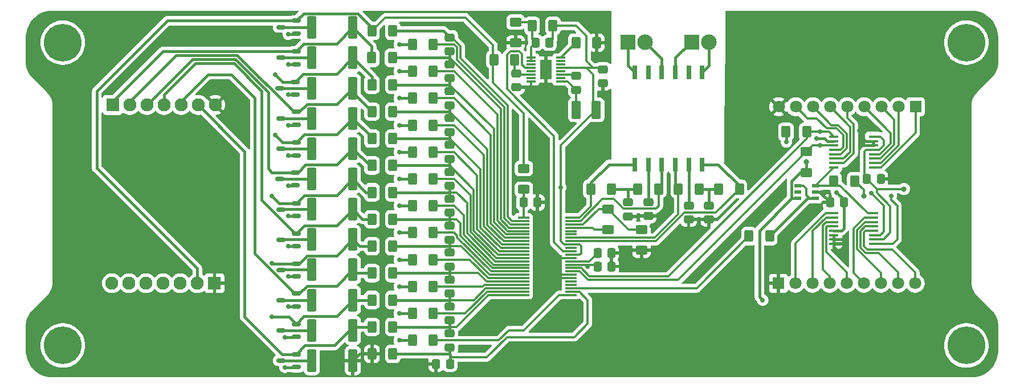
<source format=gbr>
%TF.GenerationSoftware,KiCad,Pcbnew,8.0.2*%
%TF.CreationDate,2024-07-09T10:47:46+02:00*%
%TF.ProjectId,BMS V1.0,424d5320-5631-42e3-902e-6b696361645f,rev?*%
%TF.SameCoordinates,Original*%
%TF.FileFunction,Copper,L1,Top*%
%TF.FilePolarity,Positive*%
%FSLAX46Y46*%
G04 Gerber Fmt 4.6, Leading zero omitted, Abs format (unit mm)*
G04 Created by KiCad (PCBNEW 8.0.2) date 2024-07-09 10:47:46*
%MOMM*%
%LPD*%
G01*
G04 APERTURE LIST*
G04 Aperture macros list*
%AMRoundRect*
0 Rectangle with rounded corners*
0 $1 Rounding radius*
0 $2 $3 $4 $5 $6 $7 $8 $9 X,Y pos of 4 corners*
0 Add a 4 corners polygon primitive as box body*
4,1,4,$2,$3,$4,$5,$6,$7,$8,$9,$2,$3,0*
0 Add four circle primitives for the rounded corners*
1,1,$1+$1,$2,$3*
1,1,$1+$1,$4,$5*
1,1,$1+$1,$6,$7*
1,1,$1+$1,$8,$9*
0 Add four rect primitives between the rounded corners*
20,1,$1+$1,$2,$3,$4,$5,0*
20,1,$1+$1,$4,$5,$6,$7,0*
20,1,$1+$1,$6,$7,$8,$9,0*
20,1,$1+$1,$8,$9,$2,$3,0*%
G04 Aperture macros list end*
%TA.AperFunction,ComponentPad*%
%ADD10R,2.325000X2.325000*%
%TD*%
%TA.AperFunction,ComponentPad*%
%ADD11C,2.325000*%
%TD*%
%TA.AperFunction,SMDPad,CuDef*%
%ADD12RoundRect,0.250000X-0.475000X0.337500X-0.475000X-0.337500X0.475000X-0.337500X0.475000X0.337500X0*%
%TD*%
%TA.AperFunction,SMDPad,CuDef*%
%ADD13RoundRect,0.250000X-0.400000X-0.625000X0.400000X-0.625000X0.400000X0.625000X-0.400000X0.625000X0*%
%TD*%
%TA.AperFunction,ComponentPad*%
%ADD14C,5.600000*%
%TD*%
%TA.AperFunction,SMDPad,CuDef*%
%ADD15RoundRect,0.250001X-0.462499X-1.074999X0.462499X-1.074999X0.462499X1.074999X-0.462499X1.074999X0*%
%TD*%
%TA.AperFunction,SMDPad,CuDef*%
%ADD16R,1.800000X0.300000*%
%TD*%
%TA.AperFunction,SMDPad,CuDef*%
%ADD17RoundRect,0.250000X0.400000X0.625000X-0.400000X0.625000X-0.400000X-0.625000X0.400000X-0.625000X0*%
%TD*%
%TA.AperFunction,SMDPad,CuDef*%
%ADD18RoundRect,0.249999X0.450001X1.425001X-0.450001X1.425001X-0.450001X-1.425001X0.450001X-1.425001X0*%
%TD*%
%TA.AperFunction,SMDPad,CuDef*%
%ADD19R,1.475000X0.450000*%
%TD*%
%TA.AperFunction,SMDPad,CuDef*%
%ADD20RoundRect,0.150000X0.512500X0.150000X-0.512500X0.150000X-0.512500X-0.150000X0.512500X-0.150000X0*%
%TD*%
%TA.AperFunction,SMDPad,CuDef*%
%ADD21RoundRect,0.250000X-0.337500X-0.475000X0.337500X-0.475000X0.337500X0.475000X-0.337500X0.475000X0*%
%TD*%
%TA.AperFunction,SMDPad,CuDef*%
%ADD22RoundRect,0.250000X-0.625000X0.400000X-0.625000X-0.400000X0.625000X-0.400000X0.625000X0.400000X0*%
%TD*%
%TA.AperFunction,SMDPad,CuDef*%
%ADD23RoundRect,0.250000X0.475000X-0.337500X0.475000X0.337500X-0.475000X0.337500X-0.475000X-0.337500X0*%
%TD*%
%TA.AperFunction,SMDPad,CuDef*%
%ADD24R,1.050000X0.550000*%
%TD*%
%TA.AperFunction,SMDPad,CuDef*%
%ADD25RoundRect,0.250000X0.625000X-0.400000X0.625000X0.400000X-0.625000X0.400000X-0.625000X-0.400000X0*%
%TD*%
%TA.AperFunction,ComponentPad*%
%ADD26R,1.800000X1.800000*%
%TD*%
%TA.AperFunction,ComponentPad*%
%ADD27C,1.800000*%
%TD*%
%TA.AperFunction,SMDPad,CuDef*%
%ADD28RoundRect,0.250000X0.337500X0.475000X-0.337500X0.475000X-0.337500X-0.475000X0.337500X-0.475000X0*%
%TD*%
%TA.AperFunction,SMDPad,CuDef*%
%ADD29R,1.425000X0.300000*%
%TD*%
%TA.AperFunction,SMDPad,CuDef*%
%ADD30R,1.753000X2.947000*%
%TD*%
%TA.AperFunction,ComponentPad*%
%ADD31R,1.950000X1.950000*%
%TD*%
%TA.AperFunction,ComponentPad*%
%ADD32C,1.950000*%
%TD*%
%TA.AperFunction,SMDPad,CuDef*%
%ADD33R,0.800000X2.010000*%
%TD*%
%TA.AperFunction,ViaPad*%
%ADD34C,0.800000*%
%TD*%
%TA.AperFunction,ViaPad*%
%ADD35C,0.700000*%
%TD*%
%TA.AperFunction,Conductor*%
%ADD36C,0.300000*%
%TD*%
%TA.AperFunction,Conductor*%
%ADD37C,0.400000*%
%TD*%
%TA.AperFunction,Conductor*%
%ADD38C,0.250000*%
%TD*%
G04 APERTURE END LIST*
D10*
%TO.P,J3,1,Pin_1*%
%TO.N,Net-(J3-Pin_1)*%
X163000000Y-68155000D03*
D11*
%TO.P,J3,2,Pin_2*%
%TO.N,Net-(J3-Pin_2)*%
X165540000Y-68155000D03*
%TD*%
D12*
%TO.P,C15,1*%
%TO.N,/C5*%
X127000000Y-95462500D03*
%TO.P,C15,2*%
%TO.N,/C4*%
X127000000Y-97537500D03*
%TD*%
D13*
%TO.P,R38,1*%
%TO.N,/Cell 10*%
X115450000Y-74500000D03*
%TO.P,R38,2*%
%TO.N,/C10*%
X118550000Y-74500000D03*
%TD*%
D14*
%TO.P,,1*%
%TO.N,N/C*%
X203750000Y-113250000D03*
%TD*%
D15*
%TO.P,L1,1,1*%
%TO.N,Net-(IC1-SW)*%
X145800500Y-78250000D03*
%TO.P,L1,2,2*%
%TO.N,+5V*%
X148775500Y-78250000D03*
%TD*%
D16*
%TO.P,IC6,1,V+*%
%TO.N,Net-(IC6-V+)*%
X137950000Y-94250000D03*
%TO.P,IC6,2,C12*%
%TO.N,/C12*%
X137950000Y-94750000D03*
%TO.P,IC6,3,S12*%
%TO.N,/S12*%
X137950000Y-95250000D03*
%TO.P,IC6,4,C11*%
%TO.N,/C11*%
X137950000Y-95750000D03*
%TO.P,IC6,5,S11*%
%TO.N,/S11*%
X137950000Y-96250000D03*
%TO.P,IC6,6,C10*%
%TO.N,/C10*%
X137950000Y-96750000D03*
%TO.P,IC6,7,S10*%
%TO.N,/S10*%
X137950000Y-97250000D03*
%TO.P,IC6,8,C9*%
%TO.N,/C9*%
X137950000Y-97750000D03*
%TO.P,IC6,9,S9*%
%TO.N,/S9*%
X137950000Y-98250000D03*
%TO.P,IC6,10,C8*%
%TO.N,/C8*%
X137950000Y-98750000D03*
%TO.P,IC6,11,S8*%
%TO.N,/S8*%
X137950000Y-99250000D03*
%TO.P,IC6,12,C7*%
%TO.N,/C7*%
X137950000Y-99750000D03*
%TO.P,IC6,13,S7*%
%TO.N,/S7*%
X137950000Y-100250000D03*
%TO.P,IC6,14,C6*%
%TO.N,/C6*%
X137950000Y-100750000D03*
%TO.P,IC6,15,S6*%
%TO.N,/S6*%
X137950000Y-101250000D03*
%TO.P,IC6,16,C5*%
%TO.N,/C5*%
X137950000Y-101750000D03*
%TO.P,IC6,17,S5*%
%TO.N,/S5*%
X137950000Y-102250000D03*
%TO.P,IC6,18,C4*%
%TO.N,/C4*%
X137950000Y-102750000D03*
%TO.P,IC6,19,S4*%
%TO.N,/S4*%
X137950000Y-103250000D03*
%TO.P,IC6,20,C3*%
%TO.N,/C3*%
X137950000Y-103750000D03*
%TO.P,IC6,21,S3*%
%TO.N,/S3*%
X137950000Y-104250000D03*
%TO.P,IC6,22,C2*%
%TO.N,/C2*%
X137950000Y-104750000D03*
%TO.P,IC6,23,S2*%
%TO.N,/S2*%
X137950000Y-105250000D03*
%TO.P,IC6,24,C1*%
%TO.N,/C1*%
X137950000Y-105750000D03*
%TO.P,IC6,25,S1*%
%TO.N,/S1*%
X145050000Y-105750000D03*
%TO.P,IC6,26,C0*%
%TO.N,/C0*%
X145050000Y-105250000D03*
%TO.P,IC6,27,GPIO1*%
%TO.N,/Therm_ADC*%
X145050000Y-104750000D03*
%TO.P,IC6,28,GPIO2*%
%TO.N,unconnected-(IC6-GPIO2-Pad28)*%
X145050000Y-104250000D03*
%TO.P,IC6,29,GPIO3*%
%TO.N,unconnected-(IC6-GPIO3-Pad29)*%
X145050000Y-103750000D03*
%TO.P,IC6,30,V-_1*%
%TO.N,-VDC*%
X145050000Y-103250000D03*
%TO.P,IC6,31,V-_2*%
X145050000Y-102750000D03*
%TO.P,IC6,32,GPIO4*%
%TO.N,/SDA*%
X145050000Y-102250000D03*
%TO.P,IC6,33,GPIO5*%
%TO.N,/SCL*%
X145050000Y-101750000D03*
%TO.P,IC6,34,VREF2*%
%TO.N,/VREF2*%
X145050000Y-101250000D03*
%TO.P,IC6,35,VREF1*%
%TO.N,Net-(IC6-VREF1)*%
X145050000Y-100750000D03*
%TO.P,IC6,36,DTEN*%
%TO.N,-VDC*%
X145050000Y-100250000D03*
%TO.P,IC6,37,VREG*%
%TO.N,+5V*%
X145050000Y-99750000D03*
%TO.P,IC6,38,DRIVE*%
%TO.N,/Enable*%
X145050000Y-99250000D03*
%TO.P,IC6,39,WDT*%
%TO.N,unconnected-(IC6-WDT-Pad39)*%
X145050000Y-98750000D03*
%TO.P,IC6,40,ISOMD*%
%TO.N,+5V*%
X145050000Y-98250000D03*
%TO.P,IC6,41,CSB_(IMA)*%
%TO.N,/IMA*%
X145050000Y-97750000D03*
%TO.P,IC6,42,SCK_(IPA)*%
%TO.N,/IPA*%
X145050000Y-97250000D03*
%TO.P,IC6,43,SDI_(NC)*%
%TO.N,unconnected-(IC6-SDI_(NC)-Pad43)*%
X145050000Y-96750000D03*
%TO.P,IC6,44,SDO_(NC)*%
%TO.N,unconnected-(IC6-SDO_(NC)-Pad44)*%
X145050000Y-96250000D03*
%TO.P,IC6,45,IBIAS*%
%TO.N,Net-(IC6-IBIAS)*%
X145050000Y-95750000D03*
%TO.P,IC6,46,ICMP*%
%TO.N,Net-(IC6-ICMP)*%
X145050000Y-95250000D03*
%TO.P,IC6,47,IMB*%
%TO.N,/IMB*%
X145050000Y-94750000D03*
%TO.P,IC6,48,IPB*%
%TO.N,/IPB*%
X145050000Y-94250000D03*
%TD*%
D13*
%TO.P,R32,1*%
%TO.N,/Cell 8*%
X115450000Y-82500000D03*
%TO.P,R32,2*%
%TO.N,/C8*%
X118550000Y-82500000D03*
%TD*%
D17*
%TO.P,R7,1*%
%TO.N,Net-(IC2--IN)*%
X174550000Y-97000000D03*
%TO.P,R7,2*%
%TO.N,/Therm_ADC*%
X171450000Y-97000000D03*
%TD*%
D13*
%TO.P,R24,1*%
%TO.N,Net-(Q4-G)*%
X121450000Y-96500000D03*
%TO.P,R24,2*%
%TO.N,/S5*%
X124550000Y-96500000D03*
%TD*%
%TO.P,R23,1*%
%TO.N,/Cell 5*%
X115450000Y-94500000D03*
%TO.P,R23,2*%
%TO.N,/C5*%
X118550000Y-94500000D03*
%TD*%
D18*
%TO.P,R46,1*%
%TO.N,-VDC*%
X112600000Y-115500000D03*
%TO.P,R46,2*%
%TO.N,Net-(Q12-D)*%
X106500000Y-115500000D03*
%TD*%
D19*
%TO.P,IC3,1,SCL*%
%TO.N,/SCL*%
X189938000Y-98150000D03*
%TO.P,IC3,2,~{RESET}*%
%TO.N,+5V*%
X189938000Y-97500000D03*
%TO.P,IC3,3,SDA*%
%TO.N,/SDA*%
X189938000Y-96850000D03*
%TO.P,IC3,4,S1*%
%TO.N,/T1*%
X189938000Y-96200000D03*
%TO.P,IC3,5,S2*%
%TO.N,/T2*%
X189938000Y-95550000D03*
%TO.P,IC3,6,S3*%
%TO.N,/T3*%
X189938000Y-94900000D03*
%TO.P,IC3,7,S4*%
%TO.N,/T4*%
X189938000Y-94250000D03*
%TO.P,IC3,8,D*%
%TO.N,Net-(IC2-+IN)*%
X189938000Y-93600000D03*
%TO.P,IC3,9,S8*%
%TO.N,/T8*%
X184062000Y-93600000D03*
%TO.P,IC3,10,S7*%
%TO.N,/T7*%
X184062000Y-94250000D03*
%TO.P,IC3,11,S6*%
%TO.N,/T6*%
X184062000Y-94900000D03*
%TO.P,IC3,12,S5*%
%TO.N,/T5*%
X184062000Y-95550000D03*
%TO.P,IC3,13,VDD*%
%TO.N,+5V*%
X184062000Y-96200000D03*
%TO.P,IC3,14,GND*%
%TO.N,-VDC*%
X184062000Y-96850000D03*
%TO.P,IC3,15,A1*%
X184062000Y-97500000D03*
%TO.P,IC3,16,A0*%
X184062000Y-98150000D03*
%TD*%
D12*
%TO.P,C18,1*%
%TO.N,/C8*%
X127000000Y-83462500D03*
%TO.P,C18,2*%
%TO.N,/C7*%
X127000000Y-85537500D03*
%TD*%
D13*
%TO.P,R12,1*%
%TO.N,Net-(Q1-G)*%
X121450000Y-108500000D03*
%TO.P,R12,2*%
%TO.N,/S2*%
X124550000Y-108500000D03*
%TD*%
D20*
%TO.P,Q11,1,G*%
%TO.N,Net-(Q11-G)*%
X104187500Y-66900000D03*
%TO.P,Q11,2,S*%
%TO.N,+BATT*%
X104187500Y-65000000D03*
%TO.P,Q11,3,D*%
%TO.N,Net-(Q11-D)*%
X101912500Y-65950000D03*
%TD*%
D14*
%TO.P,,1*%
%TO.N,N/C*%
X69500000Y-113250000D03*
%TD*%
D21*
%TO.P,C1,1*%
%TO.N,/FB*%
X139750500Y-68250000D03*
%TO.P,C1,2*%
%TO.N,+5V*%
X141825500Y-68250000D03*
%TD*%
D22*
%TO.P,R51,1*%
%TO.N,+BATT*%
X138000000Y-86950000D03*
%TO.P,R51,2*%
%TO.N,Net-(IC6-V+)*%
X138000000Y-90050000D03*
%TD*%
D23*
%TO.P,C9,1*%
%TO.N,-VDC*%
X162500000Y-94537500D03*
%TO.P,C9,2*%
%TO.N,Net-(T1-SEC1_2)*%
X162500000Y-92462500D03*
%TD*%
D12*
%TO.P,C12,1*%
%TO.N,/C2*%
X127000000Y-107462500D03*
%TO.P,C12,2*%
%TO.N,/C1*%
X127000000Y-109537500D03*
%TD*%
D13*
%TO.P,R44,1*%
%TO.N,+BATT*%
X115450000Y-66500000D03*
%TO.P,R44,2*%
%TO.N,/C12*%
X118550000Y-66500000D03*
%TD*%
D12*
%TO.P,C17,1*%
%TO.N,/C7*%
X127000000Y-87462500D03*
%TO.P,C17,2*%
%TO.N,/C6*%
X127000000Y-89537500D03*
%TD*%
D13*
%TO.P,R15,1*%
%TO.N,/Cell 1*%
X115450000Y-110500000D03*
%TO.P,R15,2*%
%TO.N,/C1*%
X118550000Y-110500000D03*
%TD*%
%TO.P,R27,1*%
%TO.N,Net-(Q5-G)*%
X121450000Y-92500000D03*
%TO.P,R27,2*%
%TO.N,/S6*%
X124550000Y-92500000D03*
%TD*%
D24*
%TO.P,IC2,1,OUT*%
%TO.N,Net-(IC2--IN)*%
X181300000Y-91400000D03*
%TO.P,IC2,2,V-*%
%TO.N,-VDC*%
X181300000Y-90450000D03*
%TO.P,IC2,3,+IN*%
%TO.N,Net-(IC2-+IN)*%
X181300000Y-89500000D03*
%TO.P,IC2,4,-IN*%
%TO.N,Net-(IC2--IN)*%
X178700000Y-89500000D03*
%TO.P,IC2,5,~{SHDN}*%
%TO.N,unconnected-(IC2-~{SHDN}-Pad5)*%
X178700000Y-90450000D03*
%TO.P,IC2,6,V+*%
%TO.N,+5V*%
X178700000Y-91400000D03*
%TD*%
D23*
%TO.P,C2,1*%
%TO.N,-VDC*%
X149750000Y-74287500D03*
%TO.P,C2,2*%
%TO.N,+5V*%
X149750000Y-72212500D03*
%TD*%
D25*
%TO.P,R49,1*%
%TO.N,Net-(IC6-IBIAS)*%
X150500000Y-96050000D03*
%TO.P,R49,2*%
%TO.N,Net-(IC6-ICMP)*%
X150500000Y-92950000D03*
%TD*%
D12*
%TO.P,C23,1*%
%TO.N,/C1*%
X127000000Y-111462500D03*
%TO.P,C23,2*%
%TO.N,/C0*%
X127000000Y-113537500D03*
%TD*%
D17*
%TO.P,R52,1*%
%TO.N,/VREF2*%
X187183538Y-88818599D03*
%TO.P,R52,2*%
%TO.N,Net-(IC2-+IN)*%
X184083538Y-88818599D03*
%TD*%
D18*
%TO.P,R43,1*%
%TO.N,/Cell 11*%
X112600000Y-66000000D03*
%TO.P,R43,2*%
%TO.N,Net-(Q11-D)*%
X106500000Y-66000000D03*
%TD*%
D21*
%TO.P,C25,1*%
%TO.N,Net-(IC6-V+)*%
X137962500Y-92000000D03*
%TO.P,C25,2*%
%TO.N,-VDC*%
X140037500Y-92000000D03*
%TD*%
D18*
%TO.P,R19,1*%
%TO.N,/Cell 3*%
X112600000Y-102000000D03*
%TO.P,R19,2*%
%TO.N,Net-(Q3-D)*%
X106500000Y-102000000D03*
%TD*%
%TO.P,R31,1*%
%TO.N,/Cell 7*%
X112600000Y-84000000D03*
%TO.P,R31,2*%
%TO.N,Net-(Q7-D)*%
X106500000Y-84000000D03*
%TD*%
D13*
%TO.P,R3,1*%
%TO.N,Net-(IC1-RT)*%
X145738000Y-68250000D03*
%TO.P,R3,2*%
%TO.N,-VDC*%
X148838000Y-68250000D03*
%TD*%
D21*
%TO.P,C11,1*%
%TO.N,Net-(IC6-VREF1)*%
X148962500Y-99500000D03*
%TO.P,C11,2*%
%TO.N,-VDC*%
X151037500Y-99500000D03*
%TD*%
D12*
%TO.P,C13,1*%
%TO.N,/C3*%
X127000000Y-103462500D03*
%TO.P,C13,2*%
%TO.N,/C2*%
X127000000Y-105537500D03*
%TD*%
D13*
%TO.P,R30,1*%
%TO.N,Net-(Q6-G)*%
X121450000Y-88500000D03*
%TO.P,R30,2*%
%TO.N,/S7*%
X124550000Y-88500000D03*
%TD*%
D26*
%TO.P,J5,1,Pin_1*%
%TO.N,/T16*%
X196200000Y-77775000D03*
D27*
%TO.P,J5,2,Pin_2*%
%TO.N,/T15*%
X193660000Y-77775000D03*
%TO.P,J5,3,Pin_3*%
%TO.N,/T14*%
X191120000Y-77775000D03*
%TO.P,J5,4,Pin_4*%
%TO.N,/T13*%
X188580000Y-77775000D03*
%TO.P,J5,5,Pin_5*%
%TO.N,/T12*%
X186040000Y-77775000D03*
%TO.P,J5,6,Pin_6*%
%TO.N,/T11*%
X183500000Y-77775000D03*
%TO.P,J5,7,Pin_7*%
%TO.N,/T10*%
X180960000Y-77775000D03*
%TO.P,J5,8,Pin_8*%
%TO.N,/T9*%
X178420000Y-77775000D03*
%TO.P,J5,9,Pin_9*%
%TO.N,-VDC*%
X175880000Y-77775000D03*
%TD*%
D18*
%TO.P,R22,1*%
%TO.N,/Cell 4*%
X112600000Y-97500000D03*
%TO.P,R22,2*%
%TO.N,Net-(Q4-D)*%
X106500000Y-97500000D03*
%TD*%
D17*
%TO.P,R11,1*%
%TO.N,Net-(C8-Pad2)*%
X164050000Y-90000000D03*
%TO.P,R11,2*%
%TO.N,/IPA*%
X160950000Y-90000000D03*
%TD*%
D12*
%TO.P,C22,1*%
%TO.N,/C12*%
X127000000Y-67462500D03*
%TO.P,C22,2*%
%TO.N,/C11*%
X127000000Y-69537500D03*
%TD*%
D13*
%TO.P,R42,1*%
%TO.N,Net-(Q10-G)*%
X121450000Y-72500000D03*
%TO.P,R42,2*%
%TO.N,/S11*%
X124550000Y-72500000D03*
%TD*%
D21*
%TO.P,C10,1*%
%TO.N,/VREF2*%
X148962500Y-101500000D03*
%TO.P,C10,2*%
%TO.N,-VDC*%
X151037500Y-101500000D03*
%TD*%
D13*
%TO.P,R48,1*%
%TO.N,Net-(Q12-G)*%
X121450000Y-112500000D03*
%TO.P,R48,2*%
%TO.N,/S1*%
X124550000Y-112500000D03*
%TD*%
D28*
%TO.P,C24,1*%
%TO.N,/C0*%
X127037500Y-116000000D03*
%TO.P,C24,2*%
%TO.N,-VDC*%
X124962500Y-116000000D03*
%TD*%
D12*
%TO.P,C14,1*%
%TO.N,/C4*%
X127000000Y-99462500D03*
%TO.P,C14,2*%
%TO.N,/C3*%
X127000000Y-101537500D03*
%TD*%
D20*
%TO.P,Q6,1,G*%
%TO.N,Net-(Q6-G)*%
X104050000Y-89450000D03*
%TO.P,Q6,2,S*%
%TO.N,/Cell 7*%
X104050000Y-87550000D03*
%TO.P,Q6,3,D*%
%TO.N,Net-(Q6-D)*%
X101775000Y-88500000D03*
%TD*%
D17*
%TO.P,R10,1*%
%TO.N,/IMA*%
X170050000Y-90000000D03*
%TO.P,R10,2*%
%TO.N,Net-(C8-Pad2)*%
X166950000Y-90000000D03*
%TD*%
D13*
%TO.P,R29,1*%
%TO.N,/Cell 7*%
X115450000Y-86500000D03*
%TO.P,R29,2*%
%TO.N,/C7*%
X118550000Y-86500000D03*
%TD*%
D20*
%TO.P,Q9,1,G*%
%TO.N,Net-(Q9-G)*%
X104050000Y-76000000D03*
%TO.P,Q9,2,S*%
%TO.N,/Cell 10*%
X104050000Y-74100000D03*
%TO.P,Q9,3,D*%
%TO.N,Net-(Q9-D)*%
X101775000Y-75050000D03*
%TD*%
D13*
%TO.P,R26,1*%
%TO.N,/Cell 6*%
X115450000Y-90500000D03*
%TO.P,R26,2*%
%TO.N,/C6*%
X118550000Y-90500000D03*
%TD*%
D20*
%TO.P,Q4,1,G*%
%TO.N,Net-(Q4-G)*%
X104187500Y-98500000D03*
%TO.P,Q4,2,S*%
%TO.N,/Cell 5*%
X104187500Y-96600000D03*
%TO.P,Q4,3,D*%
%TO.N,Net-(Q4-D)*%
X101912500Y-97550000D03*
%TD*%
%TO.P,Q3,1,G*%
%TO.N,Net-(Q3-G)*%
X104187500Y-103000000D03*
%TO.P,Q3,2,S*%
%TO.N,/Cell 4*%
X104187500Y-101100000D03*
%TO.P,Q3,3,D*%
%TO.N,Net-(Q3-D)*%
X101912500Y-102050000D03*
%TD*%
D18*
%TO.P,R28,1*%
%TO.N,/Cell 6*%
X112550000Y-88500000D03*
%TO.P,R28,2*%
%TO.N,Net-(Q6-D)*%
X106450000Y-88500000D03*
%TD*%
D13*
%TO.P,R17,1*%
%TO.N,/Cell 3*%
X115450000Y-102500000D03*
%TO.P,R17,2*%
%TO.N,/C3*%
X118550000Y-102500000D03*
%TD*%
%TO.P,R4,1*%
%TO.N,+BATT*%
X133562465Y-70768955D03*
%TO.P,R4,2*%
%TO.N,Net-(IC1-VIN)*%
X136662465Y-70768955D03*
%TD*%
D29*
%TO.P,IC1,1,FB_1*%
%TO.N,/FB*%
X139076000Y-70500000D03*
%TO.P,IC1,2,FB_2*%
X139076000Y-71000000D03*
%TO.P,IC1,3,NC_1*%
%TO.N,unconnected-(IC1-NC_1-Pad3)*%
X139076000Y-71500000D03*
%TO.P,IC1,4,EN/UVLO*%
%TO.N,/Enable*%
X139076000Y-72000000D03*
%TO.P,IC1,5,NC_2*%
%TO.N,unconnected-(IC1-NC_2-Pad5)*%
X139076000Y-72500000D03*
%TO.P,IC1,6,VIN*%
%TO.N,Net-(IC1-VIN)*%
X139076000Y-73000000D03*
%TO.P,IC1,7,NC_3*%
%TO.N,unconnected-(IC1-NC_3-Pad7)*%
X139076000Y-73500000D03*
%TO.P,IC1,8,GND_1*%
%TO.N,-VDC*%
X139076000Y-74000000D03*
%TO.P,IC1,9,SW*%
%TO.N,Net-(IC1-SW)*%
X143500000Y-74000000D03*
%TO.P,IC1,10,NC_4*%
%TO.N,unconnected-(IC1-NC_4-Pad10)*%
X143500000Y-73500000D03*
%TO.P,IC1,11,BOOST*%
%TO.N,Net-(IC1-BOOST)*%
X143500000Y-73000000D03*
%TO.P,IC1,12,NC_5*%
%TO.N,unconnected-(IC1-NC_5-Pad12)*%
X143500000Y-72500000D03*
%TO.P,IC1,13,BD*%
%TO.N,+5V*%
X143500000Y-72000000D03*
%TO.P,IC1,14,PG*%
%TO.N,unconnected-(IC1-PG-Pad14)*%
X143500000Y-71500000D03*
%TO.P,IC1,15,NC_6*%
%TO.N,unconnected-(IC1-NC_6-Pad15)*%
X143500000Y-71000000D03*
%TO.P,IC1,16,RT*%
%TO.N,Net-(IC1-RT)*%
X143500000Y-70500000D03*
D30*
%TO.P,IC1,17,GND_2*%
%TO.N,-VDC*%
X141288000Y-72250000D03*
%TD*%
D13*
%TO.P,R8,1*%
%TO.N,/IPB*%
X147950000Y-90000000D03*
%TO.P,R8,2*%
%TO.N,Net-(C6-Pad2)*%
X151050000Y-90000000D03*
%TD*%
%TO.P,R39,1*%
%TO.N,Net-(Q9-G)*%
X121450000Y-76500000D03*
%TO.P,R39,2*%
%TO.N,/S10*%
X124550000Y-76500000D03*
%TD*%
D26*
%TO.P,J4,1,Pin_1*%
%TO.N,-VDC*%
X175840000Y-104000000D03*
D27*
%TO.P,J4,2,Pin_2*%
%TO.N,/T8*%
X178380000Y-104000000D03*
%TO.P,J4,3,Pin_3*%
%TO.N,/T7*%
X180920000Y-104000000D03*
%TO.P,J4,4,Pin_4*%
%TO.N,/T6*%
X183460000Y-104000000D03*
%TO.P,J4,5,Pin_5*%
%TO.N,/T5*%
X186000000Y-104000000D03*
%TO.P,J4,6,Pin_6*%
%TO.N,/T4*%
X188540000Y-104000000D03*
%TO.P,J4,7,Pin_7*%
%TO.N,/T3*%
X191080000Y-104000000D03*
%TO.P,J4,8,Pin_8*%
%TO.N,/T2*%
X193620000Y-104000000D03*
%TO.P,J4,9,Pin_9*%
%TO.N,/T1*%
X196160000Y-104000000D03*
%TD*%
D31*
%TO.P,J6,1,Pin_1*%
%TO.N,/Cell 11*%
X76930000Y-77500000D03*
D32*
%TO.P,J6,2,Pin_2*%
%TO.N,/Cell 9*%
X79470000Y-77500000D03*
%TO.P,J6,3,Pin_3*%
%TO.N,/Cell 7*%
X82010000Y-77500000D03*
%TO.P,J6,4,Pin_4*%
%TO.N,/Cell 5*%
X84550000Y-77500000D03*
%TO.P,J6,5,Pin_5*%
%TO.N,/Cell 3*%
X87090000Y-77500000D03*
%TO.P,J6,6,Pin_6*%
%TO.N,/Cell 1*%
X89630000Y-77500000D03*
%TO.P,J6,7,Pin_7*%
%TO.N,-VDC*%
X92170000Y-77500000D03*
%TD*%
D33*
%TO.P,T1,1,PRI1_1*%
%TO.N,Net-(J3-Pin_2)*%
X164500000Y-72655000D03*
%TO.P,T1,2,PRI1_2*%
%TO.N,unconnected-(T1-PRI1_2-Pad2)*%
X162500000Y-72655000D03*
%TO.P,T1,3,PRI1_3*%
%TO.N,Net-(J3-Pin_1)*%
X160500000Y-72655000D03*
%TO.P,T1,4,PRI2_1*%
%TO.N,Net-(J1-Pin_2)*%
X158500000Y-72655000D03*
%TO.P,T1,5,PRI2_2*%
%TO.N,unconnected-(T1-PRI2_2-Pad5)*%
X156500000Y-72655000D03*
%TO.P,T1,6,PRI2_3*%
%TO.N,Net-(J1-Pin_1)*%
X154500000Y-72655000D03*
%TO.P,T1,7,SEC2_1*%
%TO.N,/IPB*%
X154500000Y-86345000D03*
%TO.P,T1,8,SEC2_2*%
%TO.N,Net-(T1-SEC2_2)*%
X156500000Y-86345000D03*
%TO.P,T1,9,SEC2_3*%
%TO.N,/IMB*%
X158500000Y-86345000D03*
%TO.P,T1,10,SEC1_1*%
%TO.N,/IPA*%
X160500000Y-86345000D03*
%TO.P,T1,11,SEC1_2*%
%TO.N,Net-(T1-SEC1_2)*%
X162500000Y-86345000D03*
%TO.P,T1,12,SEC1_3*%
%TO.N,/IMA*%
X164500000Y-86345000D03*
%TD*%
D12*
%TO.P,C20,1*%
%TO.N,/C10*%
X127000000Y-75462500D03*
%TO.P,C20,2*%
%TO.N,/C9*%
X127000000Y-77537500D03*
%TD*%
D28*
%TO.P,C26,1*%
%TO.N,+5V*%
X185575000Y-92000000D03*
%TO.P,C26,2*%
%TO.N,-VDC*%
X183500000Y-92000000D03*
%TD*%
D18*
%TO.P,R25,1*%
%TO.N,/Cell 5*%
X112550000Y-93000000D03*
%TO.P,R25,2*%
%TO.N,Net-(Q5-D)*%
X106450000Y-93000000D03*
%TD*%
D23*
%TO.P,C7,1*%
%TO.N,-VDC*%
X156500000Y-94037500D03*
%TO.P,C7,2*%
%TO.N,Net-(T1-SEC2_2)*%
X156500000Y-91962500D03*
%TD*%
D10*
%TO.P,J1,1,Pin_1*%
%TO.N,Net-(J1-Pin_1)*%
X153460000Y-68155000D03*
D11*
%TO.P,J1,2,Pin_2*%
%TO.N,Net-(J1-Pin_2)*%
X156000000Y-68155000D03*
%TD*%
D23*
%TO.P,C6,1*%
%TO.N,-VDC*%
X153500000Y-94075000D03*
%TO.P,C6,2*%
%TO.N,Net-(C6-Pad2)*%
X153500000Y-92000000D03*
%TD*%
D14*
%TO.P,,1*%
%TO.N,N/C*%
X203750000Y-68250000D03*
%TD*%
D18*
%TO.P,R14,1*%
%TO.N,/Cell 1*%
X112600000Y-111000000D03*
%TO.P,R14,2*%
%TO.N,Net-(Q1-D)*%
X106500000Y-111000000D03*
%TD*%
D13*
%TO.P,R41,1*%
%TO.N,/Cell 11*%
X115400000Y-70500000D03*
%TO.P,R41,2*%
%TO.N,/C11*%
X118500000Y-70500000D03*
%TD*%
%TO.P,R20,1*%
%TO.N,/Cell 4*%
X115450000Y-98500000D03*
%TO.P,R20,2*%
%TO.N,/C4*%
X118550000Y-98500000D03*
%TD*%
%TO.P,R36,1*%
%TO.N,Net-(Q8-G)*%
X121450000Y-80500000D03*
%TO.P,R36,2*%
%TO.N,/S9*%
X124550000Y-80500000D03*
%TD*%
%TO.P,R33,1*%
%TO.N,Net-(Q7-G)*%
X121450000Y-84500000D03*
%TO.P,R33,2*%
%TO.N,/S8*%
X124550000Y-84500000D03*
%TD*%
%TO.P,R35,1*%
%TO.N,/Cell 9*%
X115450000Y-78500000D03*
%TO.P,R35,2*%
%TO.N,/C9*%
X118550000Y-78500000D03*
%TD*%
D18*
%TO.P,R37,1*%
%TO.N,/Cell 9*%
X112600000Y-75000000D03*
%TO.P,R37,2*%
%TO.N,Net-(Q9-D)*%
X106500000Y-75000000D03*
%TD*%
%TO.P,R16,1*%
%TO.N,/Cell 2*%
X112600000Y-106500000D03*
%TO.P,R16,2*%
%TO.N,Net-(Q2-D)*%
X106500000Y-106500000D03*
%TD*%
D13*
%TO.P,R13,1*%
%TO.N,/Cell 2*%
X115450000Y-106500000D03*
%TO.P,R13,2*%
%TO.N,/C2*%
X118550000Y-106500000D03*
%TD*%
%TO.P,R45,1*%
%TO.N,Net-(Q11-G)*%
X121450000Y-68500000D03*
%TO.P,R45,2*%
%TO.N,/S12*%
X124550000Y-68500000D03*
%TD*%
D20*
%TO.P,Q2,1,G*%
%TO.N,Net-(Q2-G)*%
X104187500Y-107450000D03*
%TO.P,Q2,2,S*%
%TO.N,/Cell 3*%
X104187500Y-105550000D03*
%TO.P,Q2,3,D*%
%TO.N,Net-(Q2-D)*%
X101912500Y-106500000D03*
%TD*%
%TO.P,Q12,1,G*%
%TO.N,Net-(Q12-G)*%
X104187500Y-116450000D03*
%TO.P,Q12,2,S*%
%TO.N,/Cell 1*%
X104187500Y-114550000D03*
%TO.P,Q12,3,D*%
%TO.N,Net-(Q12-D)*%
X101912500Y-115500000D03*
%TD*%
D22*
%TO.P,R50,1*%
%TO.N,Net-(IC6-ICMP)*%
X155500000Y-96000000D03*
%TO.P,R50,2*%
%TO.N,-VDC*%
X155500000Y-99100000D03*
%TD*%
%TO.P,R1,1*%
%TO.N,/FB*%
X136788000Y-65200000D03*
%TO.P,R1,2*%
%TO.N,-VDC*%
X136788000Y-68300000D03*
%TD*%
D18*
%TO.P,R40,1*%
%TO.N,/Cell 10*%
X112600000Y-70500000D03*
%TO.P,R40,2*%
%TO.N,Net-(Q10-D)*%
X106500000Y-70500000D03*
%TD*%
D13*
%TO.P,R21,1*%
%TO.N,Net-(Q3-G)*%
X121450000Y-100500000D03*
%TO.P,R21,2*%
%TO.N,/S4*%
X124550000Y-100500000D03*
%TD*%
D14*
%TO.P,REF\u002A\u002A,1*%
%TO.N,N/C*%
X69500000Y-68250000D03*
%TD*%
D13*
%TO.P,R18,1*%
%TO.N,Net-(Q2-G)*%
X121450000Y-104500000D03*
%TO.P,R18,2*%
%TO.N,/S3*%
X124550000Y-104500000D03*
%TD*%
D12*
%TO.P,C21,1*%
%TO.N,/C11*%
X127000000Y-71462500D03*
%TO.P,C21,2*%
%TO.N,/C10*%
X127000000Y-73537500D03*
%TD*%
D20*
%TO.P,Q5,1,G*%
%TO.N,Net-(Q5-G)*%
X104187500Y-94000000D03*
%TO.P,Q5,2,S*%
%TO.N,/Cell 6*%
X104187500Y-92100000D03*
%TO.P,Q5,3,D*%
%TO.N,Net-(Q5-D)*%
X101912500Y-93050000D03*
%TD*%
D21*
%TO.P,C5,1*%
%TO.N,+5V*%
X188962500Y-88500000D03*
%TO.P,C5,2*%
%TO.N,-VDC*%
X191037500Y-88500000D03*
%TD*%
D31*
%TO.P,J2,1,Pin_1*%
%TO.N,-VDC*%
X92050000Y-104000000D03*
D32*
%TO.P,J2,2,Pin_2*%
%TO.N,+BATT*%
X89510000Y-104000000D03*
%TO.P,J2,3,Pin_3*%
%TO.N,/Cell 10*%
X86970000Y-104000000D03*
%TO.P,J2,4,Pin_4*%
%TO.N,/Cell 8*%
X84430000Y-104000000D03*
%TO.P,J2,5,Pin_5*%
%TO.N,/Cell 6*%
X81890000Y-104000000D03*
%TO.P,J2,6,Pin_6*%
%TO.N,/Cell 4*%
X79350000Y-104000000D03*
%TO.P,J2,7,Pin_7*%
%TO.N,/Cell 2*%
X76810000Y-104000000D03*
%TD*%
D18*
%TO.P,R34,1*%
%TO.N,/Cell 8*%
X112600000Y-79500000D03*
%TO.P,R34,2*%
%TO.N,Net-(Q8-D)*%
X106500000Y-79500000D03*
%TD*%
D20*
%TO.P,Q7,1,G*%
%TO.N,Net-(Q7-G)*%
X104187500Y-85000000D03*
%TO.P,Q7,2,S*%
%TO.N,/Cell 8*%
X104187500Y-83100000D03*
%TO.P,Q7,3,D*%
%TO.N,Net-(Q7-D)*%
X101912500Y-84050000D03*
%TD*%
D23*
%TO.P,C8,1*%
%TO.N,-VDC*%
X165500000Y-94537500D03*
%TO.P,C8,2*%
%TO.N,Net-(C8-Pad2)*%
X165500000Y-92462500D03*
%TD*%
D13*
%TO.P,R6,1*%
%TO.N,+5V*%
X176950000Y-81500000D03*
%TO.P,R6,2*%
%TO.N,/SCL*%
X180050000Y-81500000D03*
%TD*%
D20*
%TO.P,Q10,1,G*%
%TO.N,Net-(Q10-G)*%
X104187500Y-71450000D03*
%TO.P,Q10,2,S*%
%TO.N,/Cell 11*%
X104187500Y-69550000D03*
%TO.P,Q10,3,D*%
%TO.N,Net-(Q10-D)*%
X101912500Y-70500000D03*
%TD*%
%TO.P,Q1,1,G*%
%TO.N,Net-(Q1-G)*%
X104187500Y-111950000D03*
%TO.P,Q1,2,S*%
%TO.N,/Cell 2*%
X104187500Y-110050000D03*
%TO.P,Q1,3,D*%
%TO.N,Net-(Q1-D)*%
X101912500Y-111000000D03*
%TD*%
D19*
%TO.P,IC4,1,SCL*%
%TO.N,/SCL*%
X184062000Y-82225000D03*
%TO.P,IC4,2,~{RESET}*%
%TO.N,+5V*%
X184062000Y-82875000D03*
%TO.P,IC4,3,SDA*%
%TO.N,/SDA*%
X184062000Y-83525000D03*
%TO.P,IC4,4,S1*%
%TO.N,/T9*%
X184062000Y-84175000D03*
%TO.P,IC4,5,S2*%
%TO.N,/T10*%
X184062000Y-84825000D03*
%TO.P,IC4,6,S3*%
%TO.N,/T11*%
X184062000Y-85475000D03*
%TO.P,IC4,7,S4*%
%TO.N,/T12*%
X184062000Y-86125000D03*
%TO.P,IC4,8,D*%
%TO.N,Net-(IC2-+IN)*%
X184062000Y-86775000D03*
%TO.P,IC4,9,S8*%
%TO.N,/T16*%
X189938000Y-86775000D03*
%TO.P,IC4,10,S7*%
%TO.N,/T15*%
X189938000Y-86125000D03*
%TO.P,IC4,11,S6*%
%TO.N,/T14*%
X189938000Y-85475000D03*
%TO.P,IC4,12,S5*%
%TO.N,/T13*%
X189938000Y-84825000D03*
%TO.P,IC4,13,VDD*%
%TO.N,+5V*%
X189938000Y-84175000D03*
%TO.P,IC4,14,GND*%
%TO.N,-VDC*%
X189938000Y-83525000D03*
%TO.P,IC4,15,A1*%
X189938000Y-82875000D03*
%TO.P,IC4,16,A0*%
%TO.N,+5V*%
X189938000Y-82225000D03*
%TD*%
D23*
%TO.P,C4,1*%
%TO.N,-VDC*%
X136911722Y-74877204D03*
%TO.P,C4,2*%
%TO.N,Net-(IC1-VIN)*%
X136911722Y-72802204D03*
%TD*%
D13*
%TO.P,R47,1*%
%TO.N,-VDC*%
X115450000Y-114500000D03*
%TO.P,R47,2*%
%TO.N,/C0*%
X118550000Y-114500000D03*
%TD*%
D12*
%TO.P,C16,1*%
%TO.N,/C6*%
X127000000Y-91462500D03*
%TO.P,C16,2*%
%TO.N,/C5*%
X127000000Y-93537500D03*
%TD*%
%TO.P,C19,1*%
%TO.N,/C9*%
X127000000Y-79462500D03*
%TO.P,C19,2*%
%TO.N,/C8*%
X127000000Y-81537500D03*
%TD*%
D20*
%TO.P,Q8,1,G*%
%TO.N,Net-(Q8-G)*%
X104187500Y-80450000D03*
%TO.P,Q8,2,S*%
%TO.N,/Cell 9*%
X104187500Y-78550000D03*
%TO.P,Q8,3,D*%
%TO.N,Net-(Q8-D)*%
X101912500Y-79500000D03*
%TD*%
D23*
%TO.P,C3,1*%
%TO.N,Net-(IC1-SW)*%
X145788000Y-75287500D03*
%TO.P,C3,2*%
%TO.N,Net-(IC1-BOOST)*%
X145788000Y-73212500D03*
%TD*%
D17*
%TO.P,R2,1*%
%TO.N,+5V*%
X142338000Y-65750000D03*
%TO.P,R2,2*%
%TO.N,/FB*%
X139238000Y-65750000D03*
%TD*%
D22*
%TO.P,R5,1*%
%TO.N,/SDA*%
X180000000Y-84450000D03*
%TO.P,R5,2*%
%TO.N,+5V*%
X180000000Y-87550000D03*
%TD*%
D13*
%TO.P,R9,1*%
%TO.N,Net-(C6-Pad2)*%
X154950000Y-90000000D03*
%TO.P,R9,2*%
%TO.N,/IMB*%
X158050000Y-90000000D03*
%TD*%
D34*
%TO.N,+5V*%
X194500000Y-90000000D03*
D35*
X143500000Y-89750000D03*
X177000000Y-83000000D03*
X184500000Y-90500000D03*
D34*
X180000000Y-86000000D03*
D35*
X181500000Y-82500000D03*
X173500000Y-106500000D03*
%TO.N,-VDC*%
X172500000Y-94000000D03*
X117000000Y-78500000D03*
X149500000Y-82500000D03*
X159500000Y-99500000D03*
X117000000Y-90500000D03*
X140000000Y-76500000D03*
X92000000Y-67500000D03*
X133750000Y-65000000D03*
X187844425Y-81312811D03*
X143500000Y-109000000D03*
X178000000Y-74500000D03*
X131000000Y-69500000D03*
X185500000Y-100000000D03*
X176500000Y-99500000D03*
X138000000Y-108000000D03*
X157000000Y-95500000D03*
X131500000Y-114000000D03*
X117000000Y-66500000D03*
X117000000Y-114500000D03*
X117000000Y-102500000D03*
X195000000Y-88500000D03*
X167500000Y-106000000D03*
%TO.N,/VREF2*%
X147500000Y-101500000D03*
D34*
X188500000Y-91000000D03*
D35*
%TO.N,/SCL*%
X182000000Y-81500000D03*
X192602012Y-91057008D03*
%TO.N,/SDA*%
X189635627Y-90635627D03*
X182000000Y-83500000D03*
%TO.N,/Cell 10*%
X101050000Y-73000000D03*
%TO.N,/Cell 8*%
X101050000Y-82000000D03*
%TO.N,/Cell 6*%
X100550000Y-91000000D03*
%TO.N,/Cell 4*%
X100550000Y-101000000D03*
%TO.N,/Cell 2*%
X100550000Y-109000000D03*
%TO.N,Net-(Q1-G)*%
X119500000Y-108500000D03*
X102500000Y-112000000D03*
%TO.N,Net-(Q2-G)*%
X119500000Y-104500000D03*
X103000000Y-107500000D03*
%TO.N,Net-(Q3-G)*%
X103000000Y-103000000D03*
X119500000Y-100500000D03*
%TO.N,Net-(Q4-G)*%
X119500000Y-96500000D03*
X103000000Y-98500000D03*
%TO.N,Net-(Q5-G)*%
X103000000Y-94000000D03*
X119500000Y-92500000D03*
%TO.N,Net-(Q6-G)*%
X119500000Y-88500000D03*
X103000000Y-89500000D03*
%TO.N,Net-(Q7-G)*%
X103000000Y-85000000D03*
X119500000Y-84500000D03*
%TO.N,Net-(Q8-G)*%
X103000000Y-80500000D03*
X119500000Y-80500000D03*
%TO.N,Net-(Q9-G)*%
X119500000Y-76500000D03*
X103000000Y-76000000D03*
%TO.N,Net-(Q10-G)*%
X103000000Y-71500000D03*
X119500000Y-72500000D03*
%TO.N,Net-(Q11-G)*%
X119500000Y-68500000D03*
X103000000Y-67000000D03*
%TO.N,Net-(Q12-G)*%
X119500000Y-112500000D03*
X102500000Y-116500000D03*
%TD*%
D36*
%TO.N,/FB*%
X136788000Y-65200000D02*
X138688000Y-65200000D01*
X138688000Y-65200000D02*
X139238000Y-65750000D01*
X139750500Y-68250000D02*
X139250500Y-68750000D01*
X139750500Y-68250000D02*
X139076000Y-68924500D01*
X139238000Y-67737500D02*
X139750500Y-68250000D01*
X139238000Y-65750000D02*
X139238000Y-67737500D01*
X139076000Y-68924500D02*
X139076000Y-71000000D01*
%TO.N,+5V*%
X148775500Y-78250000D02*
X148288000Y-77762500D01*
X146500000Y-99550000D02*
X146500000Y-98450000D01*
X194500000Y-90000000D02*
X191000000Y-90000000D01*
X188900500Y-84175000D02*
X188600000Y-84475500D01*
X142338000Y-65750000D02*
X142338000Y-67737500D01*
X190462500Y-90000000D02*
X190462500Y-90524452D01*
X148288000Y-73000000D02*
X147288000Y-72000000D01*
X145050000Y-98250000D02*
X144000000Y-98250000D01*
D37*
X179050000Y-87550000D02*
X177775000Y-88825000D01*
D36*
X191462500Y-97500000D02*
X192462500Y-96500000D01*
X188962500Y-88500000D02*
X190462500Y-90000000D01*
X146500000Y-98450000D02*
X146300000Y-98250000D01*
X147288000Y-71000000D02*
X148288000Y-72000000D01*
X142338000Y-65750000D02*
X145788000Y-65750000D01*
D37*
X177000000Y-83000000D02*
X177000000Y-81550000D01*
D36*
X146300000Y-98250000D02*
X145050000Y-98250000D01*
X190950500Y-82225000D02*
X189938000Y-82225000D01*
D37*
X173500000Y-106500000D02*
X173000000Y-106000000D01*
D36*
X142338000Y-67737500D02*
X141825500Y-68250000D01*
X190469024Y-90530976D02*
X192462500Y-92524451D01*
D37*
X185575000Y-95824500D02*
X185575000Y-92000000D01*
D36*
X143500000Y-83525500D02*
X143500000Y-89750000D01*
D37*
X180000000Y-87550000D02*
X179050000Y-87550000D01*
D36*
X148288000Y-72000000D02*
X149537500Y-72000000D01*
D37*
X177775000Y-91400000D02*
X178700000Y-91400000D01*
X184062000Y-96200000D02*
X185199500Y-96200000D01*
D36*
X191500000Y-82774500D02*
X190950500Y-82225000D01*
X149537500Y-72000000D02*
X149750000Y-72212500D01*
X146300000Y-99750000D02*
X146500000Y-99550000D01*
X148775500Y-78250000D02*
X143500000Y-83525500D01*
D37*
X185575000Y-92000000D02*
X185575000Y-91575000D01*
D36*
X145050000Y-99750000D02*
X146300000Y-99750000D01*
D37*
X182699500Y-82500000D02*
X183074500Y-82875000D01*
D36*
X189938000Y-84175000D02*
X188900500Y-84175000D01*
D37*
X177775000Y-91275000D02*
X177900000Y-91400000D01*
D36*
X188600000Y-84475500D02*
X188600000Y-88100000D01*
D37*
X183074500Y-82875000D02*
X184062000Y-82875000D01*
D36*
X190462500Y-90000000D02*
X191000000Y-90000000D01*
X144000000Y-98250000D02*
X143500000Y-97750000D01*
X147288000Y-67250000D02*
X147288000Y-71000000D01*
X189938000Y-97500000D02*
X191462500Y-97500000D01*
X191500000Y-83500000D02*
X191500000Y-82774500D01*
D37*
X181500000Y-82500000D02*
X182699500Y-82500000D01*
D36*
X148288000Y-77762500D02*
X148288000Y-73000000D01*
X190462500Y-90524452D02*
X190469024Y-90530976D01*
X143500000Y-97750000D02*
X143500000Y-89750000D01*
X189938000Y-84175000D02*
X190825000Y-84175000D01*
D37*
X173000000Y-96175000D02*
X177775000Y-91400000D01*
X177900000Y-91400000D02*
X178700000Y-91400000D01*
D36*
X145788000Y-65750000D02*
X147288000Y-67250000D01*
X190825000Y-84175000D02*
X191500000Y-83500000D01*
D37*
X177000000Y-81550000D02*
X176950000Y-81500000D01*
X173000000Y-106000000D02*
X173000000Y-96175000D01*
D36*
X192462500Y-92524451D02*
X192462500Y-96500000D01*
D37*
X177775000Y-88825000D02*
X177775000Y-91275000D01*
D36*
X143500000Y-72000000D02*
X148288000Y-72000000D01*
D37*
X185575000Y-91575000D02*
X184500000Y-90500000D01*
X180000000Y-87550000D02*
X180000000Y-86000000D01*
X185199500Y-96200000D02*
X185575000Y-95824500D01*
D36*
%TO.N,Net-(IC1-SW)*%
X144500500Y-74000000D02*
X145788000Y-75287500D01*
X143500000Y-74000000D02*
X144500500Y-74000000D01*
X145788000Y-78237500D02*
X145800500Y-78250000D01*
X145788000Y-75287500D02*
X145788000Y-78237500D01*
%TO.N,Net-(IC1-BOOST)*%
X143500000Y-73000000D02*
X145575500Y-73000000D01*
X145575500Y-73000000D02*
X145788000Y-73212500D01*
%TO.N,Net-(IC1-VIN)*%
X136662465Y-70768955D02*
X136662465Y-72552947D01*
X136662465Y-72552947D02*
X136911722Y-72802204D01*
X137000500Y-73000000D02*
X139076000Y-73000000D01*
%TO.N,-VDC*%
X145050000Y-100250000D02*
X142750000Y-100250000D01*
D38*
X153500000Y-94075000D02*
X156462500Y-94075000D01*
D37*
X187844425Y-83344425D02*
X187844425Y-81312811D01*
D36*
X191037500Y-88500000D02*
X195000000Y-88500000D01*
D37*
X189938000Y-82875000D02*
X189938000Y-83525000D01*
X188025000Y-83525000D02*
X187844425Y-83344425D01*
X189938000Y-83525000D02*
X188025000Y-83525000D01*
X149750000Y-74287500D02*
X149750000Y-76000000D01*
X115450000Y-114500000D02*
X113600000Y-114500000D01*
X187844425Y-81918925D02*
X187844425Y-81312811D01*
X181950000Y-90450000D02*
X183500000Y-92000000D01*
D38*
X156462500Y-94075000D02*
X156500000Y-94037500D01*
D37*
X181300000Y-90450000D02*
X181950000Y-90450000D01*
X189938000Y-82875000D02*
X188800500Y-82875000D01*
D36*
X136911722Y-74877204D02*
X138377204Y-74877204D01*
D37*
X184062000Y-96850000D02*
X184062000Y-98150000D01*
X113600000Y-114500000D02*
X112600000Y-115500000D01*
D36*
X142500000Y-102750000D02*
X145050000Y-102750000D01*
X145050000Y-103250000D02*
X142500000Y-103250000D01*
X138377204Y-74877204D02*
X140000000Y-76500000D01*
X139076000Y-75576000D02*
X140000000Y-76500000D01*
D37*
X184062000Y-98150000D02*
X184062000Y-98562000D01*
D36*
X139076000Y-74000000D02*
X139076000Y-75576000D01*
D37*
X184062000Y-98562000D02*
X185500000Y-100000000D01*
X188800500Y-82875000D02*
X187844425Y-81918925D01*
%TO.N,Net-(C6-Pad2)*%
X153500000Y-90000000D02*
X154950000Y-90000000D01*
X151050000Y-90000000D02*
X153500000Y-90000000D01*
X153500000Y-90000000D02*
X153500000Y-92000000D01*
%TO.N,Net-(T1-SEC2_2)*%
X156500000Y-91962500D02*
X156500000Y-86345000D01*
%TO.N,Net-(C8-Pad2)*%
X164050000Y-90000000D02*
X165500000Y-90000000D01*
X165500000Y-90000000D02*
X166950000Y-90000000D01*
X165500000Y-92462500D02*
X165500000Y-90000000D01*
%TO.N,Net-(T1-SEC1_2)*%
X162500000Y-86345000D02*
X162500000Y-92462500D01*
D36*
%TO.N,/VREF2*%
X147500000Y-101500000D02*
X147500500Y-101500000D01*
X147250500Y-101250000D02*
X147500000Y-101499500D01*
X188500000Y-90135061D02*
X187183538Y-88818599D01*
X148712500Y-101250000D02*
X148962500Y-101500000D01*
X188500000Y-91000000D02*
X188500000Y-90135061D01*
X147000000Y-101250000D02*
X148712500Y-101250000D01*
X147500000Y-101499500D02*
X147500000Y-101500000D01*
X145050000Y-101250000D02*
X147000000Y-101250000D01*
X147500500Y-101500000D02*
X147500000Y-101499500D01*
X147000000Y-101250000D02*
X147250500Y-101250000D01*
%TO.N,Net-(IC6-VREF1)*%
X145050000Y-100750000D02*
X147712500Y-100750000D01*
X147712500Y-100750000D02*
X148962500Y-99500000D01*
%TO.N,/C2*%
X130585788Y-106500000D02*
X127000000Y-106500000D01*
D37*
X127000000Y-107462500D02*
X127000000Y-106500000D01*
D36*
X132335788Y-104750000D02*
X130585788Y-106500000D01*
D37*
X118550000Y-106500000D02*
X127000000Y-106500000D01*
X127000000Y-106500000D02*
X127000000Y-105537500D01*
D36*
X137950000Y-104750000D02*
X132335788Y-104750000D01*
%TO.N,/C1*%
X132750000Y-105750000D02*
X128000000Y-110500000D01*
X128000000Y-110500000D02*
X127000000Y-110500000D01*
D37*
X118550000Y-110500000D02*
X127000000Y-110500000D01*
D36*
X137950000Y-105750000D02*
X132750000Y-105750000D01*
D37*
X127000000Y-110500000D02*
X127000000Y-109537500D01*
X127000000Y-111462500D02*
X127000000Y-110500000D01*
D36*
%TO.N,/C3*%
X132497092Y-103750000D02*
X131247092Y-102500000D01*
X137950000Y-103750000D02*
X132497092Y-103750000D01*
X131247092Y-102500000D02*
X127000000Y-102500000D01*
D37*
X127000000Y-102500000D02*
X127000000Y-101537500D01*
X118550000Y-102500000D02*
X127000000Y-102500000D01*
X127000000Y-103462500D02*
X127000000Y-102500000D01*
%TO.N,/C4*%
X127000000Y-98500000D02*
X127000000Y-97537500D01*
D36*
X132911304Y-102750000D02*
X128661304Y-98500000D01*
X137950000Y-102750000D02*
X132911304Y-102750000D01*
X128661304Y-98500000D02*
X127000000Y-98500000D01*
D37*
X127000000Y-99462500D02*
X127000000Y-98500000D01*
X118550000Y-98500000D02*
X127000000Y-98500000D01*
D36*
%TO.N,/C5*%
X128575000Y-95075000D02*
X128000000Y-94500000D01*
D37*
X127000000Y-95462500D02*
X127000000Y-94500000D01*
X127000000Y-94500000D02*
X127000000Y-93537500D01*
D36*
X133325516Y-101750000D02*
X128575000Y-96999484D01*
X128000000Y-94500000D02*
X127000000Y-94500000D01*
X128575000Y-96999484D02*
X128575000Y-95075000D01*
X137950000Y-101750000D02*
X133325516Y-101750000D01*
D37*
X118550000Y-94500000D02*
X127000000Y-94500000D01*
%TO.N,/C6*%
X127000000Y-90500000D02*
X127000000Y-89537500D01*
D36*
X133739728Y-100750000D02*
X129575000Y-96585272D01*
D37*
X118550000Y-90500000D02*
X127000000Y-90500000D01*
D36*
X129575000Y-96585272D02*
X129575000Y-92075000D01*
X129575000Y-92075000D02*
X128000000Y-90500000D01*
X128000000Y-90500000D02*
X127000000Y-90500000D01*
D37*
X127000000Y-91462500D02*
X127000000Y-90500000D01*
D36*
X137950000Y-100750000D02*
X133739728Y-100750000D01*
D37*
%TO.N,/C7*%
X127000000Y-86500000D02*
X127000000Y-85537500D01*
D36*
X137950000Y-99750000D02*
X134153940Y-99750000D01*
D37*
X118550000Y-86500000D02*
X127000000Y-86500000D01*
D36*
X130575000Y-96171060D02*
X130575000Y-90075000D01*
X130575000Y-90075000D02*
X127000000Y-86500000D01*
X134153940Y-99750000D02*
X130575000Y-96171060D01*
D37*
X127000000Y-87462500D02*
X127000000Y-86500000D01*
%TO.N,/C8*%
X127000000Y-82500000D02*
X127000000Y-81537500D01*
D36*
X134568152Y-98750000D02*
X131575000Y-95756848D01*
X137950000Y-98750000D02*
X134568152Y-98750000D01*
D37*
X127000000Y-83462500D02*
X127000000Y-82500000D01*
X118550000Y-82500000D02*
X127000000Y-82500000D01*
D36*
X131575000Y-87075000D02*
X127000000Y-82500000D01*
X131575000Y-95756848D02*
X131575000Y-87075000D01*
D37*
%TO.N,/C9*%
X118550000Y-78500000D02*
X127000000Y-78500000D01*
D36*
X132575000Y-95342636D02*
X132575000Y-84075000D01*
X134982364Y-97750000D02*
X132575000Y-95342636D01*
D37*
X127000000Y-78500000D02*
X127000000Y-77537500D01*
D36*
X137950000Y-97750000D02*
X134982364Y-97750000D01*
X132575000Y-84075000D02*
X127000000Y-78500000D01*
D37*
X127000000Y-79462500D02*
X127000000Y-78500000D01*
%TO.N,/C10*%
X127000000Y-74500000D02*
X127000000Y-73537500D01*
X118550000Y-74500000D02*
X127000000Y-74500000D01*
D36*
X133575000Y-81075000D02*
X127000000Y-74500000D01*
X137950000Y-96750000D02*
X135396576Y-96750000D01*
X133575000Y-94928424D02*
X133575000Y-81075000D01*
X135396576Y-96750000D02*
X133575000Y-94928424D01*
D37*
X127000000Y-75462500D02*
X127000000Y-74500000D01*
D36*
%TO.N,/C11*%
X137950000Y-95750000D02*
X135810788Y-95750000D01*
D37*
X127000000Y-70500000D02*
X127000000Y-69537500D01*
D36*
X134575000Y-78075000D02*
X127000000Y-70500000D01*
D37*
X118500000Y-70500000D02*
X127000000Y-70500000D01*
X127000000Y-71462500D02*
X127000000Y-70500000D01*
D36*
X134575000Y-94514212D02*
X134575000Y-78075000D01*
X135810788Y-95750000D02*
X134575000Y-94514212D01*
D37*
%TO.N,/C12*%
X126037500Y-66500000D02*
X118550000Y-66500000D01*
D36*
X136225000Y-94750000D02*
X135575000Y-94100000D01*
X128575000Y-70575000D02*
X128575000Y-68744366D01*
X135575000Y-77575000D02*
X128575000Y-70575000D01*
X137950000Y-94750000D02*
X136225000Y-94750000D01*
X128575000Y-68744366D02*
X127293134Y-67462500D01*
D37*
X127000000Y-67462500D02*
X126037500Y-66500000D01*
D36*
X135575000Y-94100000D02*
X135575000Y-77575000D01*
X127293134Y-67462500D02*
X127000000Y-67462500D01*
%TO.N,/C0*%
X132500000Y-115000000D02*
X127037500Y-115000000D01*
D37*
X118550000Y-114500000D02*
X127000000Y-114500000D01*
X127037500Y-116000000D02*
X127037500Y-115000000D01*
D36*
X145500000Y-112000000D02*
X135500000Y-112000000D01*
X145050000Y-105250000D02*
X146250000Y-105250000D01*
D37*
X127037500Y-115000000D02*
X127037500Y-114537500D01*
D36*
X146250000Y-105250000D02*
X147500000Y-106500000D01*
X147500000Y-110000000D02*
X145500000Y-112000000D01*
X147500000Y-106500000D02*
X147500000Y-110000000D01*
X135500000Y-112000000D02*
X132500000Y-115000000D01*
D37*
X127000000Y-114500000D02*
X127000000Y-113537500D01*
X127037500Y-114537500D02*
X127000000Y-114500000D01*
D36*
%TO.N,Net-(IC6-V+)*%
X138000000Y-90550000D02*
X137950000Y-90600000D01*
X137950000Y-90600000D02*
X137950000Y-94250000D01*
%TO.N,/Enable*%
X142500000Y-82126510D02*
X142500000Y-97900000D01*
X142500000Y-97900000D02*
X143850000Y-99250000D01*
X137267038Y-69500000D02*
X136057892Y-69500000D01*
X139076000Y-72000000D02*
X138215325Y-72000000D01*
X135500000Y-75126510D02*
X142500000Y-82126510D01*
X138215325Y-72000000D02*
X137750475Y-71535150D01*
X137750475Y-71535150D02*
X137750475Y-69983437D01*
X137750475Y-69983437D02*
X137267038Y-69500000D01*
X136057892Y-69500000D02*
X135500000Y-70057892D01*
X143850000Y-99250000D02*
X145050000Y-99250000D01*
X135500000Y-70057892D02*
X135500000Y-75126510D01*
%TO.N,Net-(IC1-RT)*%
X143500000Y-70500000D02*
X143500000Y-70488000D01*
X143500000Y-70488000D02*
X145738000Y-68250000D01*
%TO.N,Net-(IC2--IN)*%
X179525000Y-89500000D02*
X180000000Y-89975000D01*
X180000000Y-89975000D02*
X180000000Y-90925000D01*
X180000000Y-90925000D02*
X180475000Y-91400000D01*
X180475000Y-91400000D02*
X181300000Y-91400000D01*
X178700000Y-89500000D02*
X179525000Y-89500000D01*
D37*
X174550000Y-97000000D02*
X180150000Y-91400000D01*
X180150000Y-91400000D02*
X181300000Y-91400000D01*
D36*
%TO.N,Net-(IC2-+IN)*%
X181300000Y-89500000D02*
X181337000Y-89500000D01*
X181337000Y-89500000D02*
X184062000Y-86775000D01*
X181300000Y-89500000D02*
X185000000Y-89500000D01*
X189100000Y-93600000D02*
X189938000Y-93600000D01*
X185000000Y-89500000D02*
X189100000Y-93600000D01*
%TO.N,/SCL*%
X159500000Y-103000000D02*
X147757106Y-103000000D01*
X180050000Y-82450000D02*
X159500000Y-103000000D01*
X192602012Y-91057008D02*
X192602012Y-91602012D01*
X192850000Y-98150000D02*
X189938000Y-98150000D01*
X193500000Y-97500000D02*
X192850000Y-98150000D01*
X146507106Y-101750000D02*
X145050000Y-101750000D01*
X180050000Y-81500000D02*
X180050000Y-82450000D01*
X183337000Y-81500000D02*
X184062000Y-82225000D01*
X192602012Y-91602012D02*
X193500000Y-92500000D01*
X180050000Y-81500000D02*
X182000000Y-81500000D01*
X193500000Y-92500000D02*
X193500000Y-97500000D01*
X147757106Y-103000000D02*
X146507106Y-101750000D01*
X182000000Y-81500000D02*
X183337000Y-81500000D01*
%TO.N,/SDA*%
X191500000Y-96300500D02*
X190950500Y-96850000D01*
X184062000Y-83525000D02*
X182500000Y-83525000D01*
X145050000Y-102250000D02*
X146300000Y-102250000D01*
X191500000Y-92500000D02*
X191500000Y-96300500D01*
X147550000Y-103500000D02*
X160950000Y-103500000D01*
X160950000Y-103500000D02*
X180000000Y-84450000D01*
X189635627Y-90635627D02*
X191500000Y-92500000D01*
X190950500Y-96850000D02*
X189938000Y-96850000D01*
X146300000Y-102250000D02*
X147550000Y-103500000D01*
X180925000Y-83525000D02*
X180000000Y-84450000D01*
X182500000Y-83525000D02*
X180925000Y-83525000D01*
%TO.N,/T1*%
X192775000Y-99000000D02*
X189000000Y-99000000D01*
X196160000Y-102385000D02*
X192775000Y-99000000D01*
X196160000Y-104000000D02*
X196160000Y-102385000D01*
X188800000Y-96200000D02*
X189938000Y-96200000D01*
X189000000Y-99000000D02*
X188500000Y-98500000D01*
X188500000Y-98500000D02*
X188500000Y-96500000D01*
X188500000Y-96500000D02*
X188800000Y-96200000D01*
%TO.N,/T2*%
X188742894Y-95550000D02*
X189938000Y-95550000D01*
X193620000Y-104000000D02*
X193620000Y-102385000D01*
X193620000Y-102385000D02*
X190735000Y-99500000D01*
X188792894Y-99500000D02*
X188000000Y-98707107D01*
X188000000Y-96292894D02*
X188742894Y-95550000D01*
X190735000Y-99500000D02*
X188792894Y-99500000D01*
X188000000Y-98707107D02*
X188000000Y-96292894D01*
%TO.N,/T3*%
X191080000Y-104000000D02*
X191080000Y-102494214D01*
X191080000Y-102494214D02*
X187500000Y-98914214D01*
X187500000Y-98914214D02*
X187500000Y-96085788D01*
X187500000Y-96085788D02*
X188685788Y-94900000D01*
X188685788Y-94900000D02*
X189938000Y-94900000D01*
%TO.N,/T4*%
X188540000Y-104000000D02*
X187000000Y-102460000D01*
X188628682Y-94250000D02*
X189938000Y-94250000D01*
X187000000Y-95878682D02*
X188628682Y-94250000D01*
X187000000Y-102460000D02*
X187000000Y-95878682D01*
%TO.N,/T8*%
X178380000Y-98073182D02*
X178380000Y-103955000D01*
X182853182Y-93600000D02*
X178380000Y-98073182D01*
X184062000Y-93600000D02*
X182853182Y-93600000D01*
%TO.N,/T7*%
X182910288Y-94250000D02*
X180920000Y-96240288D01*
X180920000Y-96240288D02*
X180920000Y-104000000D01*
X184062000Y-94250000D02*
X182910288Y-94250000D01*
%TO.N,/T6*%
X182967394Y-94900000D02*
X182474500Y-95392894D01*
X182474500Y-95392894D02*
X182474500Y-101961750D01*
X184062000Y-94900000D02*
X182967394Y-94900000D01*
X182474500Y-101961750D02*
X183460000Y-102947250D01*
X183460000Y-102947250D02*
X183460000Y-104000000D01*
%TO.N,/T5*%
X183024500Y-95550000D02*
X184062000Y-95550000D01*
X182974500Y-95600000D02*
X183024500Y-95550000D01*
X182974500Y-99359500D02*
X182974500Y-95600000D01*
X186000000Y-102385000D02*
X182974500Y-99359500D01*
X186000000Y-104000000D02*
X186000000Y-102385000D01*
%TO.N,/T9*%
X180145000Y-79500000D02*
X178420000Y-77775000D01*
X185042394Y-84175000D02*
X185500000Y-83717394D01*
X185500000Y-82000500D02*
X184499500Y-81000000D01*
X185500000Y-83717394D02*
X185500000Y-82000500D01*
X184499500Y-81000000D02*
X183000000Y-81000000D01*
X183000000Y-81000000D02*
X181500000Y-79500000D01*
X181500000Y-79500000D02*
X180145000Y-79500000D01*
X184062000Y-84175000D02*
X185042394Y-84175000D01*
%TO.N,/T10*%
X183685000Y-80500000D02*
X184706606Y-80500000D01*
X185099500Y-84825000D02*
X184062000Y-84825000D01*
X184706606Y-80500000D02*
X186000000Y-81793394D01*
X186000000Y-81793394D02*
X186000000Y-83924501D01*
X186000000Y-83924501D02*
X185099500Y-84825000D01*
X180960000Y-77775000D02*
X183685000Y-80500000D01*
%TO.N,/T11*%
X183500000Y-77775000D02*
X186500000Y-80775000D01*
X185525000Y-85475000D02*
X184062000Y-85475000D01*
X186500000Y-84500000D02*
X185525000Y-85475000D01*
X186500000Y-80775000D02*
X186500000Y-84500000D01*
%TO.N,/T12*%
X186040000Y-77775000D02*
X186040000Y-79417894D01*
X186040000Y-79417894D02*
X187000000Y-80377894D01*
X187000000Y-80377894D02*
X187000000Y-84707106D01*
X185582106Y-86125000D02*
X184062000Y-86125000D01*
X187000000Y-84707106D02*
X185582106Y-86125000D01*
%TO.N,/T16*%
X196200000Y-77775000D02*
X196200000Y-81664712D01*
X191089712Y-86775000D02*
X189938000Y-86775000D01*
X196200000Y-81664712D02*
X191089712Y-86775000D01*
%TO.N,/T15*%
X191032606Y-86125000D02*
X189938000Y-86125000D01*
X193660000Y-77775000D02*
X193660000Y-83497606D01*
X193660000Y-83497606D02*
X191032606Y-86125000D01*
%TO.N,/T14*%
X190975500Y-85475000D02*
X189938000Y-85475000D01*
X191120000Y-77775000D02*
X193000000Y-79655000D01*
X193000000Y-83450500D02*
X190975500Y-85475000D01*
X193000000Y-79655000D02*
X193000000Y-83450500D01*
%TO.N,/T13*%
X192500000Y-81695000D02*
X192500000Y-83243394D01*
X192500000Y-83243394D02*
X190918394Y-84825000D01*
X188580000Y-77775000D02*
X192500000Y-81695000D01*
X190918394Y-84825000D02*
X189938000Y-84825000D01*
%TO.N,/S12*%
X128075000Y-68951472D02*
X127623528Y-68500000D01*
X128075000Y-70826472D02*
X128075000Y-68951472D01*
X135075000Y-77826472D02*
X128075000Y-70826472D01*
X127623528Y-68500000D02*
X124550000Y-68500000D01*
X137950000Y-95250000D02*
X136017894Y-95250000D01*
X135075000Y-94307106D02*
X135075000Y-77826472D01*
X136017894Y-95250000D02*
X135075000Y-94307106D01*
%TO.N,/S11*%
X135603682Y-96250000D02*
X134075000Y-94721318D01*
X134075000Y-94721318D02*
X134075000Y-78951472D01*
X127623528Y-72500000D02*
X124550000Y-72500000D01*
X137950000Y-96250000D02*
X135603682Y-96250000D01*
X134075000Y-78951472D02*
X127623528Y-72500000D01*
%TO.N,/S10*%
X133075000Y-95135530D02*
X133075000Y-81951472D01*
X127623528Y-76500000D02*
X124550000Y-76500000D01*
X137950000Y-97250000D02*
X135189470Y-97250000D01*
X133075000Y-81951472D02*
X127623528Y-76500000D01*
X135189470Y-97250000D02*
X133075000Y-95135530D01*
%TO.N,/S9*%
X127623528Y-80500000D02*
X124550000Y-80500000D01*
X132075000Y-95549742D02*
X132075000Y-84951472D01*
X137950000Y-98250000D02*
X134775258Y-98250000D01*
X134775258Y-98250000D02*
X132075000Y-95549742D01*
X132075000Y-84951472D02*
X127623528Y-80500000D01*
%TO.N,/S8*%
X134361046Y-99250000D02*
X131075000Y-95963954D01*
X131075000Y-87951472D02*
X127623528Y-84500000D01*
X137950000Y-99250000D02*
X134361046Y-99250000D01*
X131075000Y-95963954D02*
X131075000Y-87951472D01*
X127623528Y-84500000D02*
X124550000Y-84500000D01*
%TO.N,/S7*%
X137950000Y-100250000D02*
X133946834Y-100250000D01*
X130075000Y-90951472D02*
X127623528Y-88500000D01*
X130075000Y-96378166D02*
X130075000Y-90951472D01*
X133946834Y-100250000D02*
X130075000Y-96378166D01*
X127623528Y-88500000D02*
X124550000Y-88500000D01*
%TO.N,/S6*%
X129075000Y-96792378D02*
X129075000Y-93951472D01*
X133532622Y-101250000D02*
X129075000Y-96792378D01*
X137950000Y-101250000D02*
X133532622Y-101250000D01*
X127623528Y-92500000D02*
X124550000Y-92500000D01*
X129075000Y-93951472D02*
X127623528Y-92500000D01*
%TO.N,/S5*%
X127623528Y-96500000D02*
X124550000Y-96500000D01*
X128075000Y-97206590D02*
X128075000Y-96951472D01*
X137950000Y-102250000D02*
X133118410Y-102250000D01*
X133118410Y-102250000D02*
X128075000Y-97206590D01*
X128075000Y-96951472D02*
X127623528Y-96500000D01*
%TO.N,/S4*%
X132704198Y-103250000D02*
X129954198Y-100500000D01*
X129954198Y-100500000D02*
X124550000Y-100500000D01*
X137950000Y-103250000D02*
X132704198Y-103250000D01*
%TO.N,/S3*%
X132128682Y-104250000D02*
X131878682Y-104500000D01*
X137950000Y-104250000D02*
X132128682Y-104250000D01*
X131878682Y-104500000D02*
X124550000Y-104500000D01*
%TO.N,/S2*%
X132542894Y-105250000D02*
X129292894Y-108500000D01*
X129292894Y-108500000D02*
X124550000Y-108500000D01*
X137950000Y-105250000D02*
X132542894Y-105250000D01*
%TO.N,/S1*%
X143250000Y-105750000D02*
X145050000Y-105750000D01*
X135792894Y-111000000D02*
X138000000Y-111000000D01*
X134292894Y-112500000D02*
X135792894Y-111000000D01*
X138000000Y-111000000D02*
X143250000Y-105750000D01*
X124550000Y-112500000D02*
X134292894Y-112500000D01*
%TO.N,/Therm_ADC*%
X163700000Y-104750000D02*
X171450000Y-97000000D01*
X145050000Y-104750000D02*
X163700000Y-104750000D01*
%TO.N,/IMA*%
X145050000Y-97750000D02*
X157626472Y-97750000D01*
X161856724Y-93519748D02*
X166530252Y-93519748D01*
D37*
X166895000Y-86345000D02*
X170050000Y-89500000D01*
D36*
X157626472Y-97750000D02*
X161856724Y-93519748D01*
X166530252Y-93519748D02*
X170050000Y-90000000D01*
D37*
X170050000Y-89500000D02*
X170050000Y-90000000D01*
X164500000Y-86345000D02*
X166895000Y-86345000D01*
%TO.N,/IPA*%
X160500000Y-86345000D02*
X160500000Y-89550000D01*
D36*
X160950000Y-93719366D02*
X157419366Y-97250000D01*
D37*
X160500000Y-89550000D02*
X160950000Y-90000000D01*
D36*
X160950000Y-90000000D02*
X160950000Y-93719366D01*
X157419366Y-97250000D02*
X145050000Y-97250000D01*
%TO.N,Net-(IC6-IBIAS)*%
X148500000Y-96050000D02*
X150500000Y-96050000D01*
X145050000Y-95750000D02*
X148200000Y-95750000D01*
X148200000Y-95750000D02*
X148500000Y-96050000D01*
%TO.N,Net-(IC6-ICMP)*%
X153550000Y-96000000D02*
X155500000Y-96000000D01*
X145050000Y-95250000D02*
X146826472Y-95250000D01*
X149126472Y-92950000D02*
X150500000Y-92950000D01*
X150500000Y-92950000D02*
X153550000Y-96000000D01*
X154000000Y-96000000D02*
X155500000Y-96000000D01*
X146826472Y-95250000D02*
X149126472Y-92950000D01*
%TO.N,/IMB*%
X145050000Y-94750000D02*
X146457106Y-94750000D01*
X158050000Y-92536028D02*
X158050000Y-90000000D01*
X146457106Y-94750000D02*
X149707106Y-91500000D01*
X157648528Y-92937500D02*
X158050000Y-92536028D01*
X149707106Y-91500000D02*
X151332044Y-91500000D01*
D37*
X158500000Y-89550000D02*
X158050000Y-90000000D01*
D36*
X152769544Y-92937500D02*
X157648528Y-92937500D01*
D37*
X158500000Y-86345000D02*
X158500000Y-89550000D01*
D36*
X151332044Y-91500000D02*
X152769544Y-92937500D01*
%TO.N,/IPB*%
X146250000Y-94250000D02*
X147950000Y-92550000D01*
X147950000Y-92550000D02*
X147950000Y-90000000D01*
D37*
X150655000Y-86345000D02*
X147950000Y-89050000D01*
D36*
X145050000Y-94250000D02*
X146250000Y-94250000D01*
D37*
X154500000Y-86345000D02*
X150655000Y-86345000D01*
X147950000Y-89050000D02*
X147950000Y-90000000D01*
%TO.N,+BATT*%
X85050000Y-65000000D02*
X74550000Y-75500000D01*
X74550000Y-75500000D02*
X74550000Y-86875000D01*
X113319239Y-63925000D02*
X105262500Y-63925000D01*
D36*
X129338000Y-64500000D02*
X133450000Y-68612000D01*
D37*
X74550000Y-86875000D02*
X89510000Y-101835000D01*
D36*
X115450000Y-66500000D02*
X117450000Y-64500000D01*
X117450000Y-64500000D02*
X129338000Y-64500000D01*
D37*
X115450000Y-66500000D02*
X115450000Y-66055761D01*
D36*
X133450000Y-74217687D02*
X138000000Y-78767687D01*
D37*
X104187500Y-65000000D02*
X85050000Y-65000000D01*
D36*
X138000000Y-78767687D02*
X138000000Y-87450000D01*
X133450000Y-68612000D02*
X133450000Y-74217687D01*
D37*
X105262500Y-63925000D02*
X104187500Y-65000000D01*
X115450000Y-66055761D02*
X113319239Y-63925000D01*
X89510000Y-101835000D02*
X89510000Y-104000000D01*
%TO.N,/Cell 10*%
X102150000Y-74100000D02*
X101050000Y-73000000D01*
X105225000Y-72925000D02*
X110175000Y-72925000D01*
X110175000Y-72925000D02*
X112600000Y-70500000D01*
X104050000Y-74100000D02*
X102150000Y-74100000D01*
X104050000Y-74100000D02*
X105225000Y-72925000D01*
X115450000Y-74500000D02*
X115450000Y-73350000D01*
X115450000Y-73350000D02*
X112600000Y-70500000D01*
%TO.N,/Cell 8*%
X115450000Y-82350000D02*
X112600000Y-79500000D01*
X110175000Y-81925000D02*
X112600000Y-79500000D01*
X105362500Y-81925000D02*
X110175000Y-81925000D01*
X104187500Y-83100000D02*
X102150000Y-83100000D01*
X104187500Y-83100000D02*
X105362500Y-81925000D01*
X102150000Y-83100000D02*
X101050000Y-82000000D01*
X115450000Y-82500000D02*
X115450000Y-82350000D01*
%TO.N,/Cell 6*%
X114550000Y-90500000D02*
X112550000Y-88500000D01*
X110175000Y-90925000D02*
X112600000Y-88500000D01*
X101650000Y-92100000D02*
X100550000Y-91000000D01*
X104187500Y-92100000D02*
X101650000Y-92100000D01*
X115450000Y-90500000D02*
X114550000Y-90500000D01*
X104187500Y-92100000D02*
X105362500Y-90925000D01*
X105362500Y-90925000D02*
X110175000Y-90925000D01*
%TO.N,/Cell 4*%
X100650000Y-101100000D02*
X100550000Y-101000000D01*
X110175000Y-99925000D02*
X112600000Y-97500000D01*
X104187500Y-101100000D02*
X104605761Y-101100000D01*
X104605761Y-101100000D02*
X105780761Y-99925000D01*
X105780761Y-99925000D02*
X110175000Y-99925000D01*
X113600000Y-98500000D02*
X112600000Y-97500000D01*
X115450000Y-98500000D02*
X113600000Y-98500000D01*
X104187500Y-101100000D02*
X100650000Y-101100000D01*
%TO.N,/Cell 2*%
X103137500Y-109000000D02*
X100550000Y-109000000D01*
X104187500Y-110050000D02*
X103137500Y-109000000D01*
X105312500Y-108925000D02*
X110175000Y-108925000D01*
X110175000Y-108925000D02*
X112600000Y-106500000D01*
X104187500Y-110050000D02*
X105312500Y-108925000D01*
X115450000Y-106500000D02*
X112600000Y-106500000D01*
%TO.N,/Cell 11*%
X105312500Y-68425000D02*
X110175000Y-68425000D01*
X115400000Y-68800000D02*
X112600000Y-66000000D01*
X76930000Y-77005000D02*
X76930000Y-77500000D01*
X115400000Y-70500000D02*
X115400000Y-68800000D01*
X104187500Y-69550000D02*
X84385000Y-69550000D01*
X104187500Y-69550000D02*
X105312500Y-68425000D01*
X110175000Y-68425000D02*
X112600000Y-66000000D01*
X84385000Y-69550000D02*
X76930000Y-77005000D01*
%TO.N,/Cell 9*%
X104655761Y-78550000D02*
X105780761Y-77425000D01*
X95434683Y-70150000D02*
X86325000Y-70150000D01*
X103834683Y-78550000D02*
X95434683Y-70150000D01*
X104187500Y-78550000D02*
X104655761Y-78550000D01*
X110175000Y-77425000D02*
X112600000Y-75000000D01*
X86325000Y-70150000D02*
X79470000Y-77005000D01*
X79470000Y-77005000D02*
X79470000Y-77500000D01*
X115450000Y-78500000D02*
X112600000Y-75650000D01*
X104187500Y-78550000D02*
X103834683Y-78550000D01*
X105780761Y-77425000D02*
X110175000Y-77425000D01*
X112600000Y-75650000D02*
X112600000Y-75000000D01*
%TO.N,/Cell 7*%
X104050000Y-87550000D02*
X104450000Y-87550000D01*
X100050000Y-75613845D02*
X100050000Y-87000000D01*
X115450000Y-86500000D02*
X115100000Y-86500000D01*
X105575000Y-86425000D02*
X110175000Y-86425000D01*
X104450000Y-87550000D02*
X105575000Y-86425000D01*
X100050000Y-87000000D02*
X100600000Y-87550000D01*
X100600000Y-87550000D02*
X104050000Y-87550000D01*
X95186155Y-70750000D02*
X100050000Y-75613845D01*
X115100000Y-86500000D02*
X112600000Y-84000000D01*
X88760000Y-70750000D02*
X95186155Y-70750000D01*
X110175000Y-86425000D02*
X112600000Y-84000000D01*
X82010000Y-77500000D02*
X88760000Y-70750000D01*
%TO.N,/Cell 5*%
X104187500Y-96600000D02*
X105362500Y-95425000D01*
X84550000Y-76000000D02*
X84550000Y-77500000D01*
X114050000Y-94500000D02*
X112550000Y-93000000D01*
X105362500Y-95425000D02*
X110225000Y-95425000D01*
X99050000Y-75462373D02*
X94937627Y-71350000D01*
X115450000Y-94500000D02*
X114050000Y-94500000D01*
X99050000Y-91627817D02*
X99050000Y-75462373D01*
X104022183Y-96600000D02*
X99050000Y-91627817D01*
X110225000Y-95425000D02*
X112650000Y-93000000D01*
X104187500Y-96600000D02*
X104022183Y-96600000D01*
X94937627Y-71350000D02*
X89200000Y-71350000D01*
X89200000Y-71350000D02*
X84550000Y-76000000D01*
%TO.N,/Cell 3*%
X98050000Y-76500000D02*
X94550000Y-73000000D01*
X110175000Y-104425000D02*
X112600000Y-102000000D01*
X98050000Y-99627817D02*
X98050000Y-76500000D01*
X115450000Y-102500000D02*
X113100000Y-102500000D01*
X104187500Y-105550000D02*
X104655761Y-105550000D01*
X104655761Y-105550000D02*
X105780761Y-104425000D01*
X104187500Y-105550000D02*
X103972183Y-105550000D01*
X103972183Y-105550000D02*
X98050000Y-99627817D01*
X105780761Y-104425000D02*
X110175000Y-104425000D01*
X113100000Y-102500000D02*
X112600000Y-102000000D01*
X91095000Y-73000000D02*
X86820000Y-77275000D01*
X94550000Y-73000000D02*
X91095000Y-73000000D01*
%TO.N,/Cell 1*%
X105487342Y-113250158D02*
X104187500Y-114550000D01*
X112600000Y-110500000D02*
X109849842Y-113250158D01*
X113100000Y-110500000D02*
X112600000Y-111000000D01*
X96500000Y-109000000D02*
X96500000Y-84415000D01*
X115450000Y-110500000D02*
X113100000Y-110500000D01*
X109849842Y-113250158D02*
X105487342Y-113250158D01*
X96500000Y-84415000D02*
X89360000Y-77275000D01*
X102050000Y-114550000D02*
X96500000Y-109000000D01*
X104187500Y-114550000D02*
X102050000Y-114550000D01*
%TO.N,Net-(Q1-G)*%
X121450000Y-108500000D02*
X119500000Y-108500000D01*
X104137500Y-112000000D02*
X104187500Y-111950000D01*
X102500000Y-112000000D02*
X104137500Y-112000000D01*
%TO.N,Net-(Q1-D)*%
X106500000Y-111000000D02*
X101912500Y-111000000D01*
%TO.N,Net-(Q2-G)*%
X103000000Y-107500000D02*
X104137500Y-107500000D01*
X104137500Y-107500000D02*
X104187500Y-107450000D01*
X121450000Y-104500000D02*
X119500000Y-104500000D01*
%TO.N,Net-(Q2-D)*%
X106500000Y-106500000D02*
X101912500Y-106500000D01*
%TO.N,Net-(Q3-G)*%
X103000000Y-103000000D02*
X104187500Y-103000000D01*
X121450000Y-100500000D02*
X119500000Y-100500000D01*
%TO.N,Net-(Q3-D)*%
X101962500Y-102000000D02*
X101912500Y-102050000D01*
X106500000Y-102000000D02*
X101962500Y-102000000D01*
%TO.N,Net-(Q4-G)*%
X103000000Y-98500000D02*
X104187500Y-98500000D01*
X121450000Y-96500000D02*
X119500000Y-96500000D01*
%TO.N,Net-(Q4-D)*%
X101962500Y-97500000D02*
X101912500Y-97550000D01*
X106500000Y-97500000D02*
X101962500Y-97500000D01*
%TO.N,Net-(Q5-G)*%
X103000000Y-94000000D02*
X104187500Y-94000000D01*
X121450000Y-92500000D02*
X119500000Y-92500000D01*
%TO.N,Net-(Q5-D)*%
X106550000Y-93000000D02*
X101962500Y-93000000D01*
X101962500Y-93000000D02*
X101912500Y-93050000D01*
%TO.N,Net-(Q6-G)*%
X103000000Y-89500000D02*
X104000000Y-89500000D01*
X104000000Y-89500000D02*
X104050000Y-89450000D01*
X121450000Y-88500000D02*
X119500000Y-88500000D01*
%TO.N,Net-(Q6-D)*%
X106500000Y-88500000D02*
X101775000Y-88500000D01*
%TO.N,Net-(Q7-G)*%
X103000000Y-85000000D02*
X104187500Y-85000000D01*
X121450000Y-84500000D02*
X119500000Y-84500000D01*
%TO.N,Net-(Q7-D)*%
X106500000Y-84000000D02*
X101962500Y-84000000D01*
X101962500Y-84000000D02*
X101912500Y-84050000D01*
%TO.N,Net-(Q8-G)*%
X121450000Y-80500000D02*
X119500000Y-80500000D01*
X104137500Y-80500000D02*
X104187500Y-80450000D01*
X103000000Y-80500000D02*
X104137500Y-80500000D01*
%TO.N,Net-(Q8-D)*%
X106500000Y-79500000D02*
X101912500Y-79500000D01*
%TO.N,Net-(Q9-G)*%
X121450000Y-76500000D02*
X119500000Y-76500000D01*
X103000000Y-76000000D02*
X104050000Y-76000000D01*
%TO.N,Net-(Q9-D)*%
X101825000Y-75000000D02*
X101775000Y-75050000D01*
X106500000Y-75000000D02*
X101825000Y-75000000D01*
%TO.N,Net-(Q10-G)*%
X121450000Y-72500000D02*
X119500000Y-72500000D01*
X104137500Y-71500000D02*
X104187500Y-71450000D01*
X103000000Y-71500000D02*
X104137500Y-71500000D01*
%TO.N,Net-(Q10-D)*%
X106500000Y-70500000D02*
X101912500Y-70500000D01*
%TO.N,Net-(Q11-G)*%
X103000000Y-67000000D02*
X104087500Y-67000000D01*
X104087500Y-67000000D02*
X104187500Y-66900000D01*
X121450000Y-68500000D02*
X119500000Y-68500000D01*
%TO.N,Net-(Q11-D)*%
X101962500Y-66000000D02*
X101912500Y-65950000D01*
X106500000Y-66000000D02*
X101962500Y-66000000D01*
%TO.N,Net-(Q12-G)*%
X104137500Y-116500000D02*
X104187500Y-116450000D01*
X102500000Y-116500000D02*
X104137500Y-116500000D01*
X121450000Y-112500000D02*
X119500000Y-112500000D01*
%TO.N,Net-(Q12-D)*%
X106500000Y-115500000D02*
X101912500Y-115500000D01*
%TO.N,Net-(J3-Pin_2)*%
X165540000Y-71615000D02*
X164500000Y-72655000D01*
X165540000Y-68155000D02*
X165540000Y-71615000D01*
%TO.N,Net-(J3-Pin_1)*%
X160500000Y-70500000D02*
X160500000Y-72655000D01*
X163000000Y-68155000D02*
X162845000Y-68155000D01*
X162845000Y-68155000D02*
X160500000Y-70500000D01*
%TO.N,Net-(J1-Pin_2)*%
X158500000Y-70655000D02*
X158500000Y-72655000D01*
X156000000Y-68155000D02*
X158500000Y-70655000D01*
%TO.N,Net-(J1-Pin_1)*%
X153460000Y-68155000D02*
X153460000Y-71615000D01*
X153460000Y-71615000D02*
X154500000Y-72655000D01*
%TD*%
%TA.AperFunction,Conductor*%
%TO.N,-VDC*%
G36*
X104464520Y-63519685D02*
G01*
X104510275Y-63572489D01*
X104520219Y-63641647D01*
X104491194Y-63705203D01*
X104485162Y-63711681D01*
X104033662Y-64163181D01*
X103972339Y-64196666D01*
X103945981Y-64199500D01*
X103609298Y-64199500D01*
X103572432Y-64202401D01*
X103572426Y-64202402D01*
X103414606Y-64248254D01*
X103414603Y-64248255D01*
X103376955Y-64270520D01*
X103357795Y-64281852D01*
X103357152Y-64282232D01*
X103294031Y-64299500D01*
X84981003Y-64299500D01*
X84872590Y-64321065D01*
X84872589Y-64321065D01*
X84859131Y-64323742D01*
X84845673Y-64326419D01*
X84845671Y-64326420D01*
X84792866Y-64348292D01*
X84792864Y-64348293D01*
X84792863Y-64348292D01*
X84718191Y-64379223D01*
X84615059Y-64448135D01*
X84615055Y-64448138D01*
X84603457Y-64455886D01*
X74005888Y-75053453D01*
X74005887Y-75053454D01*
X73929222Y-75168192D01*
X73876421Y-75295667D01*
X73876418Y-75295679D01*
X73862152Y-75367401D01*
X73853775Y-75409517D01*
X73849500Y-75431007D01*
X73849500Y-86806006D01*
X73849500Y-86943994D01*
X73849500Y-86943996D01*
X73849499Y-86943996D01*
X73876418Y-87079322D01*
X73876421Y-87079332D01*
X73929222Y-87206807D01*
X74005887Y-87321545D01*
X74005888Y-87321546D01*
X88773181Y-102088838D01*
X88806666Y-102150161D01*
X88809500Y-102176519D01*
X88809500Y-102627494D01*
X88789815Y-102694533D01*
X88744519Y-102736548D01*
X88700217Y-102760523D01*
X88700208Y-102760529D01*
X88507252Y-102910713D01*
X88507242Y-102910722D01*
X88341632Y-103090622D01*
X88338479Y-103094673D01*
X88336744Y-103093322D01*
X88290650Y-103132653D01*
X88221418Y-103142069D01*
X88158085Y-103112560D01*
X88142156Y-103094177D01*
X88141521Y-103094673D01*
X88138367Y-103090622D01*
X87972757Y-102910722D01*
X87972747Y-102910713D01*
X87779791Y-102760529D01*
X87779787Y-102760526D01*
X87564734Y-102644145D01*
X87564729Y-102644143D01*
X87333458Y-102564748D01*
X87152561Y-102534562D01*
X87092263Y-102524500D01*
X86847737Y-102524500D01*
X86806382Y-102531401D01*
X86606541Y-102564748D01*
X86375270Y-102644143D01*
X86375265Y-102644145D01*
X86160212Y-102760526D01*
X86160208Y-102760529D01*
X85967252Y-102910713D01*
X85967242Y-102910722D01*
X85801632Y-103090622D01*
X85798479Y-103094673D01*
X85796744Y-103093322D01*
X85750650Y-103132653D01*
X85681418Y-103142069D01*
X85618085Y-103112560D01*
X85602156Y-103094177D01*
X85601521Y-103094673D01*
X85598367Y-103090622D01*
X85432757Y-102910722D01*
X85432747Y-102910713D01*
X85239791Y-102760529D01*
X85239787Y-102760526D01*
X85024734Y-102644145D01*
X85024729Y-102644143D01*
X84793458Y-102564748D01*
X84612561Y-102534562D01*
X84552263Y-102524500D01*
X84307737Y-102524500D01*
X84266382Y-102531401D01*
X84066541Y-102564748D01*
X83835270Y-102644143D01*
X83835265Y-102644145D01*
X83620212Y-102760526D01*
X83620208Y-102760529D01*
X83427252Y-102910713D01*
X83427242Y-102910722D01*
X83261632Y-103090622D01*
X83258479Y-103094673D01*
X83256744Y-103093322D01*
X83210650Y-103132653D01*
X83141418Y-103142069D01*
X83078085Y-103112560D01*
X83062156Y-103094177D01*
X83061521Y-103094673D01*
X83058367Y-103090622D01*
X82892757Y-102910722D01*
X82892747Y-102910713D01*
X82699791Y-102760529D01*
X82699787Y-102760526D01*
X82484734Y-102644145D01*
X82484729Y-102644143D01*
X82253458Y-102564748D01*
X82072561Y-102534562D01*
X82012263Y-102524500D01*
X81767737Y-102524500D01*
X81726382Y-102531401D01*
X81526541Y-102564748D01*
X81295270Y-102644143D01*
X81295265Y-102644145D01*
X81080212Y-102760526D01*
X81080208Y-102760529D01*
X80887252Y-102910713D01*
X80887242Y-102910722D01*
X80721632Y-103090622D01*
X80718479Y-103094673D01*
X80716744Y-103093322D01*
X80670650Y-103132653D01*
X80601418Y-103142069D01*
X80538085Y-103112560D01*
X80522156Y-103094177D01*
X80521521Y-103094673D01*
X80518367Y-103090622D01*
X80352757Y-102910722D01*
X80352747Y-102910713D01*
X80159791Y-102760529D01*
X80159787Y-102760526D01*
X79944734Y-102644145D01*
X79944729Y-102644143D01*
X79713458Y-102564748D01*
X79532561Y-102534562D01*
X79472263Y-102524500D01*
X79227737Y-102524500D01*
X79186382Y-102531401D01*
X78986541Y-102564748D01*
X78755270Y-102644143D01*
X78755265Y-102644145D01*
X78540212Y-102760526D01*
X78540208Y-102760529D01*
X78347252Y-102910713D01*
X78347242Y-102910722D01*
X78181632Y-103090622D01*
X78178479Y-103094673D01*
X78176744Y-103093322D01*
X78130650Y-103132653D01*
X78061418Y-103142069D01*
X77998085Y-103112560D01*
X77982156Y-103094177D01*
X77981521Y-103094673D01*
X77978367Y-103090622D01*
X77812757Y-102910722D01*
X77812747Y-102910713D01*
X77619791Y-102760529D01*
X77619787Y-102760526D01*
X77404734Y-102644145D01*
X77404729Y-102644143D01*
X77173458Y-102564748D01*
X76992561Y-102534562D01*
X76932263Y-102524500D01*
X76687737Y-102524500D01*
X76646382Y-102531401D01*
X76446541Y-102564748D01*
X76215270Y-102644143D01*
X76215265Y-102644145D01*
X76000212Y-102760526D01*
X76000208Y-102760529D01*
X75807252Y-102910713D01*
X75807242Y-102910722D01*
X75641632Y-103090621D01*
X75507888Y-103295333D01*
X75409663Y-103519265D01*
X75349636Y-103756304D01*
X75349634Y-103756316D01*
X75329443Y-103999994D01*
X75329443Y-104000005D01*
X75349634Y-104243683D01*
X75349636Y-104243695D01*
X75409663Y-104480734D01*
X75507888Y-104704666D01*
X75641632Y-104909378D01*
X75807242Y-105089277D01*
X75807252Y-105089286D01*
X76000208Y-105239470D01*
X76000212Y-105239473D01*
X76071028Y-105277797D01*
X76215267Y-105355855D01*
X76215270Y-105355856D01*
X76446541Y-105435251D01*
X76446543Y-105435251D01*
X76446545Y-105435252D01*
X76687737Y-105475500D01*
X76687738Y-105475500D01*
X76932262Y-105475500D01*
X76932263Y-105475500D01*
X77173455Y-105435252D01*
X77404733Y-105355855D01*
X77619788Y-105239473D01*
X77812754Y-105089281D01*
X77978368Y-104909377D01*
X77978373Y-104909369D01*
X77981521Y-104905327D01*
X77983264Y-104906684D01*
X78029296Y-104867370D01*
X78098524Y-104857921D01*
X78161870Y-104887400D01*
X78177837Y-104905826D01*
X78178479Y-104905327D01*
X78181632Y-104909377D01*
X78347242Y-105089277D01*
X78347252Y-105089286D01*
X78540208Y-105239470D01*
X78540212Y-105239473D01*
X78611028Y-105277797D01*
X78755267Y-105355855D01*
X78755270Y-105355856D01*
X78986541Y-105435251D01*
X78986543Y-105435251D01*
X78986545Y-105435252D01*
X79227737Y-105475500D01*
X79227738Y-105475500D01*
X79472262Y-105475500D01*
X79472263Y-105475500D01*
X79713455Y-105435252D01*
X79944733Y-105355855D01*
X80159788Y-105239473D01*
X80352754Y-105089281D01*
X80518368Y-104909377D01*
X80518373Y-104909369D01*
X80521521Y-104905327D01*
X80523264Y-104906684D01*
X80569296Y-104867370D01*
X80638524Y-104857921D01*
X80701870Y-104887400D01*
X80717837Y-104905826D01*
X80718479Y-104905327D01*
X80721632Y-104909377D01*
X80887242Y-105089277D01*
X80887252Y-105089286D01*
X81080208Y-105239470D01*
X81080212Y-105239473D01*
X81151028Y-105277797D01*
X81295267Y-105355855D01*
X81295270Y-105355856D01*
X81526541Y-105435251D01*
X81526543Y-105435251D01*
X81526545Y-105435252D01*
X81767737Y-105475500D01*
X81767738Y-105475500D01*
X82012262Y-105475500D01*
X82012263Y-105475500D01*
X82253455Y-105435252D01*
X82484733Y-105355855D01*
X82699788Y-105239473D01*
X82892754Y-105089281D01*
X83058368Y-104909377D01*
X83058373Y-104909369D01*
X83061521Y-104905327D01*
X83063264Y-104906684D01*
X83109296Y-104867370D01*
X83178524Y-104857921D01*
X83241870Y-104887400D01*
X83257837Y-104905826D01*
X83258479Y-104905327D01*
X83261632Y-104909377D01*
X83427242Y-105089277D01*
X83427252Y-105089286D01*
X83620208Y-105239470D01*
X83620212Y-105239473D01*
X83691028Y-105277797D01*
X83835267Y-105355855D01*
X83835270Y-105355856D01*
X84066541Y-105435251D01*
X84066543Y-105435251D01*
X84066545Y-105435252D01*
X84307737Y-105475500D01*
X84307738Y-105475500D01*
X84552262Y-105475500D01*
X84552263Y-105475500D01*
X84793455Y-105435252D01*
X85024733Y-105355855D01*
X85239788Y-105239473D01*
X85432754Y-105089281D01*
X85598368Y-104909377D01*
X85598373Y-104909369D01*
X85601521Y-104905327D01*
X85603264Y-104906684D01*
X85649296Y-104867370D01*
X85718524Y-104857921D01*
X85781870Y-104887400D01*
X85797837Y-104905826D01*
X85798479Y-104905327D01*
X85801632Y-104909377D01*
X85967242Y-105089277D01*
X85967252Y-105089286D01*
X86160208Y-105239470D01*
X86160212Y-105239473D01*
X86231028Y-105277797D01*
X86375267Y-105355855D01*
X86375270Y-105355856D01*
X86606541Y-105435251D01*
X86606543Y-105435251D01*
X86606545Y-105435252D01*
X86847737Y-105475500D01*
X86847738Y-105475500D01*
X87092262Y-105475500D01*
X87092263Y-105475500D01*
X87333455Y-105435252D01*
X87564733Y-105355855D01*
X87779788Y-105239473D01*
X87972754Y-105089281D01*
X88138368Y-104909377D01*
X88138373Y-104909369D01*
X88141521Y-104905327D01*
X88143264Y-104906684D01*
X88189296Y-104867370D01*
X88258524Y-104857921D01*
X88321870Y-104887400D01*
X88337837Y-104905826D01*
X88338479Y-104905327D01*
X88341632Y-104909377D01*
X88507242Y-105089277D01*
X88507252Y-105089286D01*
X88700208Y-105239470D01*
X88700212Y-105239473D01*
X88771028Y-105277797D01*
X88915267Y-105355855D01*
X88915270Y-105355856D01*
X89146541Y-105435251D01*
X89146543Y-105435251D01*
X89146545Y-105435252D01*
X89387737Y-105475500D01*
X89387738Y-105475500D01*
X89632262Y-105475500D01*
X89632263Y-105475500D01*
X89873455Y-105435252D01*
X90104733Y-105355855D01*
X90319788Y-105239473D01*
X90434645Y-105150075D01*
X90499636Y-105124434D01*
X90568176Y-105138000D01*
X90618501Y-105186468D01*
X90626986Y-105204595D01*
X90631644Y-105217083D01*
X90631649Y-105217093D01*
X90717809Y-105332187D01*
X90717812Y-105332190D01*
X90832906Y-105418350D01*
X90832913Y-105418354D01*
X90967620Y-105468596D01*
X90967627Y-105468598D01*
X91027155Y-105474999D01*
X91027172Y-105475000D01*
X91800000Y-105475000D01*
X91800000Y-104600001D01*
X91860402Y-104625021D01*
X91985981Y-104650000D01*
X92114019Y-104650000D01*
X92239598Y-104625021D01*
X92300000Y-104600001D01*
X92300000Y-105475000D01*
X93072828Y-105475000D01*
X93072844Y-105474999D01*
X93132372Y-105468598D01*
X93132379Y-105468596D01*
X93267086Y-105418354D01*
X93267093Y-105418350D01*
X93382187Y-105332190D01*
X93382190Y-105332187D01*
X93468350Y-105217093D01*
X93468354Y-105217086D01*
X93518596Y-105082379D01*
X93518598Y-105082372D01*
X93524999Y-105022844D01*
X93525000Y-105022827D01*
X93525000Y-104250000D01*
X92650001Y-104250000D01*
X92675021Y-104189598D01*
X92700000Y-104064019D01*
X92700000Y-103935981D01*
X92675021Y-103810402D01*
X92650001Y-103750000D01*
X93525000Y-103750000D01*
X93525000Y-102977172D01*
X93524999Y-102977155D01*
X93518598Y-102917627D01*
X93518596Y-102917620D01*
X93468354Y-102782913D01*
X93468350Y-102782906D01*
X93382190Y-102667812D01*
X93382187Y-102667809D01*
X93267093Y-102581649D01*
X93267086Y-102581645D01*
X93132379Y-102531403D01*
X93132372Y-102531401D01*
X93072844Y-102525000D01*
X92300000Y-102525000D01*
X92300000Y-103399998D01*
X92239598Y-103374979D01*
X92114019Y-103350000D01*
X91985981Y-103350000D01*
X91860402Y-103374979D01*
X91800000Y-103399998D01*
X91800000Y-102525000D01*
X91027155Y-102525000D01*
X90967627Y-102531401D01*
X90967620Y-102531403D01*
X90832913Y-102581645D01*
X90832906Y-102581649D01*
X90717812Y-102667809D01*
X90717809Y-102667812D01*
X90631649Y-102782906D01*
X90631646Y-102782912D01*
X90626986Y-102795406D01*
X90585113Y-102851338D01*
X90519648Y-102875753D01*
X90451375Y-102860900D01*
X90434643Y-102849922D01*
X90364600Y-102795406D01*
X90319788Y-102760527D01*
X90319785Y-102760525D01*
X90319782Y-102760523D01*
X90275481Y-102736548D01*
X90225891Y-102687328D01*
X90210500Y-102627494D01*
X90210500Y-101766011D01*
X90210500Y-101766007D01*
X90210164Y-101764322D01*
X90209206Y-101759501D01*
X90209204Y-101759496D01*
X90183580Y-101630672D01*
X90183578Y-101630667D01*
X90130777Y-101503192D01*
X90054112Y-101388454D01*
X75286819Y-86621161D01*
X75253334Y-86559838D01*
X75250500Y-86533480D01*
X75250500Y-78705642D01*
X75270185Y-78638603D01*
X75322989Y-78592848D01*
X75392147Y-78582904D01*
X75455703Y-78611929D01*
X75490682Y-78662309D01*
X75511202Y-78717328D01*
X75511206Y-78717335D01*
X75597452Y-78832544D01*
X75597455Y-78832547D01*
X75712664Y-78918793D01*
X75712671Y-78918797D01*
X75847517Y-78969091D01*
X75847516Y-78969091D01*
X75854444Y-78969835D01*
X75907127Y-78975500D01*
X77952872Y-78975499D01*
X78012483Y-78969091D01*
X78147331Y-78918796D01*
X78262546Y-78832546D01*
X78348796Y-78717331D01*
X78353424Y-78704923D01*
X78395293Y-78648988D01*
X78460756Y-78624568D01*
X78529030Y-78639418D01*
X78545768Y-78650397D01*
X78660212Y-78739473D01*
X78751798Y-78789037D01*
X78831044Y-78831923D01*
X78875267Y-78855855D01*
X78875270Y-78855856D01*
X79106541Y-78935251D01*
X79106543Y-78935251D01*
X79106545Y-78935252D01*
X79347737Y-78975500D01*
X79347738Y-78975500D01*
X79592262Y-78975500D01*
X79592263Y-78975500D01*
X79833455Y-78935252D01*
X80064733Y-78855855D01*
X80279788Y-78739473D01*
X80472754Y-78589281D01*
X80638368Y-78409377D01*
X80638373Y-78409369D01*
X80641521Y-78405327D01*
X80643264Y-78406684D01*
X80689296Y-78367370D01*
X80758524Y-78357921D01*
X80821870Y-78387400D01*
X80837837Y-78405826D01*
X80838479Y-78405327D01*
X80841632Y-78409377D01*
X81007242Y-78589277D01*
X81007252Y-78589286D01*
X81200208Y-78739470D01*
X81200212Y-78739473D01*
X81372197Y-78832547D01*
X81415267Y-78855855D01*
X81415270Y-78855856D01*
X81646541Y-78935251D01*
X81646543Y-78935251D01*
X81646545Y-78935252D01*
X81887737Y-78975500D01*
X81887738Y-78975500D01*
X82132262Y-78975500D01*
X82132263Y-78975500D01*
X82373455Y-78935252D01*
X82604733Y-78855855D01*
X82819788Y-78739473D01*
X83012754Y-78589281D01*
X83178368Y-78409377D01*
X83178373Y-78409369D01*
X83181521Y-78405327D01*
X83183264Y-78406684D01*
X83229296Y-78367370D01*
X83298524Y-78357921D01*
X83361870Y-78387400D01*
X83377837Y-78405826D01*
X83378479Y-78405327D01*
X83381632Y-78409377D01*
X83547242Y-78589277D01*
X83547252Y-78589286D01*
X83740208Y-78739470D01*
X83740212Y-78739473D01*
X83912197Y-78832547D01*
X83955267Y-78855855D01*
X83955270Y-78855856D01*
X84186541Y-78935251D01*
X84186543Y-78935251D01*
X84186545Y-78935252D01*
X84427737Y-78975500D01*
X84427738Y-78975500D01*
X84672262Y-78975500D01*
X84672263Y-78975500D01*
X84913455Y-78935252D01*
X85144733Y-78855855D01*
X85359788Y-78739473D01*
X85552754Y-78589281D01*
X85718368Y-78409377D01*
X85718373Y-78409369D01*
X85721521Y-78405327D01*
X85723264Y-78406684D01*
X85769296Y-78367370D01*
X85838524Y-78357921D01*
X85901870Y-78387400D01*
X85917837Y-78405826D01*
X85918479Y-78405327D01*
X85921632Y-78409377D01*
X86087242Y-78589277D01*
X86087252Y-78589286D01*
X86280208Y-78739470D01*
X86280212Y-78739473D01*
X86452197Y-78832547D01*
X86495267Y-78855855D01*
X86495270Y-78855856D01*
X86726541Y-78935251D01*
X86726543Y-78935251D01*
X86726545Y-78935252D01*
X86967737Y-78975500D01*
X86967738Y-78975500D01*
X87212262Y-78975500D01*
X87212263Y-78975500D01*
X87453455Y-78935252D01*
X87684733Y-78855855D01*
X87899788Y-78739473D01*
X88092754Y-78589281D01*
X88258368Y-78409377D01*
X88258373Y-78409369D01*
X88261521Y-78405327D01*
X88263264Y-78406684D01*
X88309296Y-78367370D01*
X88378524Y-78357921D01*
X88441870Y-78387400D01*
X88457837Y-78405826D01*
X88458479Y-78405327D01*
X88461632Y-78409377D01*
X88627242Y-78589277D01*
X88627252Y-78589286D01*
X88820208Y-78739470D01*
X88820212Y-78739473D01*
X88992197Y-78832547D01*
X89035267Y-78855855D01*
X89035270Y-78855856D01*
X89266541Y-78935251D01*
X89266543Y-78935251D01*
X89266545Y-78935252D01*
X89507737Y-78975500D01*
X89507738Y-78975500D01*
X89752261Y-78975500D01*
X89752263Y-78975500D01*
X89961473Y-78940588D01*
X90030833Y-78948970D01*
X90069559Y-78975216D01*
X95763181Y-84668838D01*
X95796666Y-84730161D01*
X95799500Y-84756519D01*
X95799500Y-108931006D01*
X95799500Y-109068994D01*
X95799500Y-109068996D01*
X95799499Y-109068996D01*
X95826418Y-109204322D01*
X95826421Y-109204332D01*
X95879222Y-109331807D01*
X95955887Y-109446545D01*
X95955888Y-109446546D01*
X101100710Y-114591367D01*
X101134195Y-114652690D01*
X101129211Y-114722382D01*
X101087339Y-114778315D01*
X101076151Y-114785780D01*
X100998135Y-114831919D01*
X100998129Y-114831923D01*
X100881923Y-114948129D01*
X100881917Y-114948137D01*
X100798255Y-115089603D01*
X100798254Y-115089606D01*
X100752402Y-115247426D01*
X100752401Y-115247432D01*
X100749500Y-115284298D01*
X100749500Y-115715701D01*
X100752401Y-115752567D01*
X100752402Y-115752573D01*
X100798254Y-115910393D01*
X100798255Y-115910396D01*
X100881917Y-116051862D01*
X100881923Y-116051870D01*
X100998129Y-116168076D01*
X100998133Y-116168079D01*
X100998135Y-116168081D01*
X101139602Y-116251744D01*
X101181224Y-116263836D01*
X101297426Y-116297597D01*
X101297429Y-116297597D01*
X101297431Y-116297598D01*
X101334306Y-116300500D01*
X101528068Y-116300500D01*
X101595107Y-116320185D01*
X101640862Y-116372989D01*
X101651388Y-116437459D01*
X101644815Y-116500000D01*
X101663503Y-116677805D01*
X101663504Y-116677807D01*
X101718747Y-116847829D01*
X101718750Y-116847835D01*
X101808141Y-117002665D01*
X101849812Y-117048946D01*
X101927764Y-117135521D01*
X101927767Y-117135523D01*
X101927770Y-117135526D01*
X102072407Y-117240612D01*
X102235733Y-117313329D01*
X102410609Y-117350500D01*
X102410610Y-117350500D01*
X102589389Y-117350500D01*
X102589391Y-117350500D01*
X102764267Y-117313329D01*
X102927593Y-117240612D01*
X102929757Y-117239039D01*
X102950208Y-117224182D01*
X103016015Y-117200702D01*
X103023093Y-117200500D01*
X103392672Y-117200500D01*
X103427267Y-117205424D01*
X103572426Y-117247597D01*
X103572429Y-117247597D01*
X103572431Y-117247598D01*
X103609306Y-117250500D01*
X103609314Y-117250500D01*
X104765686Y-117250500D01*
X104765694Y-117250500D01*
X104802569Y-117247598D01*
X104802571Y-117247597D01*
X104802573Y-117247597D01*
X104878630Y-117225500D01*
X104960398Y-117201744D01*
X105101865Y-117118081D01*
X105126071Y-117093874D01*
X105187392Y-117060390D01*
X105257084Y-117065374D01*
X105313018Y-117107244D01*
X105331458Y-117142551D01*
X105365114Y-117244119D01*
X105365186Y-117244334D01*
X105365187Y-117244337D01*
X105400070Y-117300890D01*
X105457288Y-117393656D01*
X105581344Y-117517712D01*
X105730665Y-117609814D01*
X105897202Y-117664999D01*
X105999990Y-117675500D01*
X105999995Y-117675500D01*
X107000005Y-117675500D01*
X107000010Y-117675500D01*
X107102798Y-117664999D01*
X107269335Y-117609814D01*
X107418656Y-117517712D01*
X107542712Y-117393656D01*
X107634814Y-117244335D01*
X107689999Y-117077798D01*
X107700500Y-116975010D01*
X107700500Y-116974986D01*
X111400001Y-116974986D01*
X111410494Y-117077696D01*
X111410494Y-117077698D01*
X111465640Y-117244119D01*
X111465645Y-117244130D01*
X111557680Y-117393340D01*
X111557683Y-117393344D01*
X111681655Y-117517316D01*
X111681659Y-117517319D01*
X111830869Y-117609354D01*
X111830880Y-117609359D01*
X111997302Y-117664505D01*
X112100019Y-117674999D01*
X112349999Y-117674999D01*
X112850000Y-117674999D01*
X113099972Y-117674999D01*
X113099986Y-117674998D01*
X113202696Y-117664505D01*
X113202698Y-117664505D01*
X113369119Y-117609359D01*
X113369130Y-117609354D01*
X113518340Y-117517319D01*
X113518344Y-117517316D01*
X113642316Y-117393344D01*
X113642319Y-117393340D01*
X113734354Y-117244130D01*
X113734359Y-117244119D01*
X113789505Y-117077697D01*
X113799999Y-116974986D01*
X113800000Y-116974973D01*
X113800000Y-116524986D01*
X123875001Y-116524986D01*
X123885494Y-116627697D01*
X123940641Y-116794119D01*
X123940643Y-116794124D01*
X124032684Y-116943345D01*
X124156654Y-117067315D01*
X124305875Y-117159356D01*
X124305880Y-117159358D01*
X124472302Y-117214505D01*
X124472309Y-117214506D01*
X124575019Y-117224999D01*
X124712499Y-117224999D01*
X124712500Y-117224998D01*
X124712500Y-116250000D01*
X123875001Y-116250000D01*
X123875001Y-116524986D01*
X113800000Y-116524986D01*
X113800000Y-115750000D01*
X112850000Y-115750000D01*
X112850000Y-117674999D01*
X112349999Y-117674999D01*
X112350000Y-117674998D01*
X112350000Y-115750000D01*
X111400001Y-115750000D01*
X111400001Y-116974986D01*
X107700500Y-116974986D01*
X107700500Y-114074658D01*
X107720185Y-114007619D01*
X107772989Y-113961864D01*
X107824500Y-113950658D01*
X109918838Y-113950658D01*
X110009882Y-113932547D01*
X110054170Y-113923738D01*
X110117911Y-113897335D01*
X110181649Y-113870935D01*
X110181650Y-113870934D01*
X110181653Y-113870933D01*
X110296385Y-113794272D01*
X111308950Y-112781705D01*
X111370271Y-112748222D01*
X111439962Y-112753206D01*
X111495896Y-112795077D01*
X111502159Y-112804278D01*
X111557288Y-112893656D01*
X111681344Y-113017712D01*
X111830665Y-113109814D01*
X111899300Y-113132557D01*
X111956743Y-113172328D01*
X111983567Y-113236844D01*
X111971252Y-113305619D01*
X111923710Y-113356820D01*
X111899300Y-113367968D01*
X111830878Y-113390641D01*
X111830869Y-113390645D01*
X111681659Y-113482680D01*
X111681655Y-113482683D01*
X111557683Y-113606655D01*
X111557680Y-113606659D01*
X111465645Y-113755869D01*
X111465640Y-113755880D01*
X111410494Y-113922302D01*
X111400000Y-114025013D01*
X111400000Y-115250000D01*
X113799999Y-115250000D01*
X113799999Y-115174986D01*
X114300001Y-115174986D01*
X114310494Y-115277697D01*
X114365641Y-115444119D01*
X114365643Y-115444124D01*
X114457684Y-115593345D01*
X114581654Y-115717315D01*
X114730875Y-115809356D01*
X114730880Y-115809358D01*
X114897302Y-115864505D01*
X114897309Y-115864506D01*
X115000019Y-115874999D01*
X115199999Y-115874999D01*
X115700000Y-115874999D01*
X115899972Y-115874999D01*
X115899986Y-115874998D01*
X116002697Y-115864505D01*
X116169119Y-115809358D01*
X116169124Y-115809356D01*
X116318345Y-115717315D01*
X116442315Y-115593345D01*
X116534356Y-115444124D01*
X116534358Y-115444119D01*
X116589505Y-115277697D01*
X116589506Y-115277690D01*
X116599999Y-115174986D01*
X116600000Y-115174973D01*
X116600000Y-114750000D01*
X115700000Y-114750000D01*
X115700000Y-115874999D01*
X115199999Y-115874999D01*
X115200000Y-115874998D01*
X115200000Y-114750000D01*
X114300001Y-114750000D01*
X114300001Y-115174986D01*
X113799999Y-115174986D01*
X113799999Y-114025028D01*
X113799998Y-114025013D01*
X113789505Y-113922303D01*
X113789505Y-113922301D01*
X113757267Y-113825013D01*
X114300000Y-113825013D01*
X114300000Y-114250000D01*
X115200000Y-114250000D01*
X115700000Y-114250000D01*
X116599999Y-114250000D01*
X116599999Y-113825028D01*
X116599998Y-113825013D01*
X116589505Y-113722302D01*
X116534358Y-113555880D01*
X116534356Y-113555875D01*
X116442315Y-113406654D01*
X116318345Y-113282684D01*
X116169124Y-113190643D01*
X116169119Y-113190641D01*
X116002697Y-113135494D01*
X116002690Y-113135493D01*
X115899986Y-113125000D01*
X115700000Y-113125000D01*
X115700000Y-114250000D01*
X115200000Y-114250000D01*
X115200000Y-113125000D01*
X115000029Y-113125000D01*
X115000012Y-113125001D01*
X114897302Y-113135494D01*
X114730880Y-113190641D01*
X114730875Y-113190643D01*
X114581654Y-113282684D01*
X114457684Y-113406654D01*
X114365643Y-113555875D01*
X114365641Y-113555880D01*
X114310494Y-113722302D01*
X114310493Y-113722309D01*
X114300000Y-113825013D01*
X113757267Y-113825013D01*
X113734359Y-113755880D01*
X113734354Y-113755869D01*
X113642319Y-113606659D01*
X113642316Y-113606655D01*
X113518344Y-113482683D01*
X113518340Y-113482680D01*
X113369130Y-113390645D01*
X113369121Y-113390641D01*
X113300699Y-113367968D01*
X113243255Y-113328195D01*
X113216432Y-113263679D01*
X113228747Y-113194903D01*
X113276291Y-113143703D01*
X113300692Y-113132560D01*
X113369335Y-113109814D01*
X113518656Y-113017712D01*
X113642712Y-112893656D01*
X113734814Y-112744335D01*
X113789999Y-112577798D01*
X113800500Y-112475010D01*
X113800500Y-111324500D01*
X113820185Y-111257461D01*
X113872989Y-111211706D01*
X113924500Y-111200500D01*
X114194846Y-111200500D01*
X114261885Y-111220185D01*
X114307640Y-111272989D01*
X114312552Y-111285496D01*
X114332822Y-111346666D01*
X114365186Y-111444334D01*
X114457288Y-111593656D01*
X114581344Y-111717712D01*
X114730666Y-111809814D01*
X114897203Y-111864999D01*
X114999991Y-111875500D01*
X115900008Y-111875499D01*
X115900016Y-111875498D01*
X115900019Y-111875498D01*
X115956302Y-111869748D01*
X116002797Y-111864999D01*
X116169334Y-111809814D01*
X116318656Y-111717712D01*
X116442712Y-111593656D01*
X116534814Y-111444334D01*
X116589999Y-111277797D01*
X116600500Y-111175009D01*
X116600499Y-109824992D01*
X116592453Y-109746231D01*
X116589999Y-109722203D01*
X116589998Y-109722200D01*
X116576830Y-109682461D01*
X116534814Y-109555666D01*
X116442712Y-109406344D01*
X116318656Y-109282288D01*
X116217970Y-109220185D01*
X116169336Y-109190187D01*
X116169331Y-109190185D01*
X116167862Y-109189698D01*
X116002797Y-109135001D01*
X116002795Y-109135000D01*
X115900010Y-109124500D01*
X114999998Y-109124500D01*
X114999980Y-109124501D01*
X114897203Y-109135000D01*
X114897200Y-109135001D01*
X114730668Y-109190185D01*
X114730663Y-109190187D01*
X114581342Y-109282289D01*
X114457289Y-109406342D01*
X114365187Y-109555663D01*
X114365186Y-109555666D01*
X114312551Y-109714506D01*
X114272781Y-109771949D01*
X114208265Y-109798772D01*
X114194847Y-109799500D01*
X113924500Y-109799500D01*
X113857461Y-109779815D01*
X113811706Y-109727011D01*
X113800500Y-109675500D01*
X113800500Y-109524995D01*
X113800499Y-109524982D01*
X113794791Y-109469114D01*
X113789999Y-109422202D01*
X113734814Y-109255665D01*
X113642712Y-109106344D01*
X113518656Y-108982288D01*
X113369335Y-108890186D01*
X113301491Y-108867704D01*
X113244048Y-108827934D01*
X113217225Y-108763418D01*
X113229540Y-108694642D01*
X113277083Y-108643442D01*
X113301487Y-108632296D01*
X113369335Y-108609814D01*
X113518656Y-108517712D01*
X113642712Y-108393656D01*
X113734814Y-108244335D01*
X113789999Y-108077798D01*
X113800500Y-107975010D01*
X113800500Y-107324500D01*
X113820185Y-107257461D01*
X113872989Y-107211706D01*
X113924500Y-107200500D01*
X114194846Y-107200500D01*
X114261885Y-107220185D01*
X114307640Y-107272989D01*
X114312552Y-107285496D01*
X114350963Y-107401413D01*
X114365186Y-107444334D01*
X114457288Y-107593656D01*
X114581344Y-107717712D01*
X114730666Y-107809814D01*
X114897203Y-107864999D01*
X114999991Y-107875500D01*
X115900008Y-107875499D01*
X115900016Y-107875498D01*
X115900019Y-107875498D01*
X115956302Y-107869748D01*
X116002797Y-107864999D01*
X116169334Y-107809814D01*
X116318656Y-107717712D01*
X116442712Y-107593656D01*
X116534814Y-107444334D01*
X116589999Y-107277797D01*
X116600500Y-107175009D01*
X116600499Y-105824992D01*
X116599292Y-105813181D01*
X116589999Y-105722203D01*
X116589998Y-105722200D01*
X116573733Y-105673116D01*
X116534814Y-105555666D01*
X116442712Y-105406344D01*
X116318656Y-105282288D01*
X116217970Y-105220185D01*
X116169336Y-105190187D01*
X116169331Y-105190185D01*
X116158114Y-105186468D01*
X116002797Y-105135001D01*
X116002795Y-105135000D01*
X115900010Y-105124500D01*
X114999998Y-105124500D01*
X114999980Y-105124501D01*
X114897203Y-105135000D01*
X114897200Y-105135001D01*
X114730668Y-105190185D01*
X114730663Y-105190187D01*
X114581342Y-105282289D01*
X114457289Y-105406342D01*
X114365187Y-105555663D01*
X114365186Y-105555666D01*
X114312551Y-105714506D01*
X114272781Y-105771949D01*
X114208265Y-105798772D01*
X114194847Y-105799500D01*
X113924500Y-105799500D01*
X113857461Y-105779815D01*
X113811706Y-105727011D01*
X113800500Y-105675500D01*
X113800500Y-105024995D01*
X113800499Y-105024982D01*
X113794791Y-104969114D01*
X113789999Y-104922202D01*
X113734814Y-104755665D01*
X113642712Y-104606344D01*
X113518656Y-104482288D01*
X113369335Y-104390186D01*
X113301491Y-104367704D01*
X113244048Y-104327934D01*
X113217225Y-104263418D01*
X113229540Y-104194642D01*
X113277083Y-104143442D01*
X113301487Y-104132296D01*
X113369335Y-104109814D01*
X113518656Y-104017712D01*
X113642712Y-103893656D01*
X113734814Y-103744335D01*
X113789999Y-103577798D01*
X113800500Y-103475010D01*
X113800500Y-103324500D01*
X113820185Y-103257461D01*
X113872989Y-103211706D01*
X113924500Y-103200500D01*
X114194846Y-103200500D01*
X114261885Y-103220185D01*
X114307640Y-103272989D01*
X114312552Y-103285496D01*
X114365185Y-103444331D01*
X114365187Y-103444336D01*
X114367369Y-103447873D01*
X114457288Y-103593656D01*
X114581344Y-103717712D01*
X114730666Y-103809814D01*
X114897203Y-103864999D01*
X114999991Y-103875500D01*
X115900008Y-103875499D01*
X115900016Y-103875498D01*
X115900019Y-103875498D01*
X115956302Y-103869748D01*
X116002797Y-103864999D01*
X116169334Y-103809814D01*
X116318656Y-103717712D01*
X116442712Y-103593656D01*
X116534814Y-103444334D01*
X116589999Y-103277797D01*
X116600500Y-103175009D01*
X116600499Y-101824992D01*
X116592838Y-101750000D01*
X116589999Y-101722203D01*
X116589998Y-101722200D01*
X116580091Y-101692304D01*
X116534814Y-101555666D01*
X116442712Y-101406344D01*
X116318656Y-101282288D01*
X116217970Y-101220185D01*
X116169336Y-101190187D01*
X116169331Y-101190185D01*
X116123554Y-101175016D01*
X116002797Y-101135001D01*
X116002795Y-101135000D01*
X115900010Y-101124500D01*
X114999998Y-101124500D01*
X114999980Y-101124501D01*
X114897203Y-101135000D01*
X114897200Y-101135001D01*
X114730668Y-101190185D01*
X114730663Y-101190187D01*
X114581342Y-101282289D01*
X114457289Y-101406342D01*
X114365187Y-101555663D01*
X114365186Y-101555666D01*
X114312551Y-101714506D01*
X114272781Y-101771949D01*
X114208265Y-101798772D01*
X114194847Y-101799500D01*
X113924500Y-101799500D01*
X113857461Y-101779815D01*
X113811706Y-101727011D01*
X113800500Y-101675500D01*
X113800500Y-100524995D01*
X113800499Y-100524982D01*
X113797712Y-100497705D01*
X113789999Y-100422202D01*
X113734814Y-100255665D01*
X113642712Y-100106344D01*
X113518656Y-99982288D01*
X113395963Y-99906610D01*
X113369337Y-99890187D01*
X113369332Y-99890185D01*
X113348370Y-99883239D01*
X113301491Y-99867704D01*
X113244048Y-99827934D01*
X113217225Y-99763418D01*
X113229540Y-99694642D01*
X113277083Y-99643442D01*
X113301487Y-99632296D01*
X113369335Y-99609814D01*
X113518656Y-99517712D01*
X113642712Y-99393656D01*
X113725521Y-99259401D01*
X113777467Y-99212679D01*
X113831058Y-99200500D01*
X114194846Y-99200500D01*
X114261885Y-99220185D01*
X114307640Y-99272989D01*
X114312552Y-99285496D01*
X114343113Y-99377721D01*
X114365186Y-99444334D01*
X114457288Y-99593656D01*
X114581344Y-99717712D01*
X114730666Y-99809814D01*
X114897203Y-99864999D01*
X114999991Y-99875500D01*
X115900008Y-99875499D01*
X115900016Y-99875498D01*
X115900019Y-99875498D01*
X115976297Y-99867706D01*
X116002797Y-99864999D01*
X116169334Y-99809814D01*
X116318656Y-99717712D01*
X116442712Y-99593656D01*
X116534814Y-99444334D01*
X116589999Y-99277797D01*
X116600500Y-99175009D01*
X116600499Y-97824992D01*
X116599145Y-97811742D01*
X116589999Y-97722203D01*
X116589998Y-97722200D01*
X116574360Y-97675009D01*
X116534814Y-97555666D01*
X116442712Y-97406344D01*
X116318656Y-97282288D01*
X116217970Y-97220185D01*
X116169336Y-97190187D01*
X116169331Y-97190185D01*
X116123554Y-97175016D01*
X116002797Y-97135001D01*
X116002795Y-97135000D01*
X115900010Y-97124500D01*
X114999998Y-97124500D01*
X114999980Y-97124501D01*
X114897203Y-97135000D01*
X114897200Y-97135001D01*
X114730668Y-97190185D01*
X114730663Y-97190187D01*
X114581342Y-97282289D01*
X114457289Y-97406342D01*
X114365187Y-97555663D01*
X114365185Y-97555668D01*
X114362401Y-97564071D01*
X114312551Y-97714506D01*
X114272781Y-97771949D01*
X114208265Y-97798772D01*
X114194847Y-97799500D01*
X113941519Y-97799500D01*
X113874480Y-97779815D01*
X113853838Y-97763181D01*
X113836819Y-97746162D01*
X113803334Y-97684839D01*
X113800500Y-97658481D01*
X113800500Y-96024995D01*
X113800499Y-96024982D01*
X113799698Y-96017146D01*
X113789999Y-95922202D01*
X113734814Y-95755665D01*
X113642712Y-95606344D01*
X113518656Y-95482288D01*
X113395531Y-95406344D01*
X113369337Y-95390187D01*
X113369336Y-95390186D01*
X113369335Y-95390186D01*
X113276491Y-95359420D01*
X113219048Y-95319648D01*
X113192225Y-95255132D01*
X113204540Y-95186356D01*
X113252084Y-95135156D01*
X113276480Y-95124014D01*
X113319335Y-95109814D01*
X113452252Y-95027829D01*
X113519644Y-95009389D01*
X113586308Y-95030311D01*
X113598611Y-95040415D01*
X113598748Y-95040249D01*
X113603458Y-95044114D01*
X113718182Y-95120771D01*
X113718186Y-95120773D01*
X113718189Y-95120775D01*
X113762353Y-95139068D01*
X113762354Y-95139069D01*
X113762355Y-95139069D01*
X113845671Y-95173580D01*
X113855324Y-95175500D01*
X113884694Y-95181342D01*
X113981004Y-95200500D01*
X113981007Y-95200500D01*
X114194846Y-95200500D01*
X114261885Y-95220185D01*
X114307640Y-95272989D01*
X114312552Y-95285496D01*
X114365185Y-95444331D01*
X114365187Y-95444336D01*
X114389131Y-95483156D01*
X114457288Y-95593656D01*
X114581344Y-95717712D01*
X114730666Y-95809814D01*
X114897203Y-95864999D01*
X114999991Y-95875500D01*
X115900008Y-95875499D01*
X115900016Y-95875498D01*
X115900019Y-95875498D01*
X115956302Y-95869748D01*
X116002797Y-95864999D01*
X116169334Y-95809814D01*
X116318656Y-95717712D01*
X116442712Y-95593656D01*
X116534814Y-95444334D01*
X116589999Y-95277797D01*
X116600500Y-95175009D01*
X116600499Y-93824992D01*
X116595820Y-93779192D01*
X116589999Y-93722203D01*
X116589998Y-93722200D01*
X116578432Y-93687296D01*
X116534814Y-93555666D01*
X116442712Y-93406344D01*
X116318656Y-93282288D01*
X116188629Y-93202087D01*
X116169336Y-93190187D01*
X116169331Y-93190185D01*
X116123554Y-93175016D01*
X116002797Y-93135001D01*
X116002795Y-93135000D01*
X115900010Y-93124500D01*
X114999998Y-93124500D01*
X114999980Y-93124501D01*
X114897203Y-93135000D01*
X114897200Y-93135001D01*
X114730668Y-93190185D01*
X114730663Y-93190187D01*
X114581342Y-93282289D01*
X114457289Y-93406342D01*
X114365187Y-93555663D01*
X114365184Y-93555671D01*
X114361500Y-93566788D01*
X114321725Y-93624231D01*
X114257207Y-93651051D01*
X114188432Y-93638732D01*
X114156115Y-93615459D01*
X114026895Y-93486239D01*
X113786819Y-93246162D01*
X113753334Y-93184839D01*
X113750500Y-93158481D01*
X113750500Y-91524995D01*
X113750499Y-91524982D01*
X113749698Y-91517146D01*
X113739999Y-91422202D01*
X113684814Y-91255665D01*
X113592712Y-91106344D01*
X113468656Y-90982288D01*
X113336057Y-90900500D01*
X113319337Y-90890187D01*
X113319332Y-90890185D01*
X113296650Y-90882669D01*
X113251491Y-90867704D01*
X113194048Y-90827934D01*
X113167225Y-90763418D01*
X113179540Y-90694642D01*
X113227083Y-90643442D01*
X113251487Y-90632296D01*
X113319335Y-90609814D01*
X113452252Y-90527829D01*
X113519644Y-90509389D01*
X113586308Y-90530311D01*
X113605030Y-90545687D01*
X114103453Y-91044111D01*
X114103456Y-91044114D01*
X114198234Y-91107442D01*
X114198233Y-91107442D01*
X114216103Y-91119381D01*
X114218189Y-91120775D01*
X114228922Y-91125220D01*
X114283325Y-91169058D01*
X114304830Y-91227180D01*
X114310001Y-91277797D01*
X114310001Y-91277799D01*
X114365185Y-91444331D01*
X114365187Y-91444336D01*
X114372483Y-91456165D01*
X114457288Y-91593656D01*
X114581344Y-91717712D01*
X114730666Y-91809814D01*
X114897203Y-91864999D01*
X114999991Y-91875500D01*
X115900008Y-91875499D01*
X115900016Y-91875498D01*
X115900019Y-91875498D01*
X115956302Y-91869748D01*
X116002797Y-91864999D01*
X116169334Y-91809814D01*
X116318656Y-91717712D01*
X116442712Y-91593656D01*
X116534814Y-91444334D01*
X116589999Y-91277797D01*
X116600500Y-91175009D01*
X116600499Y-89824992D01*
X116592838Y-89750000D01*
X116589999Y-89722203D01*
X116589998Y-89722200D01*
X116583493Y-89702569D01*
X116534814Y-89555666D01*
X116442712Y-89406344D01*
X116318656Y-89282288D01*
X116187517Y-89201401D01*
X116169336Y-89190187D01*
X116169331Y-89190185D01*
X116158198Y-89186496D01*
X116002797Y-89135001D01*
X116002795Y-89135000D01*
X115900010Y-89124500D01*
X114999998Y-89124500D01*
X114999980Y-89124501D01*
X114897203Y-89135000D01*
X114897200Y-89135001D01*
X114730668Y-89190185D01*
X114730663Y-89190187D01*
X114581342Y-89282289D01*
X114539824Y-89323807D01*
X114478501Y-89357291D01*
X114408809Y-89352306D01*
X114364463Y-89323806D01*
X113786819Y-88746162D01*
X113753334Y-88684839D01*
X113750500Y-88658481D01*
X113750500Y-87024995D01*
X113750499Y-87024982D01*
X113744791Y-86969114D01*
X113739999Y-86922202D01*
X113684814Y-86755665D01*
X113592712Y-86606344D01*
X113468656Y-86482288D01*
X113330713Y-86397204D01*
X113319337Y-86390187D01*
X113319332Y-86390185D01*
X113318789Y-86390005D01*
X113276491Y-86375989D01*
X113219048Y-86336217D01*
X113192225Y-86271702D01*
X113204540Y-86202926D01*
X113252083Y-86151726D01*
X113276486Y-86140581D01*
X113369335Y-86109814D01*
X113502252Y-86027829D01*
X113569644Y-86009389D01*
X113636308Y-86030311D01*
X113655030Y-86045687D01*
X114263181Y-86653838D01*
X114296666Y-86715161D01*
X114299500Y-86741519D01*
X114299500Y-87175001D01*
X114299501Y-87175019D01*
X114310000Y-87277796D01*
X114310001Y-87277799D01*
X114365185Y-87444331D01*
X114365187Y-87444336D01*
X114370901Y-87453600D01*
X114457288Y-87593656D01*
X114581344Y-87717712D01*
X114730666Y-87809814D01*
X114897203Y-87864999D01*
X114999991Y-87875500D01*
X115900008Y-87875499D01*
X115900016Y-87875498D01*
X115900019Y-87875498D01*
X115956302Y-87869748D01*
X116002797Y-87864999D01*
X116169334Y-87809814D01*
X116318656Y-87717712D01*
X116442712Y-87593656D01*
X116534814Y-87444334D01*
X116589999Y-87277797D01*
X116600500Y-87175009D01*
X116600499Y-85824992D01*
X116598244Y-85802921D01*
X116589999Y-85722203D01*
X116589998Y-85722200D01*
X116573170Y-85671418D01*
X116534814Y-85555666D01*
X116442712Y-85406344D01*
X116318656Y-85282288D01*
X116188694Y-85202127D01*
X116169336Y-85190187D01*
X116169331Y-85190185D01*
X116167862Y-85189698D01*
X116002797Y-85135001D01*
X116002795Y-85135000D01*
X115900010Y-85124500D01*
X114999998Y-85124500D01*
X114999980Y-85124501D01*
X114897203Y-85135000D01*
X114897200Y-85135001D01*
X114840956Y-85153639D01*
X114771127Y-85156041D01*
X114714271Y-85123614D01*
X113836819Y-84246162D01*
X113803334Y-84184839D01*
X113800500Y-84158481D01*
X113800500Y-82524995D01*
X113800499Y-82524982D01*
X113800201Y-82522069D01*
X113789999Y-82422202D01*
X113734814Y-82255665D01*
X113642712Y-82106344D01*
X113518656Y-81982288D01*
X113425890Y-81925070D01*
X113369337Y-81890187D01*
X113369332Y-81890185D01*
X113368726Y-81889984D01*
X113301491Y-81867704D01*
X113244048Y-81827934D01*
X113217225Y-81763418D01*
X113229540Y-81694642D01*
X113277083Y-81643442D01*
X113301487Y-81632296D01*
X113369335Y-81609814D01*
X113502252Y-81527829D01*
X113569644Y-81509389D01*
X113636308Y-81530311D01*
X113655030Y-81545687D01*
X114263181Y-82153838D01*
X114296666Y-82215161D01*
X114299500Y-82241519D01*
X114299500Y-83175001D01*
X114299501Y-83175019D01*
X114310000Y-83277796D01*
X114310001Y-83277799D01*
X114365185Y-83444331D01*
X114365187Y-83444336D01*
X114368372Y-83449500D01*
X114457288Y-83593656D01*
X114581344Y-83717712D01*
X114730666Y-83809814D01*
X114897203Y-83864999D01*
X114999991Y-83875500D01*
X115900008Y-83875499D01*
X115900016Y-83875498D01*
X115900019Y-83875498D01*
X115956302Y-83869748D01*
X116002797Y-83864999D01*
X116169334Y-83809814D01*
X116318656Y-83717712D01*
X116442712Y-83593656D01*
X116534814Y-83444334D01*
X116589999Y-83277797D01*
X116600500Y-83175009D01*
X116600499Y-81824992D01*
X116600213Y-81822197D01*
X116589999Y-81722203D01*
X116589998Y-81722200D01*
X116574523Y-81675500D01*
X116534814Y-81555666D01*
X116442712Y-81406344D01*
X116318656Y-81282288D01*
X116193052Y-81204815D01*
X116169336Y-81190187D01*
X116169331Y-81190185D01*
X116123554Y-81175016D01*
X116002797Y-81135001D01*
X116002795Y-81135000D01*
X115900016Y-81124500D01*
X115900009Y-81124500D01*
X115266519Y-81124500D01*
X115199480Y-81104815D01*
X115178838Y-81088181D01*
X113836819Y-79746162D01*
X113803334Y-79684839D01*
X113800500Y-79658481D01*
X113800500Y-78140519D01*
X113820185Y-78073480D01*
X113872989Y-78027725D01*
X113942147Y-78017781D01*
X114005703Y-78046806D01*
X114012181Y-78052838D01*
X114263181Y-78303838D01*
X114296666Y-78365161D01*
X114299500Y-78391519D01*
X114299501Y-79175000D01*
X114299501Y-79175019D01*
X114310000Y-79277796D01*
X114310001Y-79277799D01*
X114346247Y-79387181D01*
X114365186Y-79444334D01*
X114457288Y-79593656D01*
X114581344Y-79717712D01*
X114730666Y-79809814D01*
X114897203Y-79864999D01*
X114999991Y-79875500D01*
X115900008Y-79875499D01*
X115900016Y-79875498D01*
X115900019Y-79875498D01*
X115956302Y-79869748D01*
X116002797Y-79864999D01*
X116169334Y-79809814D01*
X116318656Y-79717712D01*
X116442712Y-79593656D01*
X116534814Y-79444334D01*
X116589999Y-79277797D01*
X116600500Y-79175009D01*
X116600499Y-77824992D01*
X116589999Y-77722203D01*
X116534814Y-77555666D01*
X116442712Y-77406344D01*
X116318656Y-77282288D01*
X116217970Y-77220185D01*
X116169336Y-77190187D01*
X116169331Y-77190185D01*
X116150171Y-77183836D01*
X116002797Y-77135001D01*
X116002795Y-77135000D01*
X115900016Y-77124500D01*
X115900009Y-77124500D01*
X115116519Y-77124500D01*
X115049480Y-77104815D01*
X115028838Y-77088181D01*
X113836819Y-75896162D01*
X113803334Y-75834839D01*
X113800500Y-75808481D01*
X113800500Y-73524995D01*
X113800499Y-73524982D01*
X113794791Y-73469114D01*
X113789999Y-73422202D01*
X113734814Y-73255665D01*
X113642712Y-73106344D01*
X113518656Y-72982288D01*
X113369335Y-72890186D01*
X113301491Y-72867704D01*
X113244048Y-72827934D01*
X113217225Y-72763418D01*
X113229540Y-72694642D01*
X113277083Y-72643442D01*
X113301487Y-72632296D01*
X113369335Y-72609814D01*
X113502252Y-72527829D01*
X113569644Y-72509389D01*
X113636308Y-72530311D01*
X113655030Y-72545687D01*
X114410237Y-73300894D01*
X114443722Y-73362217D01*
X114438738Y-73431909D01*
X114428095Y-73453670D01*
X114365192Y-73555654D01*
X114365186Y-73555666D01*
X114310001Y-73722203D01*
X114310001Y-73722204D01*
X114310000Y-73722204D01*
X114299500Y-73824983D01*
X114299500Y-75175001D01*
X114299501Y-75175018D01*
X114310000Y-75277796D01*
X114310001Y-75277799D01*
X114365185Y-75444331D01*
X114365187Y-75444336D01*
X114389935Y-75484459D01*
X114457288Y-75593656D01*
X114581344Y-75717712D01*
X114730666Y-75809814D01*
X114897203Y-75864999D01*
X114999991Y-75875500D01*
X115900008Y-75875499D01*
X115900016Y-75875498D01*
X115900019Y-75875498D01*
X115956302Y-75869748D01*
X116002797Y-75864999D01*
X116169334Y-75809814D01*
X116318656Y-75717712D01*
X116442712Y-75593656D01*
X116534814Y-75444334D01*
X116589999Y-75277797D01*
X116600500Y-75175009D01*
X116600499Y-73824992D01*
X116599307Y-73813327D01*
X116589999Y-73722203D01*
X116589998Y-73722200D01*
X116583746Y-73703334D01*
X116534814Y-73555666D01*
X116442712Y-73406344D01*
X116318656Y-73282288D01*
X116169334Y-73190186D01*
X116166766Y-73188602D01*
X116120041Y-73136654D01*
X116117319Y-73130556D01*
X116070775Y-73018189D01*
X115994114Y-72903457D01*
X115994112Y-72903454D01*
X115994111Y-72903453D01*
X115177837Y-72087180D01*
X115144352Y-72025857D01*
X115149336Y-71956166D01*
X115191208Y-71900232D01*
X115256672Y-71875815D01*
X115265518Y-71875499D01*
X115850002Y-71875499D01*
X115850008Y-71875499D01*
X115952797Y-71864999D01*
X116119334Y-71809814D01*
X116268656Y-71717712D01*
X116392712Y-71593656D01*
X116484814Y-71444334D01*
X116539999Y-71277797D01*
X116550500Y-71175009D01*
X116550499Y-69824992D01*
X116549292Y-69813181D01*
X116539999Y-69722203D01*
X116539998Y-69722200D01*
X116537448Y-69714504D01*
X116484814Y-69555666D01*
X116392712Y-69406344D01*
X116268656Y-69282288D01*
X116159402Y-69214900D01*
X116112679Y-69162953D01*
X116100500Y-69109362D01*
X116100500Y-68731005D01*
X116089917Y-68677805D01*
X116088140Y-68668872D01*
X116073580Y-68595672D01*
X116020775Y-68468189D01*
X115944114Y-68353457D01*
X115944112Y-68353454D01*
X115944111Y-68353453D01*
X115677837Y-68087180D01*
X115644352Y-68025857D01*
X115649336Y-67956166D01*
X115691207Y-67900232D01*
X115756672Y-67875815D01*
X115765518Y-67875499D01*
X115900002Y-67875499D01*
X115900008Y-67875499D01*
X116002797Y-67864999D01*
X116169334Y-67809814D01*
X116318656Y-67717712D01*
X116442712Y-67593656D01*
X116534814Y-67444334D01*
X116589999Y-67277797D01*
X116600500Y-67175009D01*
X116600499Y-66320806D01*
X116620183Y-66253768D01*
X116636813Y-66233131D01*
X117193381Y-65676563D01*
X117254702Y-65643080D01*
X117324394Y-65648064D01*
X117380327Y-65689936D01*
X117404744Y-65755400D01*
X117404418Y-65776848D01*
X117399500Y-65824981D01*
X117399500Y-67175001D01*
X117399501Y-67175018D01*
X117410000Y-67277796D01*
X117410001Y-67277799D01*
X117465185Y-67444331D01*
X117465187Y-67444336D01*
X117482376Y-67472203D01*
X117557288Y-67593656D01*
X117681344Y-67717712D01*
X117830666Y-67809814D01*
X117997203Y-67864999D01*
X118099991Y-67875500D01*
X118663709Y-67875499D01*
X118730747Y-67895183D01*
X118776502Y-67947987D01*
X118786446Y-68017146D01*
X118771096Y-68061498D01*
X118718749Y-68152167D01*
X118718747Y-68152170D01*
X118663504Y-68322192D01*
X118663503Y-68322194D01*
X118644815Y-68500000D01*
X118663503Y-68677805D01*
X118663504Y-68677807D01*
X118718747Y-68847829D01*
X118718749Y-68847832D01*
X118718750Y-68847835D01*
X118767809Y-68932807D01*
X118771096Y-68938501D01*
X118787568Y-69006401D01*
X118764715Y-69072428D01*
X118709793Y-69115618D01*
X118663708Y-69124500D01*
X118049998Y-69124500D01*
X118049980Y-69124501D01*
X117947203Y-69135000D01*
X117947200Y-69135001D01*
X117780668Y-69190185D01*
X117780663Y-69190187D01*
X117631342Y-69282289D01*
X117507289Y-69406342D01*
X117415187Y-69555663D01*
X117415185Y-69555668D01*
X117413811Y-69559814D01*
X117360001Y-69722203D01*
X117360001Y-69722204D01*
X117360000Y-69722204D01*
X117349500Y-69824983D01*
X117349500Y-71175001D01*
X117349501Y-71175018D01*
X117360000Y-71277796D01*
X117360001Y-71277799D01*
X117392857Y-71376951D01*
X117415186Y-71444334D01*
X117507288Y-71593656D01*
X117631344Y-71717712D01*
X117780666Y-71809814D01*
X117947203Y-71864999D01*
X118049991Y-71875500D01*
X118663708Y-71875499D01*
X118730747Y-71895183D01*
X118776502Y-71947987D01*
X118786446Y-72017146D01*
X118771096Y-72061498D01*
X118718749Y-72152167D01*
X118718747Y-72152170D01*
X118663504Y-72322192D01*
X118663503Y-72322194D01*
X118644815Y-72500000D01*
X118663503Y-72677805D01*
X118663504Y-72677807D01*
X118718747Y-72847829D01*
X118718749Y-72847832D01*
X118718750Y-72847835D01*
X118771096Y-72938501D01*
X118787568Y-73006401D01*
X118764715Y-73072428D01*
X118709793Y-73115618D01*
X118663708Y-73124500D01*
X118099998Y-73124500D01*
X118099980Y-73124501D01*
X117997203Y-73135000D01*
X117997200Y-73135001D01*
X117830668Y-73190185D01*
X117830663Y-73190187D01*
X117681342Y-73282289D01*
X117557289Y-73406342D01*
X117465187Y-73555663D01*
X117465186Y-73555666D01*
X117410001Y-73722203D01*
X117410001Y-73722204D01*
X117410000Y-73722204D01*
X117399500Y-73824983D01*
X117399500Y-75175001D01*
X117399501Y-75175018D01*
X117410000Y-75277796D01*
X117410001Y-75277799D01*
X117465185Y-75444331D01*
X117465187Y-75444336D01*
X117489935Y-75484459D01*
X117557288Y-75593656D01*
X117681344Y-75717712D01*
X117830666Y-75809814D01*
X117997203Y-75864999D01*
X118099991Y-75875500D01*
X118663709Y-75875499D01*
X118730747Y-75895183D01*
X118776502Y-75947987D01*
X118786446Y-76017146D01*
X118771096Y-76061498D01*
X118746298Y-76104450D01*
X118723117Y-76144602D01*
X118718749Y-76152167D01*
X118718747Y-76152170D01*
X118663504Y-76322192D01*
X118663503Y-76322194D01*
X118644815Y-76500000D01*
X118663503Y-76677805D01*
X118663504Y-76677807D01*
X118718747Y-76847829D01*
X118718749Y-76847832D01*
X118718750Y-76847835D01*
X118762711Y-76923978D01*
X118771096Y-76938501D01*
X118787568Y-77006401D01*
X118764715Y-77072428D01*
X118709793Y-77115618D01*
X118663708Y-77124500D01*
X118099998Y-77124500D01*
X118099980Y-77124501D01*
X117997203Y-77135000D01*
X117997200Y-77135001D01*
X117830668Y-77190185D01*
X117830663Y-77190187D01*
X117681342Y-77282289D01*
X117557289Y-77406342D01*
X117465187Y-77555663D01*
X117465185Y-77555668D01*
X117448393Y-77606344D01*
X117410001Y-77722203D01*
X117410001Y-77722204D01*
X117410000Y-77722204D01*
X117399500Y-77824983D01*
X117399500Y-77824996D01*
X117399501Y-79175000D01*
X117399501Y-79175018D01*
X117410000Y-79277796D01*
X117410001Y-79277799D01*
X117446247Y-79387181D01*
X117465186Y-79444334D01*
X117557288Y-79593656D01*
X117681344Y-79717712D01*
X117830666Y-79809814D01*
X117997203Y-79864999D01*
X118099991Y-79875500D01*
X118663709Y-79875499D01*
X118730747Y-79895183D01*
X118776502Y-79947987D01*
X118786446Y-80017146D01*
X118771096Y-80061498D01*
X118718749Y-80152167D01*
X118718747Y-80152170D01*
X118663504Y-80322192D01*
X118663503Y-80322194D01*
X118644815Y-80500000D01*
X118663503Y-80677805D01*
X118663504Y-80677807D01*
X118718747Y-80847829D01*
X118718749Y-80847832D01*
X118718750Y-80847835D01*
X118728194Y-80864192D01*
X118771096Y-80938501D01*
X118787568Y-81006401D01*
X118764715Y-81072428D01*
X118709793Y-81115618D01*
X118663708Y-81124500D01*
X118099998Y-81124500D01*
X118099980Y-81124501D01*
X117997203Y-81135000D01*
X117997200Y-81135001D01*
X117830668Y-81190185D01*
X117830663Y-81190187D01*
X117681342Y-81282289D01*
X117557289Y-81406342D01*
X117465187Y-81555663D01*
X117465185Y-81555668D01*
X117458945Y-81574500D01*
X117410001Y-81722203D01*
X117410001Y-81722204D01*
X117410000Y-81722204D01*
X117399500Y-81824983D01*
X117399500Y-83175001D01*
X117399501Y-83175018D01*
X117410000Y-83277796D01*
X117410001Y-83277799D01*
X117465185Y-83444331D01*
X117465187Y-83444336D01*
X117468372Y-83449500D01*
X117557288Y-83593656D01*
X117681344Y-83717712D01*
X117830666Y-83809814D01*
X117997203Y-83864999D01*
X118099991Y-83875500D01*
X118663709Y-83875499D01*
X118730747Y-83895183D01*
X118776502Y-83947987D01*
X118786446Y-84017146D01*
X118771096Y-84061498D01*
X118718749Y-84152167D01*
X118718747Y-84152170D01*
X118663504Y-84322192D01*
X118663503Y-84322194D01*
X118644815Y-84500000D01*
X118663503Y-84677805D01*
X118663504Y-84677807D01*
X118718747Y-84847829D01*
X118718749Y-84847832D01*
X118718750Y-84847835D01*
X118747049Y-84896850D01*
X118771096Y-84938501D01*
X118787568Y-85006401D01*
X118764715Y-85072428D01*
X118709793Y-85115618D01*
X118663708Y-85124500D01*
X118099998Y-85124500D01*
X118099980Y-85124501D01*
X117997203Y-85135000D01*
X117997200Y-85135001D01*
X117830668Y-85190185D01*
X117830663Y-85190187D01*
X117681342Y-85282289D01*
X117557289Y-85406342D01*
X117465187Y-85555663D01*
X117465186Y-85555666D01*
X117410001Y-85722203D01*
X117410001Y-85722204D01*
X117410000Y-85722204D01*
X117399500Y-85824983D01*
X117399500Y-87175001D01*
X117399501Y-87175018D01*
X117410000Y-87277796D01*
X117410001Y-87277799D01*
X117465185Y-87444331D01*
X117465187Y-87444336D01*
X117470901Y-87453600D01*
X117557288Y-87593656D01*
X117681344Y-87717712D01*
X117830666Y-87809814D01*
X117997203Y-87864999D01*
X118099991Y-87875500D01*
X118663709Y-87875499D01*
X118730747Y-87895183D01*
X118776502Y-87947987D01*
X118786446Y-88017146D01*
X118771096Y-88061498D01*
X118718749Y-88152167D01*
X118718747Y-88152170D01*
X118663504Y-88322192D01*
X118663503Y-88322194D01*
X118644815Y-88500000D01*
X118663503Y-88677805D01*
X118663504Y-88677807D01*
X118718747Y-88847829D01*
X118718749Y-88847832D01*
X118718750Y-88847835D01*
X118762457Y-88923537D01*
X118771096Y-88938501D01*
X118787568Y-89006401D01*
X118764715Y-89072428D01*
X118709793Y-89115618D01*
X118663708Y-89124500D01*
X118099998Y-89124500D01*
X118099980Y-89124501D01*
X117997203Y-89135000D01*
X117997200Y-89135001D01*
X117830668Y-89190185D01*
X117830663Y-89190187D01*
X117681342Y-89282289D01*
X117557289Y-89406342D01*
X117465187Y-89555663D01*
X117465186Y-89555666D01*
X117410001Y-89722203D01*
X117410001Y-89722204D01*
X117410000Y-89722204D01*
X117399500Y-89824983D01*
X117399500Y-91175001D01*
X117399501Y-91175018D01*
X117410000Y-91277796D01*
X117410001Y-91277799D01*
X117465185Y-91444331D01*
X117465187Y-91444336D01*
X117472483Y-91456165D01*
X117557288Y-91593656D01*
X117681344Y-91717712D01*
X117830666Y-91809814D01*
X117997203Y-91864999D01*
X118099991Y-91875500D01*
X118663709Y-91875499D01*
X118730747Y-91895183D01*
X118776502Y-91947987D01*
X118786446Y-92017146D01*
X118771096Y-92061498D01*
X118718749Y-92152167D01*
X118718747Y-92152170D01*
X118663504Y-92322192D01*
X118663503Y-92322194D01*
X118644815Y-92500000D01*
X118663503Y-92677805D01*
X118663504Y-92677807D01*
X118718747Y-92847829D01*
X118718749Y-92847832D01*
X118718750Y-92847835D01*
X118745186Y-92893623D01*
X118771096Y-92938501D01*
X118787568Y-93006401D01*
X118764715Y-93072428D01*
X118709793Y-93115618D01*
X118663708Y-93124500D01*
X118099998Y-93124500D01*
X118099980Y-93124501D01*
X117997203Y-93135000D01*
X117997200Y-93135001D01*
X117830668Y-93190185D01*
X117830663Y-93190187D01*
X117681342Y-93282289D01*
X117557289Y-93406342D01*
X117465187Y-93555663D01*
X117465185Y-93555668D01*
X117445205Y-93615964D01*
X117410001Y-93722203D01*
X117410001Y-93722204D01*
X117410000Y-93722204D01*
X117399500Y-93824983D01*
X117399500Y-95175001D01*
X117399501Y-95175018D01*
X117410000Y-95277796D01*
X117410001Y-95277799D01*
X117465185Y-95444331D01*
X117465187Y-95444336D01*
X117489131Y-95483156D01*
X117557288Y-95593656D01*
X117681344Y-95717712D01*
X117830666Y-95809814D01*
X117997203Y-95864999D01*
X118099991Y-95875500D01*
X118663709Y-95875499D01*
X118730747Y-95895183D01*
X118776502Y-95947987D01*
X118786446Y-96017146D01*
X118771096Y-96061498D01*
X118718749Y-96152167D01*
X118718747Y-96152170D01*
X118663504Y-96322192D01*
X118663503Y-96322194D01*
X118644815Y-96500000D01*
X118663503Y-96677805D01*
X118663504Y-96677807D01*
X118718747Y-96847829D01*
X118718749Y-96847832D01*
X118718750Y-96847835D01*
X118770059Y-96936705D01*
X118771096Y-96938501D01*
X118787568Y-97006401D01*
X118764715Y-97072428D01*
X118709793Y-97115618D01*
X118663708Y-97124500D01*
X118099998Y-97124500D01*
X118099980Y-97124501D01*
X117997203Y-97135000D01*
X117997200Y-97135001D01*
X117830668Y-97190185D01*
X117830663Y-97190187D01*
X117681342Y-97282289D01*
X117557289Y-97406342D01*
X117465187Y-97555663D01*
X117465185Y-97555668D01*
X117462401Y-97564071D01*
X117410001Y-97722203D01*
X117410001Y-97722204D01*
X117410000Y-97722204D01*
X117399500Y-97824983D01*
X117399500Y-99175001D01*
X117399501Y-99175018D01*
X117410000Y-99277796D01*
X117410001Y-99277799D01*
X117444161Y-99380886D01*
X117465186Y-99444334D01*
X117557288Y-99593656D01*
X117681344Y-99717712D01*
X117830666Y-99809814D01*
X117997203Y-99864999D01*
X118099991Y-99875500D01*
X118663709Y-99875499D01*
X118730747Y-99895183D01*
X118776502Y-99947987D01*
X118786446Y-100017146D01*
X118771096Y-100061498D01*
X118718749Y-100152167D01*
X118718747Y-100152170D01*
X118663504Y-100322192D01*
X118663503Y-100322194D01*
X118644815Y-100500000D01*
X118663503Y-100677805D01*
X118663504Y-100677807D01*
X118718747Y-100847829D01*
X118718749Y-100847832D01*
X118718750Y-100847835D01*
X118771096Y-100938501D01*
X118787568Y-101006401D01*
X118764715Y-101072428D01*
X118709793Y-101115618D01*
X118663708Y-101124500D01*
X118099998Y-101124500D01*
X118099980Y-101124501D01*
X117997203Y-101135000D01*
X117997200Y-101135001D01*
X117830668Y-101190185D01*
X117830663Y-101190187D01*
X117681342Y-101282289D01*
X117557289Y-101406342D01*
X117465187Y-101555663D01*
X117465186Y-101555666D01*
X117410001Y-101722203D01*
X117410001Y-101722204D01*
X117410000Y-101722204D01*
X117399500Y-101824983D01*
X117399500Y-103175001D01*
X117399501Y-103175018D01*
X117410000Y-103277796D01*
X117410001Y-103277799D01*
X117465185Y-103444331D01*
X117465187Y-103444336D01*
X117467369Y-103447873D01*
X117557288Y-103593656D01*
X117681344Y-103717712D01*
X117830666Y-103809814D01*
X117997203Y-103864999D01*
X118099991Y-103875500D01*
X118663709Y-103875499D01*
X118730747Y-103895183D01*
X118776502Y-103947987D01*
X118786446Y-104017146D01*
X118771096Y-104061498D01*
X118718749Y-104152167D01*
X118718747Y-104152170D01*
X118663504Y-104322192D01*
X118663503Y-104322194D01*
X118644815Y-104500000D01*
X118663503Y-104677805D01*
X118663504Y-104677807D01*
X118718747Y-104847829D01*
X118718749Y-104847832D01*
X118718750Y-104847835D01*
X118754281Y-104909377D01*
X118771096Y-104938501D01*
X118787568Y-105006401D01*
X118764715Y-105072428D01*
X118709793Y-105115618D01*
X118663708Y-105124500D01*
X118099998Y-105124500D01*
X118099980Y-105124501D01*
X117997203Y-105135000D01*
X117997200Y-105135001D01*
X117830668Y-105190185D01*
X117830663Y-105190187D01*
X117681342Y-105282289D01*
X117557289Y-105406342D01*
X117465187Y-105555663D01*
X117465186Y-105555666D01*
X117410001Y-105722203D01*
X117410001Y-105722204D01*
X117410000Y-105722204D01*
X117399500Y-105824983D01*
X117399500Y-107175001D01*
X117399501Y-107175018D01*
X117410000Y-107277796D01*
X117410001Y-107277799D01*
X117450963Y-107401413D01*
X117465186Y-107444334D01*
X117557288Y-107593656D01*
X117681344Y-107717712D01*
X117830666Y-107809814D01*
X117997203Y-107864999D01*
X118099991Y-107875500D01*
X118663709Y-107875499D01*
X118730747Y-107895183D01*
X118776502Y-107947987D01*
X118786446Y-108017146D01*
X118771096Y-108061498D01*
X118718749Y-108152167D01*
X118718747Y-108152170D01*
X118663504Y-108322192D01*
X118663503Y-108322194D01*
X118644815Y-108500000D01*
X118663503Y-108677805D01*
X118663504Y-108677807D01*
X118718747Y-108847829D01*
X118718749Y-108847832D01*
X118718750Y-108847835D01*
X118743202Y-108890187D01*
X118771096Y-108938501D01*
X118787568Y-109006401D01*
X118764715Y-109072428D01*
X118709793Y-109115618D01*
X118663708Y-109124500D01*
X118099998Y-109124500D01*
X118099980Y-109124501D01*
X117997203Y-109135000D01*
X117997200Y-109135001D01*
X117830668Y-109190185D01*
X117830663Y-109190187D01*
X117681342Y-109282289D01*
X117557289Y-109406342D01*
X117465187Y-109555663D01*
X117465186Y-109555666D01*
X117410001Y-109722203D01*
X117410001Y-109722204D01*
X117410000Y-109722204D01*
X117399500Y-109824983D01*
X117399500Y-111175001D01*
X117399501Y-111175018D01*
X117410000Y-111277796D01*
X117410001Y-111277799D01*
X117432822Y-111346666D01*
X117465186Y-111444334D01*
X117557288Y-111593656D01*
X117681344Y-111717712D01*
X117830666Y-111809814D01*
X117997203Y-111864999D01*
X118099991Y-111875500D01*
X118663709Y-111875499D01*
X118730747Y-111895183D01*
X118776502Y-111947987D01*
X118786446Y-112017146D01*
X118771096Y-112061498D01*
X118718749Y-112152167D01*
X118718747Y-112152170D01*
X118663504Y-112322192D01*
X118663503Y-112322194D01*
X118644815Y-112500000D01*
X118663503Y-112677805D01*
X118663504Y-112677807D01*
X118718747Y-112847829D01*
X118718749Y-112847832D01*
X118718750Y-112847835D01*
X118771096Y-112938501D01*
X118787568Y-113006401D01*
X118764715Y-113072428D01*
X118709793Y-113115618D01*
X118663708Y-113124500D01*
X118099998Y-113124500D01*
X118099980Y-113124501D01*
X117997203Y-113135000D01*
X117997200Y-113135001D01*
X117830668Y-113190185D01*
X117830663Y-113190187D01*
X117681342Y-113282289D01*
X117557289Y-113406342D01*
X117465187Y-113555663D01*
X117465185Y-113555668D01*
X117448048Y-113607385D01*
X117410001Y-113722203D01*
X117410001Y-113722204D01*
X117410000Y-113722204D01*
X117399500Y-113824983D01*
X117399500Y-115175001D01*
X117399501Y-115175018D01*
X117410000Y-115277796D01*
X117410001Y-115277799D01*
X117441284Y-115372203D01*
X117465186Y-115444334D01*
X117557288Y-115593656D01*
X117681344Y-115717712D01*
X117830666Y-115809814D01*
X117997203Y-115864999D01*
X118099991Y-115875500D01*
X119000008Y-115875499D01*
X119000016Y-115875498D01*
X119000019Y-115875498D01*
X119056302Y-115869748D01*
X119102797Y-115864999D01*
X119269334Y-115809814D01*
X119418656Y-115717712D01*
X119542712Y-115593656D01*
X119634814Y-115444334D01*
X119687448Y-115285493D01*
X119727219Y-115228051D01*
X119791735Y-115201228D01*
X119805153Y-115200500D01*
X123770704Y-115200500D01*
X123837743Y-115220185D01*
X123883498Y-115272989D01*
X123893442Y-115342147D01*
X123888411Y-115363501D01*
X123885495Y-115372300D01*
X123885493Y-115372309D01*
X123875000Y-115475013D01*
X123875000Y-115750000D01*
X125088500Y-115750000D01*
X125155539Y-115769685D01*
X125201294Y-115822489D01*
X125212500Y-115874000D01*
X125212500Y-117224999D01*
X125349972Y-117224999D01*
X125349986Y-117224998D01*
X125452697Y-117214505D01*
X125619119Y-117159358D01*
X125619124Y-117159356D01*
X125768345Y-117067315D01*
X125892318Y-116943342D01*
X125894165Y-116940348D01*
X125895969Y-116938724D01*
X125896798Y-116937677D01*
X125896976Y-116937818D01*
X125946110Y-116893621D01*
X126015073Y-116882396D01*
X126079156Y-116910236D01*
X126105243Y-116940341D01*
X126107288Y-116943656D01*
X126231344Y-117067712D01*
X126380666Y-117159814D01*
X126547203Y-117214999D01*
X126649991Y-117225500D01*
X127425008Y-117225499D01*
X127425016Y-117225498D01*
X127425019Y-117225498D01*
X127481302Y-117219748D01*
X127527797Y-117214999D01*
X127694334Y-117159814D01*
X127843656Y-117067712D01*
X127967712Y-116943656D01*
X128059814Y-116794334D01*
X128114999Y-116627797D01*
X128125500Y-116525009D01*
X128125499Y-115774499D01*
X128145183Y-115707461D01*
X128197987Y-115661706D01*
X128249499Y-115650500D01*
X132564071Y-115650500D01*
X132648615Y-115633682D01*
X132689744Y-115625501D01*
X132808127Y-115576465D01*
X132856544Y-115544114D01*
X132856544Y-115544113D01*
X132856546Y-115544113D01*
X132888017Y-115523085D01*
X132914669Y-115505277D01*
X135169949Y-113249997D01*
X200444652Y-113249997D01*
X200444652Y-113250002D01*
X200448086Y-113313329D01*
X200463989Y-113606659D01*
X200464028Y-113607368D01*
X200464029Y-113607385D01*
X200521926Y-113960539D01*
X200521932Y-113960565D01*
X200617672Y-114305392D01*
X200617674Y-114305399D01*
X200750142Y-114637870D01*
X200750151Y-114637888D01*
X200917784Y-114954077D01*
X200917787Y-114954082D01*
X200917789Y-114954085D01*
X201116682Y-115247431D01*
X201118634Y-115250309D01*
X201118641Y-115250319D01*
X201335205Y-115505277D01*
X201350332Y-115523086D01*
X201610163Y-115769211D01*
X201610170Y-115769216D01*
X201610172Y-115769218D01*
X201637051Y-115789651D01*
X201895081Y-115985800D01*
X202201747Y-116170315D01*
X202201749Y-116170316D01*
X202201751Y-116170317D01*
X202201755Y-116170319D01*
X202373984Y-116250000D01*
X202526565Y-116320591D01*
X202865726Y-116434868D01*
X203215254Y-116511805D01*
X203571052Y-116550500D01*
X203571058Y-116550500D01*
X203928942Y-116550500D01*
X203928948Y-116550500D01*
X204284746Y-116511805D01*
X204634274Y-116434868D01*
X204973435Y-116320591D01*
X205298253Y-116170315D01*
X205604919Y-115985800D01*
X205889837Y-115769211D01*
X206149668Y-115523086D01*
X206381365Y-115250311D01*
X206582211Y-114954085D01*
X206749853Y-114637880D01*
X206882324Y-114305403D01*
X206978071Y-113960552D01*
X207011627Y-113755869D01*
X207035970Y-113607385D01*
X207035970Y-113607382D01*
X207035972Y-113607371D01*
X207055348Y-113250000D01*
X207053731Y-113220185D01*
X207051283Y-113175018D01*
X207035972Y-112892629D01*
X207029065Y-112850500D01*
X206978073Y-112539460D01*
X206978072Y-112539459D01*
X206978071Y-112539448D01*
X206924870Y-112347835D01*
X206882327Y-112194607D01*
X206882325Y-112194600D01*
X206875632Y-112177803D01*
X206839868Y-112088041D01*
X206749857Y-111862129D01*
X206749848Y-111862111D01*
X206582215Y-111545922D01*
X206582213Y-111545919D01*
X206582211Y-111545915D01*
X206381365Y-111249689D01*
X206381361Y-111249684D01*
X206381358Y-111249680D01*
X206149668Y-110976914D01*
X205889837Y-110730789D01*
X205889830Y-110730783D01*
X205889827Y-110730781D01*
X205794717Y-110658481D01*
X205604919Y-110514200D01*
X205298253Y-110329685D01*
X205298252Y-110329684D01*
X205298248Y-110329682D01*
X205298244Y-110329680D01*
X204973447Y-110179414D01*
X204973441Y-110179411D01*
X204973435Y-110179409D01*
X204794127Y-110118993D01*
X204634273Y-110065131D01*
X204284744Y-109988194D01*
X203928949Y-109949500D01*
X203928948Y-109949500D01*
X203571052Y-109949500D01*
X203571050Y-109949500D01*
X203215255Y-109988194D01*
X202865726Y-110065131D01*
X202609970Y-110151306D01*
X202526565Y-110179409D01*
X202526563Y-110179410D01*
X202526552Y-110179414D01*
X202201755Y-110329680D01*
X202201751Y-110329682D01*
X202045767Y-110423535D01*
X201895081Y-110514200D01*
X201806768Y-110581333D01*
X201610172Y-110730781D01*
X201610163Y-110730789D01*
X201350331Y-110976914D01*
X201118641Y-111249680D01*
X201118634Y-111249690D01*
X200917790Y-111545913D01*
X200917784Y-111545922D01*
X200750151Y-111862111D01*
X200750142Y-111862129D01*
X200617674Y-112194600D01*
X200617672Y-112194607D01*
X200521932Y-112539434D01*
X200521926Y-112539460D01*
X200464029Y-112892614D01*
X200464028Y-112892627D01*
X200464028Y-112892629D01*
X200457246Y-113017710D01*
X200444652Y-113249997D01*
X135169949Y-113249997D01*
X135733127Y-112686819D01*
X135794450Y-112653334D01*
X135820808Y-112650500D01*
X145564071Y-112650500D01*
X145670228Y-112629383D01*
X145689744Y-112625501D01*
X145808127Y-112576465D01*
X145826679Y-112564069D01*
X145914669Y-112505277D01*
X148005276Y-110414669D01*
X148076465Y-110308127D01*
X148125501Y-110189744D01*
X148139574Y-110118994D01*
X148150500Y-110064069D01*
X148150500Y-106435931D01*
X148150500Y-106435928D01*
X148125502Y-106310261D01*
X148125501Y-106310260D01*
X148125501Y-106310256D01*
X148076465Y-106191873D01*
X148049933Y-106152165D01*
X148005277Y-106085331D01*
X147532127Y-105612181D01*
X147498642Y-105550858D01*
X147503626Y-105481166D01*
X147545498Y-105425233D01*
X147610962Y-105400816D01*
X147619808Y-105400500D01*
X163764071Y-105400500D01*
X163859671Y-105381483D01*
X163889744Y-105375501D01*
X164008127Y-105326465D01*
X164026679Y-105314069D01*
X164114669Y-105255277D01*
X170958128Y-98411816D01*
X171019449Y-98378333D01*
X171045798Y-98375499D01*
X171900008Y-98375499D01*
X171900016Y-98375498D01*
X171900019Y-98375498D01*
X171956302Y-98369748D01*
X172002797Y-98364999D01*
X172136497Y-98320694D01*
X172206324Y-98318293D01*
X172266366Y-98354024D01*
X172297559Y-98416545D01*
X172299500Y-98438401D01*
X172299500Y-105931006D01*
X172299500Y-106068994D01*
X172299500Y-106068996D01*
X172299499Y-106068996D01*
X172326418Y-106204322D01*
X172326421Y-106204332D01*
X172379222Y-106331807D01*
X172455887Y-106446545D01*
X172455888Y-106446546D01*
X172631148Y-106621805D01*
X172658824Y-106672490D01*
X172661495Y-106671623D01*
X172718747Y-106847829D01*
X172718750Y-106847835D01*
X172808141Y-107002665D01*
X172849812Y-107048946D01*
X172927764Y-107135521D01*
X172927767Y-107135523D01*
X172927770Y-107135526D01*
X173072407Y-107240612D01*
X173235733Y-107313329D01*
X173410609Y-107350500D01*
X173410610Y-107350500D01*
X173589389Y-107350500D01*
X173589391Y-107350500D01*
X173764267Y-107313329D01*
X173927593Y-107240612D01*
X174072230Y-107135526D01*
X174191859Y-107002665D01*
X174281250Y-106847835D01*
X174336497Y-106677803D01*
X174355185Y-106500000D01*
X174336497Y-106322197D01*
X174281250Y-106152165D01*
X174191859Y-105997335D01*
X174132136Y-105931006D01*
X174072235Y-105864478D01*
X174072232Y-105864476D01*
X174072231Y-105864475D01*
X174072230Y-105864474D01*
X173944882Y-105771949D01*
X173927592Y-105759387D01*
X173774064Y-105691032D01*
X173720827Y-105645782D01*
X173700506Y-105578933D01*
X173700500Y-105577753D01*
X173700500Y-98438401D01*
X173720185Y-98371362D01*
X173772989Y-98325607D01*
X173842147Y-98315663D01*
X173863499Y-98320693D01*
X173997203Y-98364999D01*
X174099991Y-98375500D01*
X175000008Y-98375499D01*
X175000016Y-98375498D01*
X175000019Y-98375498D01*
X175056302Y-98369748D01*
X175102797Y-98364999D01*
X175269334Y-98309814D01*
X175418656Y-98217712D01*
X175542712Y-98093656D01*
X175634814Y-97944334D01*
X175689999Y-97777797D01*
X175700500Y-97675009D01*
X175700499Y-96891517D01*
X175720183Y-96824479D01*
X175736813Y-96803842D01*
X180395615Y-92145041D01*
X180456936Y-92111558D01*
X180526628Y-92116542D01*
X180532666Y-92118794D01*
X180532669Y-92118796D01*
X180667517Y-92169091D01*
X180727127Y-92175500D01*
X181872872Y-92175499D01*
X181932483Y-92169091D01*
X182067331Y-92118796D01*
X182182546Y-92032546D01*
X182268796Y-91917331D01*
X182288315Y-91864998D01*
X182301120Y-91830667D01*
X182342991Y-91774733D01*
X182408455Y-91750316D01*
X182417302Y-91750000D01*
X183250000Y-91750000D01*
X183250000Y-90775000D01*
X183112527Y-90775000D01*
X183112512Y-90775001D01*
X183009802Y-90785494D01*
X182843380Y-90840641D01*
X182843375Y-90840643D01*
X182694154Y-90932684D01*
X182570182Y-91056656D01*
X182550060Y-91089280D01*
X182498112Y-91136004D01*
X182429149Y-91147225D01*
X182365067Y-91119381D01*
X182326212Y-91061312D01*
X182321232Y-91037434D01*
X182320974Y-91035035D01*
X182319091Y-91017517D01*
X182310589Y-90994723D01*
X182300480Y-90967618D01*
X182295495Y-90897927D01*
X182300480Y-90880949D01*
X182318597Y-90832375D01*
X182318598Y-90832372D01*
X182324999Y-90772844D01*
X182325000Y-90772827D01*
X182325000Y-90700000D01*
X182133403Y-90700000D01*
X182073975Y-90684832D01*
X182067328Y-90681202D01*
X181932482Y-90630908D01*
X181932483Y-90630908D01*
X181872883Y-90624501D01*
X181872881Y-90624500D01*
X181872873Y-90624500D01*
X181872865Y-90624500D01*
X181174000Y-90624500D01*
X181106961Y-90604815D01*
X181061206Y-90552011D01*
X181050000Y-90500500D01*
X181050000Y-90399499D01*
X181069685Y-90332460D01*
X181122489Y-90286705D01*
X181173997Y-90275499D01*
X181872872Y-90275499D01*
X181932483Y-90269091D01*
X182067331Y-90218796D01*
X182067334Y-90218793D01*
X182073975Y-90215168D01*
X182133403Y-90200000D01*
X182325000Y-90200000D01*
X182338181Y-90186819D01*
X182399504Y-90153334D01*
X182425862Y-90150500D01*
X183410848Y-90150500D01*
X183449852Y-90156794D01*
X183530741Y-90183598D01*
X183552786Y-90185850D01*
X183617478Y-90212245D01*
X183657630Y-90269426D01*
X183663506Y-90322170D01*
X183663503Y-90322196D01*
X183663503Y-90322197D01*
X183656238Y-90391321D01*
X183644815Y-90499999D01*
X183663503Y-90677805D01*
X183663504Y-90677807D01*
X183718748Y-90847832D01*
X183718750Y-90847835D01*
X183733387Y-90873187D01*
X183750000Y-90935187D01*
X183750000Y-92126000D01*
X183730315Y-92193039D01*
X183677511Y-92238794D01*
X183626000Y-92250000D01*
X182412501Y-92250000D01*
X182412501Y-92524986D01*
X182422994Y-92627697D01*
X182478141Y-92794119D01*
X182478143Y-92794124D01*
X182535104Y-92886471D01*
X182553544Y-92953863D01*
X182532622Y-93020527D01*
X182498456Y-93054670D01*
X182438511Y-93094724D01*
X182438507Y-93094727D01*
X177874724Y-97658510D01*
X177810069Y-97755274D01*
X177810069Y-97755276D01*
X177807891Y-97758535D01*
X177803533Y-97765057D01*
X177754499Y-97883437D01*
X177754497Y-97883443D01*
X177729500Y-98009110D01*
X177729500Y-102685714D01*
X177709815Y-102752753D01*
X177664519Y-102794768D01*
X177611376Y-102823528D01*
X177611365Y-102823535D01*
X177428222Y-102966081D01*
X177428215Y-102966087D01*
X177419484Y-102975572D01*
X177359595Y-103011561D01*
X177289757Y-103009458D01*
X177232143Y-102969932D01*
X177212075Y-102934918D01*
X177183355Y-102857915D01*
X177183350Y-102857906D01*
X177097190Y-102742812D01*
X177097187Y-102742809D01*
X176982093Y-102656649D01*
X176982086Y-102656645D01*
X176847379Y-102606403D01*
X176847372Y-102606401D01*
X176787844Y-102600000D01*
X176090000Y-102600000D01*
X176090000Y-103451517D01*
X176071591Y-103440889D01*
X175918991Y-103400000D01*
X175761009Y-103400000D01*
X175608409Y-103440889D01*
X175590000Y-103451517D01*
X175590000Y-102600000D01*
X174892155Y-102600000D01*
X174832627Y-102606401D01*
X174832620Y-102606403D01*
X174697913Y-102656645D01*
X174697906Y-102656649D01*
X174582812Y-102742809D01*
X174582809Y-102742812D01*
X174496649Y-102857906D01*
X174496645Y-102857913D01*
X174446403Y-102992620D01*
X174446401Y-102992627D01*
X174440000Y-103052155D01*
X174440000Y-103750000D01*
X175291518Y-103750000D01*
X175280889Y-103768409D01*
X175240000Y-103921009D01*
X175240000Y-104078991D01*
X175280889Y-104231591D01*
X175291518Y-104250000D01*
X174440000Y-104250000D01*
X174440000Y-104947844D01*
X174446401Y-105007372D01*
X174446403Y-105007379D01*
X174496645Y-105142086D01*
X174496649Y-105142093D01*
X174582809Y-105257187D01*
X174582812Y-105257190D01*
X174697906Y-105343350D01*
X174697913Y-105343354D01*
X174832620Y-105393596D01*
X174832627Y-105393598D01*
X174892155Y-105399999D01*
X174892172Y-105400000D01*
X175590000Y-105400000D01*
X175590000Y-104548482D01*
X175608409Y-104559111D01*
X175761009Y-104600000D01*
X175918991Y-104600000D01*
X176071591Y-104559111D01*
X176090000Y-104548482D01*
X176090000Y-105400000D01*
X176787828Y-105400000D01*
X176787844Y-105399999D01*
X176847372Y-105393598D01*
X176847379Y-105393596D01*
X176982086Y-105343354D01*
X176982093Y-105343350D01*
X177097187Y-105257190D01*
X177097190Y-105257187D01*
X177183350Y-105142093D01*
X177183355Y-105142084D01*
X177212075Y-105065081D01*
X177253945Y-105009147D01*
X177319409Y-104984729D01*
X177387682Y-104999580D01*
X177419484Y-105024428D01*
X177428216Y-105033913D01*
X177428219Y-105033915D01*
X177428222Y-105033918D01*
X177611365Y-105176464D01*
X177611371Y-105176468D01*
X177611374Y-105176470D01*
X177815497Y-105286936D01*
X177894533Y-105314069D01*
X178035015Y-105362297D01*
X178035017Y-105362297D01*
X178035019Y-105362298D01*
X178263951Y-105400500D01*
X178263952Y-105400500D01*
X178496048Y-105400500D01*
X178496049Y-105400500D01*
X178724981Y-105362298D01*
X178944503Y-105286936D01*
X179148626Y-105176470D01*
X179150505Y-105175008D01*
X179260652Y-105089277D01*
X179331784Y-105033913D01*
X179488979Y-104863153D01*
X179546191Y-104775582D01*
X179599337Y-104730226D01*
X179668568Y-104720802D01*
X179731904Y-104750304D01*
X179753809Y-104775583D01*
X179811016Y-104863147D01*
X179811019Y-104863151D01*
X179811021Y-104863153D01*
X179968216Y-105033913D01*
X179968219Y-105033915D01*
X179968222Y-105033918D01*
X180151365Y-105176464D01*
X180151371Y-105176468D01*
X180151374Y-105176470D01*
X180355497Y-105286936D01*
X180434533Y-105314069D01*
X180575015Y-105362297D01*
X180575017Y-105362297D01*
X180575019Y-105362298D01*
X180803951Y-105400500D01*
X180803952Y-105400500D01*
X181036048Y-105400500D01*
X181036049Y-105400500D01*
X181264981Y-105362298D01*
X181484503Y-105286936D01*
X181688626Y-105176470D01*
X181690505Y-105175008D01*
X181800652Y-105089277D01*
X181871784Y-105033913D01*
X182028979Y-104863153D01*
X182086191Y-104775582D01*
X182139337Y-104730226D01*
X182208568Y-104720802D01*
X182271904Y-104750304D01*
X182293809Y-104775583D01*
X182351016Y-104863147D01*
X182351019Y-104863151D01*
X182351021Y-104863153D01*
X182508216Y-105033913D01*
X182508219Y-105033915D01*
X182508222Y-105033918D01*
X182691365Y-105176464D01*
X182691371Y-105176468D01*
X182691374Y-105176470D01*
X182895497Y-105286936D01*
X182974533Y-105314069D01*
X183115015Y-105362297D01*
X183115017Y-105362297D01*
X183115019Y-105362298D01*
X183343951Y-105400500D01*
X183343952Y-105400500D01*
X183576048Y-105400500D01*
X183576049Y-105400500D01*
X183804981Y-105362298D01*
X184024503Y-105286936D01*
X184228626Y-105176470D01*
X184230505Y-105175008D01*
X184340652Y-105089277D01*
X184411784Y-105033913D01*
X184568979Y-104863153D01*
X184626191Y-104775582D01*
X184679337Y-104730226D01*
X184748568Y-104720802D01*
X184811904Y-104750304D01*
X184833809Y-104775583D01*
X184891016Y-104863147D01*
X184891019Y-104863151D01*
X184891021Y-104863153D01*
X185048216Y-105033913D01*
X185048219Y-105033915D01*
X185048222Y-105033918D01*
X185231365Y-105176464D01*
X185231371Y-105176468D01*
X185231374Y-105176470D01*
X185435497Y-105286936D01*
X185514533Y-105314069D01*
X185655015Y-105362297D01*
X185655017Y-105362297D01*
X185655019Y-105362298D01*
X185883951Y-105400500D01*
X185883952Y-105400500D01*
X186116048Y-105400500D01*
X186116049Y-105400500D01*
X186344981Y-105362298D01*
X186564503Y-105286936D01*
X186768626Y-105176470D01*
X186770505Y-105175008D01*
X186880652Y-105089277D01*
X186951784Y-105033913D01*
X187108979Y-104863153D01*
X187166191Y-104775582D01*
X187219337Y-104730226D01*
X187288568Y-104720802D01*
X187351904Y-104750304D01*
X187373809Y-104775583D01*
X187431016Y-104863147D01*
X187431019Y-104863151D01*
X187431021Y-104863153D01*
X187588216Y-105033913D01*
X187588219Y-105033915D01*
X187588222Y-105033918D01*
X187771365Y-105176464D01*
X187771371Y-105176468D01*
X187771374Y-105176470D01*
X187975497Y-105286936D01*
X188054533Y-105314069D01*
X188195015Y-105362297D01*
X188195017Y-105362297D01*
X188195019Y-105362298D01*
X188423951Y-105400500D01*
X188423952Y-105400500D01*
X188656048Y-105400500D01*
X188656049Y-105400500D01*
X188884981Y-105362298D01*
X189104503Y-105286936D01*
X189308626Y-105176470D01*
X189310505Y-105175008D01*
X189420652Y-105089277D01*
X189491784Y-105033913D01*
X189648979Y-104863153D01*
X189706191Y-104775582D01*
X189759337Y-104730226D01*
X189828568Y-104720802D01*
X189891904Y-104750304D01*
X189913809Y-104775583D01*
X189971016Y-104863147D01*
X189971019Y-104863151D01*
X189971021Y-104863153D01*
X190128216Y-105033913D01*
X190128219Y-105033915D01*
X190128222Y-105033918D01*
X190311365Y-105176464D01*
X190311371Y-105176468D01*
X190311374Y-105176470D01*
X190515497Y-105286936D01*
X190594533Y-105314069D01*
X190735015Y-105362297D01*
X190735017Y-105362297D01*
X190735019Y-105362298D01*
X190963951Y-105400500D01*
X190963952Y-105400500D01*
X191196048Y-105400500D01*
X191196049Y-105400500D01*
X191424981Y-105362298D01*
X191644503Y-105286936D01*
X191848626Y-105176470D01*
X191850505Y-105175008D01*
X191960652Y-105089277D01*
X192031784Y-105033913D01*
X192188979Y-104863153D01*
X192246191Y-104775582D01*
X192299337Y-104730226D01*
X192368568Y-104720802D01*
X192431904Y-104750304D01*
X192453809Y-104775583D01*
X192511016Y-104863147D01*
X192511019Y-104863151D01*
X192511021Y-104863153D01*
X192668216Y-105033913D01*
X192668219Y-105033915D01*
X192668222Y-105033918D01*
X192851365Y-105176464D01*
X192851371Y-105176468D01*
X192851374Y-105176470D01*
X193055497Y-105286936D01*
X193134533Y-105314069D01*
X193275015Y-105362297D01*
X193275017Y-105362297D01*
X193275019Y-105362298D01*
X193503951Y-105400500D01*
X193503952Y-105400500D01*
X193736048Y-105400500D01*
X193736049Y-105400500D01*
X193964981Y-105362298D01*
X194184503Y-105286936D01*
X194388626Y-105176470D01*
X194390505Y-105175008D01*
X194500652Y-105089277D01*
X194571784Y-105033913D01*
X194728979Y-104863153D01*
X194786191Y-104775582D01*
X194839337Y-104730226D01*
X194908568Y-104720802D01*
X194971904Y-104750304D01*
X194993809Y-104775583D01*
X195051016Y-104863147D01*
X195051019Y-104863151D01*
X195051021Y-104863153D01*
X195208216Y-105033913D01*
X195208219Y-105033915D01*
X195208222Y-105033918D01*
X195391365Y-105176464D01*
X195391371Y-105176468D01*
X195391374Y-105176470D01*
X195595497Y-105286936D01*
X195674533Y-105314069D01*
X195815015Y-105362297D01*
X195815017Y-105362297D01*
X195815019Y-105362298D01*
X196043951Y-105400500D01*
X196043952Y-105400500D01*
X196276048Y-105400500D01*
X196276049Y-105400500D01*
X196504981Y-105362298D01*
X196724503Y-105286936D01*
X196928626Y-105176470D01*
X196930505Y-105175008D01*
X197040652Y-105089277D01*
X197111784Y-105033913D01*
X197268979Y-104863153D01*
X197395924Y-104668849D01*
X197489157Y-104456300D01*
X197546134Y-104231305D01*
X197550758Y-104175500D01*
X197565300Y-104000006D01*
X197565300Y-103999993D01*
X197546135Y-103768702D01*
X197546133Y-103768691D01*
X197489157Y-103543699D01*
X197395924Y-103331151D01*
X197268983Y-103136852D01*
X197268980Y-103136849D01*
X197268979Y-103136847D01*
X197111784Y-102966087D01*
X197111779Y-102966083D01*
X197111777Y-102966081D01*
X196928634Y-102823535D01*
X196928623Y-102823528D01*
X196875481Y-102794768D01*
X196825891Y-102745548D01*
X196810500Y-102685714D01*
X196810500Y-102320928D01*
X196785502Y-102195261D01*
X196785501Y-102195260D01*
X196785501Y-102195256D01*
X196736465Y-102076873D01*
X196736460Y-102076866D01*
X196735856Y-102075961D01*
X196735842Y-102075941D01*
X196719927Y-102052122D01*
X196665277Y-101970331D01*
X196665275Y-101970329D01*
X196665273Y-101970326D01*
X196665272Y-101970325D01*
X193395127Y-98700181D01*
X193361642Y-98638858D01*
X193366626Y-98569166D01*
X193395127Y-98524819D01*
X194005273Y-97914673D01*
X194005277Y-97914669D01*
X194076465Y-97808127D01*
X194098356Y-97755277D01*
X194125501Y-97689744D01*
X194150500Y-97564069D01*
X194150500Y-92435931D01*
X194150500Y-92435928D01*
X194125502Y-92310261D01*
X194125501Y-92310260D01*
X194125501Y-92310256D01*
X194076465Y-92191873D01*
X194060640Y-92168189D01*
X194060640Y-92168188D01*
X194005278Y-92085332D01*
X194005272Y-92085325D01*
X193422653Y-91502707D01*
X193389168Y-91441384D01*
X193392402Y-91376710D01*
X193438509Y-91234811D01*
X193457197Y-91057008D01*
X193438509Y-90879205D01*
X193431151Y-90856558D01*
X193416939Y-90812817D01*
X193414944Y-90742976D01*
X193451025Y-90683144D01*
X193513726Y-90652316D01*
X193534870Y-90650500D01*
X193823025Y-90650500D01*
X193890064Y-90670185D01*
X193895910Y-90674182D01*
X194047265Y-90784148D01*
X194047270Y-90784151D01*
X194220192Y-90861142D01*
X194220197Y-90861144D01*
X194405354Y-90900500D01*
X194405355Y-90900500D01*
X194594644Y-90900500D01*
X194594646Y-90900500D01*
X194779803Y-90861144D01*
X194952730Y-90784151D01*
X195105871Y-90672888D01*
X195232533Y-90532216D01*
X195327179Y-90368284D01*
X195385674Y-90188256D01*
X195405460Y-90000000D01*
X195385674Y-89811744D01*
X195327179Y-89631716D01*
X195232533Y-89467784D01*
X195105871Y-89327112D01*
X195096337Y-89320185D01*
X194952734Y-89215851D01*
X194952729Y-89215848D01*
X194779807Y-89138857D01*
X194779802Y-89138855D01*
X194634001Y-89107865D01*
X194594646Y-89099500D01*
X194405354Y-89099500D01*
X194372897Y-89106398D01*
X194220197Y-89138855D01*
X194220192Y-89138857D01*
X194047270Y-89215848D01*
X194047265Y-89215851D01*
X193895910Y-89325818D01*
X193830104Y-89349298D01*
X193823025Y-89349500D01*
X192212727Y-89349500D01*
X192145688Y-89329815D01*
X192099933Y-89277011D01*
X192089989Y-89207853D01*
X192095021Y-89186496D01*
X192114505Y-89127697D01*
X192114506Y-89127690D01*
X192124999Y-89024986D01*
X192125000Y-89024973D01*
X192125000Y-88750000D01*
X190911500Y-88750000D01*
X190844461Y-88730315D01*
X190798706Y-88677511D01*
X190787500Y-88626000D01*
X190787500Y-88374000D01*
X190807185Y-88306961D01*
X190859989Y-88261206D01*
X190911500Y-88250000D01*
X192124999Y-88250000D01*
X192124999Y-87975028D01*
X192124998Y-87975013D01*
X192114505Y-87872302D01*
X192059358Y-87705880D01*
X192059356Y-87705875D01*
X191967315Y-87556654D01*
X191843345Y-87432684D01*
X191694124Y-87340643D01*
X191687579Y-87337592D01*
X191688478Y-87335663D01*
X191639644Y-87301848D01*
X191612825Y-87237330D01*
X191625145Y-87168555D01*
X191648414Y-87136243D01*
X196705277Y-82079381D01*
X196776466Y-81972838D01*
X196805204Y-81903457D01*
X196825501Y-81854456D01*
X196833682Y-81813327D01*
X196850500Y-81728783D01*
X196850500Y-79299499D01*
X196870185Y-79232460D01*
X196922989Y-79186705D01*
X196974500Y-79175499D01*
X197147871Y-79175499D01*
X197147872Y-79175499D01*
X197207483Y-79169091D01*
X197342331Y-79118796D01*
X197457546Y-79032546D01*
X197543796Y-78917331D01*
X197594091Y-78782483D01*
X197600500Y-78722873D01*
X197600499Y-76827128D01*
X197594091Y-76767517D01*
X197589734Y-76755836D01*
X197543797Y-76632671D01*
X197543793Y-76632664D01*
X197457547Y-76517455D01*
X197457544Y-76517452D01*
X197342335Y-76431206D01*
X197342328Y-76431202D01*
X197207482Y-76380908D01*
X197207483Y-76380908D01*
X197147883Y-76374501D01*
X197147881Y-76374500D01*
X197147873Y-76374500D01*
X197147864Y-76374500D01*
X195252129Y-76374500D01*
X195252123Y-76374501D01*
X195192516Y-76380908D01*
X195057671Y-76431202D01*
X195057664Y-76431206D01*
X194942455Y-76517452D01*
X194942452Y-76517455D01*
X194856206Y-76632664D01*
X194856203Y-76632670D01*
X194827544Y-76709508D01*
X194785672Y-76765441D01*
X194720208Y-76789858D01*
X194651935Y-76775006D01*
X194620135Y-76750158D01*
X194611784Y-76741087D01*
X194611778Y-76741082D01*
X194611777Y-76741081D01*
X194428634Y-76598535D01*
X194428628Y-76598531D01*
X194224504Y-76488064D01*
X194224495Y-76488061D01*
X194004984Y-76412702D01*
X193814450Y-76380908D01*
X193776049Y-76374500D01*
X193543951Y-76374500D01*
X193505550Y-76380908D01*
X193315015Y-76412702D01*
X193095504Y-76488061D01*
X193095495Y-76488064D01*
X192891371Y-76598531D01*
X192891365Y-76598535D01*
X192708222Y-76741081D01*
X192708219Y-76741084D01*
X192708216Y-76741086D01*
X192708216Y-76741087D01*
X192669654Y-76782977D01*
X192551016Y-76911852D01*
X192493809Y-76999416D01*
X192440662Y-77044773D01*
X192371431Y-77054197D01*
X192308095Y-77024695D01*
X192286191Y-76999416D01*
X192228983Y-76911852D01*
X192228980Y-76911849D01*
X192228979Y-76911847D01*
X192071784Y-76741087D01*
X192071779Y-76741083D01*
X192071777Y-76741081D01*
X191888634Y-76598535D01*
X191888628Y-76598531D01*
X191684504Y-76488064D01*
X191684495Y-76488061D01*
X191464984Y-76412702D01*
X191274450Y-76380908D01*
X191236049Y-76374500D01*
X191003951Y-76374500D01*
X190965550Y-76380908D01*
X190775015Y-76412702D01*
X190555504Y-76488061D01*
X190555495Y-76488064D01*
X190351371Y-76598531D01*
X190351365Y-76598535D01*
X190168222Y-76741081D01*
X190168219Y-76741084D01*
X190168216Y-76741086D01*
X190168216Y-76741087D01*
X190129654Y-76782977D01*
X190011016Y-76911852D01*
X189953809Y-76999416D01*
X189900662Y-77044773D01*
X189831431Y-77054197D01*
X189768095Y-77024695D01*
X189746191Y-76999416D01*
X189688983Y-76911852D01*
X189688980Y-76911849D01*
X189688979Y-76911847D01*
X189531784Y-76741087D01*
X189531779Y-76741083D01*
X189531777Y-76741081D01*
X189348634Y-76598535D01*
X189348628Y-76598531D01*
X189144504Y-76488064D01*
X189144495Y-76488061D01*
X188924984Y-76412702D01*
X188734450Y-76380908D01*
X188696049Y-76374500D01*
X188463951Y-76374500D01*
X188425550Y-76380908D01*
X188235015Y-76412702D01*
X188015504Y-76488061D01*
X188015495Y-76488064D01*
X187811371Y-76598531D01*
X187811365Y-76598535D01*
X187628222Y-76741081D01*
X187628219Y-76741084D01*
X187628216Y-76741086D01*
X187628216Y-76741087D01*
X187589654Y-76782977D01*
X187471016Y-76911852D01*
X187413809Y-76999416D01*
X187360662Y-77044773D01*
X187291431Y-77054197D01*
X187228095Y-77024695D01*
X187206191Y-76999416D01*
X187148983Y-76911852D01*
X187148980Y-76911849D01*
X187148979Y-76911847D01*
X186991784Y-76741087D01*
X186991779Y-76741083D01*
X186991777Y-76741081D01*
X186808634Y-76598535D01*
X186808628Y-76598531D01*
X186604504Y-76488064D01*
X186604495Y-76488061D01*
X186384984Y-76412702D01*
X186194450Y-76380908D01*
X186156049Y-76374500D01*
X185923951Y-76374500D01*
X185885550Y-76380908D01*
X185695015Y-76412702D01*
X185475504Y-76488061D01*
X185475495Y-76488064D01*
X185271371Y-76598531D01*
X185271365Y-76598535D01*
X185088222Y-76741081D01*
X185088219Y-76741084D01*
X185088216Y-76741086D01*
X185088216Y-76741087D01*
X185049654Y-76782977D01*
X184931016Y-76911852D01*
X184873809Y-76999416D01*
X184820662Y-77044773D01*
X184751431Y-77054197D01*
X184688095Y-77024695D01*
X184666191Y-76999416D01*
X184608983Y-76911852D01*
X184608980Y-76911849D01*
X184608979Y-76911847D01*
X184451784Y-76741087D01*
X184451779Y-76741083D01*
X184451777Y-76741081D01*
X184268634Y-76598535D01*
X184268628Y-76598531D01*
X184064504Y-76488064D01*
X184064495Y-76488061D01*
X183844984Y-76412702D01*
X183654450Y-76380908D01*
X183616049Y-76374500D01*
X183383951Y-76374500D01*
X183345550Y-76380908D01*
X183155015Y-76412702D01*
X182935504Y-76488061D01*
X182935495Y-76488064D01*
X182731371Y-76598531D01*
X182731365Y-76598535D01*
X182548222Y-76741081D01*
X182548219Y-76741084D01*
X182548216Y-76741086D01*
X182548216Y-76741087D01*
X182509654Y-76782977D01*
X182391016Y-76911852D01*
X182333809Y-76999416D01*
X182280662Y-77044773D01*
X182211431Y-77054197D01*
X182148095Y-77024695D01*
X182126191Y-76999416D01*
X182068983Y-76911852D01*
X182068980Y-76911849D01*
X182068979Y-76911847D01*
X181911784Y-76741087D01*
X181911779Y-76741083D01*
X181911777Y-76741081D01*
X181728634Y-76598535D01*
X181728628Y-76598531D01*
X181524504Y-76488064D01*
X181524495Y-76488061D01*
X181304984Y-76412702D01*
X181114450Y-76380908D01*
X181076049Y-76374500D01*
X180843951Y-76374500D01*
X180805550Y-76380908D01*
X180615015Y-76412702D01*
X180395504Y-76488061D01*
X180395495Y-76488064D01*
X180191371Y-76598531D01*
X180191365Y-76598535D01*
X180008222Y-76741081D01*
X180008219Y-76741084D01*
X180008216Y-76741086D01*
X180008216Y-76741087D01*
X179969654Y-76782977D01*
X179851016Y-76911852D01*
X179793809Y-76999416D01*
X179740662Y-77044773D01*
X179671431Y-77054197D01*
X179608095Y-77024695D01*
X179586191Y-76999416D01*
X179528983Y-76911852D01*
X179528980Y-76911849D01*
X179528979Y-76911847D01*
X179371784Y-76741087D01*
X179371779Y-76741083D01*
X179371777Y-76741081D01*
X179188634Y-76598535D01*
X179188628Y-76598531D01*
X178984504Y-76488064D01*
X178984495Y-76488061D01*
X178764984Y-76412702D01*
X178574450Y-76380908D01*
X178536049Y-76374500D01*
X178303951Y-76374500D01*
X178265550Y-76380908D01*
X178075015Y-76412702D01*
X177855504Y-76488061D01*
X177855495Y-76488064D01*
X177651371Y-76598531D01*
X177651365Y-76598535D01*
X177468222Y-76741081D01*
X177468219Y-76741084D01*
X177468216Y-76741086D01*
X177468216Y-76741087D01*
X177339523Y-76880886D01*
X177311015Y-76911854D01*
X177253509Y-76999874D01*
X177200363Y-77045230D01*
X177131132Y-77054654D01*
X177067796Y-77025152D01*
X177045892Y-76999874D01*
X177031186Y-76977365D01*
X176444612Y-77563939D01*
X176439111Y-77543409D01*
X176360119Y-77406592D01*
X176248408Y-77294881D01*
X176111591Y-77215889D01*
X176091058Y-77210387D01*
X176678797Y-76622647D01*
X176678797Y-76622645D01*
X176648360Y-76598955D01*
X176648354Y-76598951D01*
X176444302Y-76488523D01*
X176444293Y-76488520D01*
X176224860Y-76413188D01*
X175996007Y-76375000D01*
X175763993Y-76375000D01*
X175535139Y-76413188D01*
X175315706Y-76488520D01*
X175315697Y-76488523D01*
X175111650Y-76598949D01*
X175081200Y-76622647D01*
X175668941Y-77210387D01*
X175648409Y-77215889D01*
X175511592Y-77294881D01*
X175399881Y-77406592D01*
X175320889Y-77543409D01*
X175315387Y-77563941D01*
X174728811Y-76977365D01*
X174644516Y-77106390D01*
X174551317Y-77318864D01*
X174494361Y-77543781D01*
X174475202Y-77774994D01*
X174475202Y-77775005D01*
X174494361Y-78006218D01*
X174551317Y-78231135D01*
X174644515Y-78443606D01*
X174728812Y-78572633D01*
X175315387Y-77986058D01*
X175320889Y-78006591D01*
X175399881Y-78143408D01*
X175511592Y-78255119D01*
X175648409Y-78334111D01*
X175668940Y-78339612D01*
X175081201Y-78927351D01*
X175111649Y-78951050D01*
X175315697Y-79061476D01*
X175315706Y-79061479D01*
X175535139Y-79136811D01*
X175763993Y-79175000D01*
X175996007Y-79175000D01*
X176224860Y-79136811D01*
X176444293Y-79061479D01*
X176444301Y-79061476D01*
X176648355Y-78951047D01*
X176678797Y-78927351D01*
X176678798Y-78927350D01*
X176091060Y-78339612D01*
X176111591Y-78334111D01*
X176248408Y-78255119D01*
X176360119Y-78143408D01*
X176439111Y-78006591D01*
X176444612Y-77986059D01*
X177031185Y-78572632D01*
X177045891Y-78550125D01*
X177099037Y-78504768D01*
X177168268Y-78495344D01*
X177231604Y-78524846D01*
X177253508Y-78550123D01*
X177311021Y-78638153D01*
X177468216Y-78808913D01*
X177468219Y-78808915D01*
X177468222Y-78808918D01*
X177651365Y-78951464D01*
X177651371Y-78951468D01*
X177651374Y-78951470D01*
X177742554Y-79000814D01*
X177854652Y-79061479D01*
X177855497Y-79061936D01*
X177943228Y-79092054D01*
X178075015Y-79137297D01*
X178075017Y-79137297D01*
X178075019Y-79137298D01*
X178303951Y-79175500D01*
X178303952Y-79175500D01*
X178536048Y-79175500D01*
X178536049Y-79175500D01*
X178764981Y-79137298D01*
X178769944Y-79136041D01*
X178770257Y-79137280D01*
X178834032Y-79134390D01*
X178892200Y-79167146D01*
X179641903Y-79916850D01*
X179675388Y-79978173D01*
X179670404Y-80047865D01*
X179628532Y-80103798D01*
X179566824Y-80127889D01*
X179497202Y-80135001D01*
X179497200Y-80135001D01*
X179330668Y-80190185D01*
X179330663Y-80190187D01*
X179181342Y-80282289D01*
X179057289Y-80406342D01*
X178965187Y-80555663D01*
X178965185Y-80555668D01*
X178942359Y-80624554D01*
X178910001Y-80722203D01*
X178910001Y-80722204D01*
X178910000Y-80722204D01*
X178899500Y-80824983D01*
X178899500Y-82175001D01*
X178899501Y-82175018D01*
X178910000Y-82277796D01*
X178910001Y-82277799D01*
X178943806Y-82379815D01*
X178957852Y-82422203D01*
X178965186Y-82444333D01*
X178965187Y-82444336D01*
X178978773Y-82466363D01*
X178997212Y-82533755D01*
X178976288Y-82600418D01*
X178960914Y-82619138D01*
X171412180Y-90167873D01*
X171350857Y-90201358D01*
X171281165Y-90196374D01*
X171225232Y-90154502D01*
X171200815Y-90089038D01*
X171200499Y-90080192D01*
X171200499Y-89324991D01*
X171200498Y-89324981D01*
X171189999Y-89222203D01*
X171189998Y-89222200D01*
X171179390Y-89190187D01*
X171134814Y-89055666D01*
X171042712Y-88906344D01*
X170918656Y-88782288D01*
X170769334Y-88690186D01*
X170602797Y-88635001D01*
X170602795Y-88635000D01*
X170500016Y-88624500D01*
X170500009Y-88624500D01*
X170216519Y-88624500D01*
X170149480Y-88604815D01*
X170128838Y-88588181D01*
X167732916Y-86192259D01*
X167699431Y-86130936D01*
X167704415Y-86061244D01*
X167733405Y-86016410D01*
X167749998Y-86000000D01*
X167750000Y-86000000D01*
X167770272Y-84175500D01*
X167807500Y-80824983D01*
X175799500Y-80824983D01*
X175799500Y-82175001D01*
X175799501Y-82175018D01*
X175810000Y-82277796D01*
X175810001Y-82277799D01*
X175865185Y-82444331D01*
X175865187Y-82444336D01*
X175880468Y-82469111D01*
X175957288Y-82593656D01*
X176081344Y-82717712D01*
X176102439Y-82730724D01*
X176149163Y-82782671D01*
X176160662Y-82849221D01*
X176150018Y-82950499D01*
X176144815Y-83000000D01*
X176163503Y-83177805D01*
X176163504Y-83177807D01*
X176218747Y-83347829D01*
X176218750Y-83347835D01*
X176308141Y-83502665D01*
X176344438Y-83542977D01*
X176427764Y-83635521D01*
X176427767Y-83635523D01*
X176427770Y-83635526D01*
X176572407Y-83740612D01*
X176735733Y-83813329D01*
X176910609Y-83850500D01*
X176910610Y-83850500D01*
X177089389Y-83850500D01*
X177089391Y-83850500D01*
X177264267Y-83813329D01*
X177427593Y-83740612D01*
X177572230Y-83635526D01*
X177691859Y-83502665D01*
X177781250Y-83347835D01*
X177836497Y-83177803D01*
X177855185Y-83000000D01*
X177836497Y-82822197D01*
X177831736Y-82807546D01*
X177829980Y-82802140D01*
X177827983Y-82732299D01*
X177860229Y-82676139D01*
X177899662Y-82636706D01*
X177942712Y-82593656D01*
X178034814Y-82444334D01*
X178089999Y-82277797D01*
X178100500Y-82175009D01*
X178100499Y-80824992D01*
X178093797Y-80759388D01*
X178089999Y-80722203D01*
X178089998Y-80722200D01*
X178078225Y-80686671D01*
X178034814Y-80555666D01*
X177942712Y-80406344D01*
X177818656Y-80282288D01*
X177669334Y-80190186D01*
X177502797Y-80135001D01*
X177502795Y-80135000D01*
X177400010Y-80124500D01*
X176499998Y-80124500D01*
X176499980Y-80124501D01*
X176397203Y-80135000D01*
X176397200Y-80135001D01*
X176230668Y-80190185D01*
X176230663Y-80190187D01*
X176081342Y-80282289D01*
X175957289Y-80406342D01*
X175865187Y-80555663D01*
X175865185Y-80555668D01*
X175842359Y-80624554D01*
X175810001Y-80722203D01*
X175810001Y-80722204D01*
X175810000Y-80722204D01*
X175799500Y-80824983D01*
X167807500Y-80824983D01*
X167947223Y-68249997D01*
X200444652Y-68249997D01*
X200444652Y-68250002D01*
X200447573Y-68303873D01*
X200463393Y-68595668D01*
X200464028Y-68607368D01*
X200464029Y-68607385D01*
X200521926Y-68960539D01*
X200521932Y-68960565D01*
X200617672Y-69305392D01*
X200617674Y-69305399D01*
X200750142Y-69637870D01*
X200750151Y-69637888D01*
X200917784Y-69954077D01*
X200917787Y-69954082D01*
X200917789Y-69954085D01*
X201059707Y-70163399D01*
X201118634Y-70250309D01*
X201118641Y-70250319D01*
X201293096Y-70455703D01*
X201350332Y-70523086D01*
X201610163Y-70769211D01*
X201895081Y-70985800D01*
X202201747Y-71170315D01*
X202201749Y-71170316D01*
X202201751Y-71170317D01*
X202201755Y-71170319D01*
X202486658Y-71302128D01*
X202526565Y-71320591D01*
X202865726Y-71434868D01*
X203215254Y-71511805D01*
X203571052Y-71550500D01*
X203571058Y-71550500D01*
X203928942Y-71550500D01*
X203928948Y-71550500D01*
X204284746Y-71511805D01*
X204634274Y-71434868D01*
X204973435Y-71320591D01*
X205298253Y-71170315D01*
X205604919Y-70985800D01*
X205889837Y-70769211D01*
X206149668Y-70523086D01*
X206381365Y-70250311D01*
X206582211Y-69954085D01*
X206749853Y-69637880D01*
X206882324Y-69305403D01*
X206978071Y-68960552D01*
X207011660Y-68755667D01*
X207035970Y-68607385D01*
X207035970Y-68607382D01*
X207035972Y-68607371D01*
X207055348Y-68250000D01*
X207035972Y-67892629D01*
X207033215Y-67875815D01*
X206978073Y-67539460D01*
X206978072Y-67539459D01*
X206978071Y-67539448D01*
X206924870Y-67347835D01*
X206882327Y-67194607D01*
X206882325Y-67194600D01*
X206877419Y-67182288D01*
X206808108Y-67008328D01*
X206749857Y-66862129D01*
X206749848Y-66862111D01*
X206582215Y-66545922D01*
X206582213Y-66545919D01*
X206582211Y-66545915D01*
X206381365Y-66249689D01*
X206381361Y-66249684D01*
X206381358Y-66249680D01*
X206149668Y-65976914D01*
X206118384Y-65947280D01*
X205889837Y-65730789D01*
X205889830Y-65730783D01*
X205889827Y-65730781D01*
X205781014Y-65648064D01*
X205604919Y-65514200D01*
X205298253Y-65329685D01*
X205298252Y-65329684D01*
X205298248Y-65329682D01*
X205298244Y-65329680D01*
X204973447Y-65179414D01*
X204973441Y-65179411D01*
X204973435Y-65179409D01*
X204770595Y-65111064D01*
X204634273Y-65065131D01*
X204284744Y-64988194D01*
X203928949Y-64949500D01*
X203928948Y-64949500D01*
X203571052Y-64949500D01*
X203571050Y-64949500D01*
X203215255Y-64988194D01*
X202865726Y-65065131D01*
X202612364Y-65150500D01*
X202526565Y-65179409D01*
X202526563Y-65179410D01*
X202526552Y-65179414D01*
X202201755Y-65329680D01*
X202201751Y-65329682D01*
X202005591Y-65447708D01*
X201895081Y-65514200D01*
X201840531Y-65555668D01*
X201610172Y-65730781D01*
X201610163Y-65730789D01*
X201350331Y-65976914D01*
X201118641Y-66249680D01*
X201118634Y-66249690D01*
X200917790Y-66545913D01*
X200917784Y-66545922D01*
X200750151Y-66862111D01*
X200750142Y-66862129D01*
X200617674Y-67194600D01*
X200617672Y-67194607D01*
X200521932Y-67539434D01*
X200521926Y-67539460D01*
X200464029Y-67892614D01*
X200464028Y-67892627D01*
X200464028Y-67892629D01*
X200457545Y-68012202D01*
X200444652Y-68249997D01*
X167947223Y-68249997D01*
X167998638Y-63622622D01*
X168019066Y-63555806D01*
X168072375Y-63510640D01*
X168122630Y-63500000D01*
X204499213Y-63500000D01*
X204500733Y-63500008D01*
X204691077Y-63502343D01*
X204701681Y-63502930D01*
X205081224Y-63540312D01*
X205093249Y-63542096D01*
X205466527Y-63616345D01*
X205478327Y-63619300D01*
X205761508Y-63705203D01*
X205842544Y-63729785D01*
X205854002Y-63733885D01*
X206205627Y-63879532D01*
X206216626Y-63884734D01*
X206552282Y-64064147D01*
X206562708Y-64070396D01*
X206719839Y-64175387D01*
X206879169Y-64281849D01*
X206888942Y-64289097D01*
X206940418Y-64331342D01*
X207182259Y-64529815D01*
X207183148Y-64530544D01*
X207192165Y-64538717D01*
X207461282Y-64807834D01*
X207469455Y-64816851D01*
X207710902Y-65111057D01*
X207718150Y-65120830D01*
X207929600Y-65437286D01*
X207935856Y-65447724D01*
X208115264Y-65783372D01*
X208120467Y-65794372D01*
X208266114Y-66145997D01*
X208270214Y-66157455D01*
X208380698Y-66521670D01*
X208383654Y-66533474D01*
X208457902Y-66906744D01*
X208459688Y-66918781D01*
X208497068Y-67298304D01*
X208497656Y-67308937D01*
X208499991Y-67499266D01*
X208500000Y-67500787D01*
X208500000Y-71256501D01*
X208499989Y-71258174D01*
X208497811Y-71419591D01*
X208497042Y-71431801D01*
X208460813Y-71753364D01*
X208458484Y-71767074D01*
X208386658Y-72081757D01*
X208382808Y-72095119D01*
X208276205Y-72399767D01*
X208270883Y-72412616D01*
X208130830Y-72703425D01*
X208124103Y-72715595D01*
X207952380Y-72988877D01*
X207944333Y-73000219D01*
X207742549Y-73253233D01*
X207734473Y-73262394D01*
X207621861Y-73378122D01*
X207620673Y-73379326D01*
X205378712Y-75621286D01*
X205261239Y-75741968D01*
X205051302Y-76005204D01*
X204872162Y-76290289D01*
X204872162Y-76290290D01*
X204731267Y-76582853D01*
X204726066Y-76593652D01*
X204614859Y-76911453D01*
X204539937Y-77239711D01*
X204539937Y-77239712D01*
X204502243Y-77574270D01*
X204502242Y-77574287D01*
X204502242Y-77574291D01*
X204500000Y-77742641D01*
X204500000Y-103757359D01*
X204501452Y-103864998D01*
X204502271Y-103925712D01*
X204502272Y-103925728D01*
X204539963Y-104260280D01*
X204539967Y-104260307D01*
X204614880Y-104588539D01*
X204614885Y-104588554D01*
X204726082Y-104906351D01*
X204726083Y-104906353D01*
X204726084Y-104906355D01*
X204872169Y-105209712D01*
X204912877Y-105274500D01*
X205046230Y-105486738D01*
X205051300Y-105494806D01*
X205261226Y-105758050D01*
X205378679Y-105878679D01*
X205378701Y-105878701D01*
X207620690Y-108120690D01*
X207621867Y-108121882D01*
X207734481Y-108237580D01*
X207742571Y-108246757D01*
X207944332Y-108499763D01*
X207952378Y-108511104D01*
X208124102Y-108784407D01*
X208130827Y-108796574D01*
X208145929Y-108827934D01*
X208270868Y-109087382D01*
X208276189Y-109100229D01*
X208382790Y-109404888D01*
X208386639Y-109418250D01*
X208458457Y-109732924D01*
X208460786Y-109746633D01*
X208497016Y-110068217D01*
X208497784Y-110080405D01*
X208499988Y-110241761D01*
X208500000Y-110243455D01*
X208500000Y-113999212D01*
X208499991Y-114000733D01*
X208497656Y-114191062D01*
X208497068Y-114201695D01*
X208459688Y-114581218D01*
X208457902Y-114593255D01*
X208383654Y-114966525D01*
X208380698Y-114978329D01*
X208270214Y-115342544D01*
X208266114Y-115354002D01*
X208120467Y-115705627D01*
X208115264Y-115716627D01*
X207935856Y-116052275D01*
X207929600Y-116062713D01*
X207718150Y-116379169D01*
X207710902Y-116388942D01*
X207469455Y-116683148D01*
X207461282Y-116692165D01*
X207192165Y-116961282D01*
X207183148Y-116969455D01*
X206888942Y-117210902D01*
X206879169Y-117218150D01*
X206562713Y-117429600D01*
X206552275Y-117435856D01*
X206216627Y-117615264D01*
X206205627Y-117620467D01*
X205854002Y-117766114D01*
X205842544Y-117770214D01*
X205478329Y-117880698D01*
X205466525Y-117883654D01*
X205093255Y-117957902D01*
X205081218Y-117959688D01*
X204701695Y-117997068D01*
X204691062Y-117997656D01*
X204500734Y-117999991D01*
X204499213Y-118000000D01*
X68000787Y-118000000D01*
X67999266Y-117999991D01*
X67808937Y-117997656D01*
X67798304Y-117997068D01*
X67418781Y-117959688D01*
X67406744Y-117957902D01*
X67033474Y-117883654D01*
X67021670Y-117880698D01*
X66657455Y-117770214D01*
X66645997Y-117766114D01*
X66294372Y-117620467D01*
X66283372Y-117615264D01*
X65947724Y-117435856D01*
X65937286Y-117429600D01*
X65620830Y-117218150D01*
X65611057Y-117210902D01*
X65316851Y-116969455D01*
X65307834Y-116961282D01*
X65038717Y-116692165D01*
X65030544Y-116683148D01*
X64789097Y-116388942D01*
X64781849Y-116379169D01*
X64570399Y-116062713D01*
X64564143Y-116052275D01*
X64563922Y-116051862D01*
X64384734Y-115716626D01*
X64379532Y-115705627D01*
X64233885Y-115354002D01*
X64229785Y-115342544D01*
X64119301Y-114978329D01*
X64116345Y-114966525D01*
X64113869Y-114954077D01*
X64042096Y-114593249D01*
X64040311Y-114581218D01*
X64017489Y-114349500D01*
X64002930Y-114201681D01*
X64002343Y-114191075D01*
X64000009Y-114000732D01*
X64000000Y-113999212D01*
X64000000Y-113249997D01*
X66194652Y-113249997D01*
X66194652Y-113250002D01*
X66198086Y-113313329D01*
X66213989Y-113606659D01*
X66214028Y-113607368D01*
X66214029Y-113607385D01*
X66271926Y-113960539D01*
X66271932Y-113960565D01*
X66367672Y-114305392D01*
X66367674Y-114305399D01*
X66500142Y-114637870D01*
X66500151Y-114637888D01*
X66667784Y-114954077D01*
X66667787Y-114954082D01*
X66667789Y-114954085D01*
X66866682Y-115247431D01*
X66868634Y-115250309D01*
X66868641Y-115250319D01*
X67085205Y-115505277D01*
X67100332Y-115523086D01*
X67360163Y-115769211D01*
X67360170Y-115769216D01*
X67360172Y-115769218D01*
X67387051Y-115789651D01*
X67645081Y-115985800D01*
X67951747Y-116170315D01*
X67951749Y-116170316D01*
X67951751Y-116170317D01*
X67951755Y-116170319D01*
X68123984Y-116250000D01*
X68276565Y-116320591D01*
X68615726Y-116434868D01*
X68965254Y-116511805D01*
X69321052Y-116550500D01*
X69321058Y-116550500D01*
X69678942Y-116550500D01*
X69678948Y-116550500D01*
X70034746Y-116511805D01*
X70384274Y-116434868D01*
X70723435Y-116320591D01*
X71048253Y-116170315D01*
X71354919Y-115985800D01*
X71639837Y-115769211D01*
X71899668Y-115523086D01*
X72131365Y-115250311D01*
X72332211Y-114954085D01*
X72499853Y-114637880D01*
X72632324Y-114305403D01*
X72728071Y-113960552D01*
X72761627Y-113755869D01*
X72785970Y-113607385D01*
X72785970Y-113607382D01*
X72785972Y-113607371D01*
X72805348Y-113250000D01*
X72803731Y-113220185D01*
X72801283Y-113175018D01*
X72785972Y-112892629D01*
X72779065Y-112850500D01*
X72728073Y-112539460D01*
X72728072Y-112539459D01*
X72728071Y-112539448D01*
X72674870Y-112347835D01*
X72632327Y-112194607D01*
X72632325Y-112194600D01*
X72625632Y-112177803D01*
X72589868Y-112088041D01*
X72499857Y-111862129D01*
X72499848Y-111862111D01*
X72332215Y-111545922D01*
X72332213Y-111545919D01*
X72332211Y-111545915D01*
X72131365Y-111249689D01*
X72131361Y-111249684D01*
X72131358Y-111249680D01*
X71899668Y-110976914D01*
X71639837Y-110730789D01*
X71639830Y-110730783D01*
X71639827Y-110730781D01*
X71544717Y-110658481D01*
X71354919Y-110514200D01*
X71048253Y-110329685D01*
X71048252Y-110329684D01*
X71048248Y-110329682D01*
X71048244Y-110329680D01*
X70723447Y-110179414D01*
X70723441Y-110179411D01*
X70723435Y-110179409D01*
X70544127Y-110118993D01*
X70384273Y-110065131D01*
X70034744Y-109988194D01*
X69678949Y-109949500D01*
X69678948Y-109949500D01*
X69321052Y-109949500D01*
X69321050Y-109949500D01*
X68965255Y-109988194D01*
X68615726Y-110065131D01*
X68359970Y-110151306D01*
X68276565Y-110179409D01*
X68276563Y-110179410D01*
X68276552Y-110179414D01*
X67951755Y-110329680D01*
X67951751Y-110329682D01*
X67795767Y-110423535D01*
X67645081Y-110514200D01*
X67556768Y-110581333D01*
X67360172Y-110730781D01*
X67360163Y-110730789D01*
X67100331Y-110976914D01*
X66868641Y-111249680D01*
X66868634Y-111249690D01*
X66667790Y-111545913D01*
X66667784Y-111545922D01*
X66500151Y-111862111D01*
X66500142Y-111862129D01*
X66367674Y-112194600D01*
X66367672Y-112194607D01*
X66271932Y-112539434D01*
X66271926Y-112539460D01*
X66214029Y-112892614D01*
X66214028Y-112892627D01*
X66214028Y-112892629D01*
X66207246Y-113017710D01*
X66194652Y-113249997D01*
X64000000Y-113249997D01*
X64000000Y-110243498D01*
X64000011Y-110241826D01*
X64000582Y-110199500D01*
X64002188Y-110080399D01*
X64002956Y-110068209D01*
X64039188Y-109746617D01*
X64041511Y-109732943D01*
X64113342Y-109418236D01*
X64117191Y-109404880D01*
X64223797Y-109100223D01*
X64229112Y-109087391D01*
X64369171Y-108796568D01*
X64375893Y-108784409D01*
X64547625Y-108511113D01*
X64555660Y-108499788D01*
X64757460Y-108246753D01*
X64765526Y-108237605D01*
X64878138Y-108121877D01*
X64879251Y-108120748D01*
X67121321Y-105878679D01*
X67238759Y-105758034D01*
X67448696Y-105494798D01*
X67627838Y-105209710D01*
X67773931Y-104906355D01*
X67885139Y-104588551D01*
X67960062Y-104260292D01*
X67993642Y-103962245D01*
X67997756Y-103925729D01*
X67997756Y-103925725D01*
X67997758Y-103925709D01*
X68000000Y-103757359D01*
X68000000Y-77742641D01*
X67997729Y-77574291D01*
X67995630Y-77555663D01*
X67960036Y-77239719D01*
X67960034Y-77239708D01*
X67960033Y-77239702D01*
X67960032Y-77239692D01*
X67885209Y-76911854D01*
X67885117Y-76911451D01*
X67773916Y-76593645D01*
X67627831Y-76290288D01*
X67448700Y-76005194D01*
X67238774Y-75741950D01*
X67121321Y-75621321D01*
X64879309Y-73379309D01*
X64878132Y-73378117D01*
X64765518Y-73262419D01*
X64757428Y-73253242D01*
X64707144Y-73190187D01*
X64555667Y-73000236D01*
X64547621Y-72988895D01*
X64375897Y-72715592D01*
X64369175Y-72703431D01*
X64229128Y-72412611D01*
X64223810Y-72399770D01*
X64221143Y-72392147D01*
X64117206Y-72095102D01*
X64113362Y-72081757D01*
X64041541Y-71767071D01*
X64039213Y-71753366D01*
X64036296Y-71727473D01*
X64002982Y-71431773D01*
X64002215Y-71419603D01*
X64000012Y-71258237D01*
X64000000Y-71256544D01*
X64000000Y-68249997D01*
X66194652Y-68249997D01*
X66194652Y-68250002D01*
X66197573Y-68303873D01*
X66213393Y-68595668D01*
X66214028Y-68607368D01*
X66214029Y-68607385D01*
X66271926Y-68960539D01*
X66271932Y-68960565D01*
X66367672Y-69305392D01*
X66367674Y-69305399D01*
X66500142Y-69637870D01*
X66500151Y-69637888D01*
X66667784Y-69954077D01*
X66667787Y-69954082D01*
X66667789Y-69954085D01*
X66809707Y-70163399D01*
X66868634Y-70250309D01*
X66868641Y-70250319D01*
X67043096Y-70455703D01*
X67100332Y-70523086D01*
X67360163Y-70769211D01*
X67645081Y-70985800D01*
X67951747Y-71170315D01*
X67951749Y-71170316D01*
X67951751Y-71170317D01*
X67951755Y-71170319D01*
X68236658Y-71302128D01*
X68276565Y-71320591D01*
X68615726Y-71434868D01*
X68965254Y-71511805D01*
X69321052Y-71550500D01*
X69321058Y-71550500D01*
X69678942Y-71550500D01*
X69678948Y-71550500D01*
X70034746Y-71511805D01*
X70384274Y-71434868D01*
X70723435Y-71320591D01*
X71048253Y-71170315D01*
X71354919Y-70985800D01*
X71639837Y-70769211D01*
X71899668Y-70523086D01*
X72131365Y-70250311D01*
X72332211Y-69954085D01*
X72499853Y-69637880D01*
X72632324Y-69305403D01*
X72728071Y-68960552D01*
X72761660Y-68755667D01*
X72785970Y-68607385D01*
X72785970Y-68607382D01*
X72785972Y-68607371D01*
X72805348Y-68250000D01*
X72785972Y-67892629D01*
X72783215Y-67875815D01*
X72728073Y-67539460D01*
X72728072Y-67539459D01*
X72728071Y-67539448D01*
X72674870Y-67347835D01*
X72632327Y-67194607D01*
X72632325Y-67194600D01*
X72627419Y-67182288D01*
X72558108Y-67008328D01*
X72499857Y-66862129D01*
X72499848Y-66862111D01*
X72332215Y-66545922D01*
X72332213Y-66545919D01*
X72332211Y-66545915D01*
X72131365Y-66249689D01*
X72131361Y-66249684D01*
X72131358Y-66249680D01*
X71899668Y-65976914D01*
X71868384Y-65947280D01*
X71639837Y-65730789D01*
X71639830Y-65730783D01*
X71639827Y-65730781D01*
X71531014Y-65648064D01*
X71354919Y-65514200D01*
X71048253Y-65329685D01*
X71048252Y-65329684D01*
X71048248Y-65329682D01*
X71048244Y-65329680D01*
X70723447Y-65179414D01*
X70723441Y-65179411D01*
X70723435Y-65179409D01*
X70520595Y-65111064D01*
X70384273Y-65065131D01*
X70034744Y-64988194D01*
X69678949Y-64949500D01*
X69678948Y-64949500D01*
X69321052Y-64949500D01*
X69321050Y-64949500D01*
X68965255Y-64988194D01*
X68615726Y-65065131D01*
X68362364Y-65150500D01*
X68276565Y-65179409D01*
X68276563Y-65179410D01*
X68276552Y-65179414D01*
X67951755Y-65329680D01*
X67951751Y-65329682D01*
X67755591Y-65447708D01*
X67645081Y-65514200D01*
X67590531Y-65555668D01*
X67360172Y-65730781D01*
X67360163Y-65730789D01*
X67100331Y-65976914D01*
X66868641Y-66249680D01*
X66868634Y-66249690D01*
X66667790Y-66545913D01*
X66667784Y-66545922D01*
X66500151Y-66862111D01*
X66500142Y-66862129D01*
X66367674Y-67194600D01*
X66367672Y-67194607D01*
X66271932Y-67539434D01*
X66271926Y-67539460D01*
X66214029Y-67892614D01*
X66214028Y-67892627D01*
X66214028Y-67892629D01*
X66207545Y-68012202D01*
X66194652Y-68249997D01*
X64000000Y-68249997D01*
X64000000Y-67500787D01*
X64000009Y-67499267D01*
X64000838Y-67431654D01*
X64002343Y-67308922D01*
X64002930Y-67298320D01*
X64040312Y-66918772D01*
X64042097Y-66906744D01*
X64042636Y-66904037D01*
X64116346Y-66533468D01*
X64119301Y-66521670D01*
X64125308Y-66501870D01*
X64229787Y-66157447D01*
X64233885Y-66145997D01*
X64379535Y-65794363D01*
X64384730Y-65783380D01*
X64564152Y-65447708D01*
X64570390Y-65437300D01*
X64781852Y-65120825D01*
X64789091Y-65111064D01*
X65030555Y-64816838D01*
X65038707Y-64807844D01*
X65307844Y-64538707D01*
X65316838Y-64530555D01*
X65611064Y-64289091D01*
X65620825Y-64281852D01*
X65937300Y-64070390D01*
X65947708Y-64064152D01*
X66283380Y-63884730D01*
X66294363Y-63879535D01*
X66646004Y-63733882D01*
X66657447Y-63729787D01*
X67021677Y-63619299D01*
X67033468Y-63616346D01*
X67406753Y-63542095D01*
X67418772Y-63540312D01*
X67798320Y-63502930D01*
X67808922Y-63502343D01*
X67996784Y-63500039D01*
X67999267Y-63500009D01*
X68000787Y-63500000D01*
X104397481Y-63500000D01*
X104464520Y-63519685D01*
G37*
%TD.AperFunction*%
%TA.AperFunction,Conductor*%
G36*
X133197231Y-113170185D02*
G01*
X133242986Y-113222989D01*
X133252930Y-113292147D01*
X133223905Y-113355703D01*
X133217873Y-113362181D01*
X132266873Y-114313181D01*
X132205550Y-114346666D01*
X132179192Y-114349500D01*
X128280117Y-114349500D01*
X128213078Y-114329815D01*
X128167323Y-114277011D01*
X128157379Y-114207853D01*
X128162411Y-114186496D01*
X128214999Y-114027797D01*
X128225500Y-113925009D01*
X128225499Y-113274499D01*
X128245183Y-113207461D01*
X128297987Y-113161706D01*
X128349499Y-113150500D01*
X133130192Y-113150500D01*
X133197231Y-113170185D01*
G37*
%TD.AperFunction*%
%TA.AperFunction,Conductor*%
G36*
X136430703Y-78118782D02*
G01*
X136437181Y-78124814D01*
X137313181Y-79000814D01*
X137346666Y-79062137D01*
X137349500Y-79088495D01*
X137349500Y-85685018D01*
X137329815Y-85752057D01*
X137277011Y-85797812D01*
X137238107Y-85808376D01*
X137222200Y-85810001D01*
X137055668Y-85865185D01*
X137055663Y-85865187D01*
X136906342Y-85957289D01*
X136782289Y-86081342D01*
X136690187Y-86230663D01*
X136690185Y-86230668D01*
X136676588Y-86271702D01*
X136635001Y-86397203D01*
X136635001Y-86397204D01*
X136635000Y-86397204D01*
X136624500Y-86499983D01*
X136624500Y-87400001D01*
X136624501Y-87400019D01*
X136635000Y-87502796D01*
X136635001Y-87502799D01*
X136690185Y-87669331D01*
X136690187Y-87669336D01*
X136712728Y-87705880D01*
X136782288Y-87818656D01*
X136906344Y-87942712D01*
X137055666Y-88034814D01*
X137222203Y-88089999D01*
X137324991Y-88100500D01*
X137925928Y-88100499D01*
X137925942Y-88100500D01*
X137935931Y-88100500D01*
X138078503Y-88100500D01*
X138078511Y-88100499D01*
X138675002Y-88100499D01*
X138675008Y-88100499D01*
X138777797Y-88089999D01*
X138944334Y-88034814D01*
X139093656Y-87942712D01*
X139217712Y-87818656D01*
X139309814Y-87669334D01*
X139364999Y-87502797D01*
X139375500Y-87400009D01*
X139375499Y-86499992D01*
X139371362Y-86459497D01*
X139364999Y-86397203D01*
X139364998Y-86397200D01*
X139352479Y-86359421D01*
X139309814Y-86230666D01*
X139217712Y-86081344D01*
X139093656Y-85957288D01*
X138944334Y-85865186D01*
X138777797Y-85810001D01*
X138773965Y-85809609D01*
X138761894Y-85808376D01*
X138697203Y-85781978D01*
X138657053Y-85724796D01*
X138650500Y-85685018D01*
X138650500Y-79496318D01*
X138670185Y-79429279D01*
X138722989Y-79383524D01*
X138792147Y-79373580D01*
X138855703Y-79402605D01*
X138862181Y-79408637D01*
X141813181Y-82359637D01*
X141846666Y-82420960D01*
X141849500Y-82447318D01*
X141849500Y-97964071D01*
X141868633Y-98060254D01*
X141868633Y-98060255D01*
X141874497Y-98089737D01*
X141874498Y-98089741D01*
X141874499Y-98089744D01*
X141923535Y-98208127D01*
X141930183Y-98218076D01*
X141994726Y-98314673D01*
X143435327Y-99755274D01*
X143523322Y-99814070D01*
X143541873Y-99826465D01*
X143573101Y-99839400D01*
X143627504Y-99883239D01*
X143648549Y-99944636D01*
X143649146Y-99944572D01*
X143649428Y-99947199D01*
X143649471Y-99947324D01*
X143649500Y-99947866D01*
X143653931Y-99989093D01*
X143653931Y-100015596D01*
X143650000Y-100052165D01*
X143650000Y-100100000D01*
X143665611Y-100115611D01*
X143679484Y-100119685D01*
X143711713Y-100149690D01*
X143731176Y-100175690D01*
X143755592Y-100241155D01*
X143740740Y-100309428D01*
X143731176Y-100324310D01*
X143711713Y-100350310D01*
X143663890Y-100386109D01*
X143650000Y-100400000D01*
X143650000Y-100447832D01*
X143653931Y-100484399D01*
X143653931Y-100510905D01*
X143649500Y-100552122D01*
X143649500Y-100947869D01*
X143649501Y-100947878D01*
X143653679Y-100986745D01*
X143653679Y-101013250D01*
X143649500Y-101052122D01*
X143649500Y-101447869D01*
X143649501Y-101447878D01*
X143653679Y-101486745D01*
X143653679Y-101513250D01*
X143649500Y-101552122D01*
X143649500Y-101947869D01*
X143649501Y-101947878D01*
X143653679Y-101986745D01*
X143653679Y-102013250D01*
X143649500Y-102052122D01*
X143649500Y-102447869D01*
X143649501Y-102447880D01*
X143653931Y-102489093D01*
X143653931Y-102515596D01*
X143650000Y-102552165D01*
X143650000Y-102600000D01*
X143665611Y-102615611D01*
X143679484Y-102619685D01*
X143711711Y-102649688D01*
X143715273Y-102654446D01*
X143750410Y-102701383D01*
X143750639Y-102701688D01*
X143775057Y-102767152D01*
X143760206Y-102835425D01*
X143710802Y-102884831D01*
X143651373Y-102900000D01*
X143650000Y-102900000D01*
X143650000Y-102947835D01*
X143654183Y-102986748D01*
X143654183Y-103013252D01*
X143650000Y-103052164D01*
X143650000Y-103100000D01*
X143651373Y-103100000D01*
X143718412Y-103119685D01*
X143764167Y-103172489D01*
X143774111Y-103241647D01*
X143750639Y-103298312D01*
X143711711Y-103350312D01*
X143663894Y-103386105D01*
X143650000Y-103400000D01*
X143650000Y-103447832D01*
X143653931Y-103484399D01*
X143653931Y-103510905D01*
X143649500Y-103552122D01*
X143649500Y-103947869D01*
X143649501Y-103947878D01*
X143653679Y-103986745D01*
X143653679Y-104013250D01*
X143649500Y-104052122D01*
X143649500Y-104447869D01*
X143649501Y-104447878D01*
X143653679Y-104486745D01*
X143653679Y-104513250D01*
X143649500Y-104552122D01*
X143649500Y-104947869D01*
X143649501Y-104947878D01*
X143651046Y-104962248D01*
X143638638Y-105031007D01*
X143591027Y-105082143D01*
X143527756Y-105099500D01*
X143185929Y-105099500D01*
X143060261Y-105124497D01*
X143060255Y-105124499D01*
X142941875Y-105173533D01*
X142941866Y-105173538D01*
X142835331Y-105244723D01*
X142835327Y-105244726D01*
X137766873Y-110313181D01*
X137705550Y-110346666D01*
X137679192Y-110349500D01*
X135728823Y-110349500D01*
X135603155Y-110374497D01*
X135603149Y-110374499D01*
X135484764Y-110423535D01*
X135378225Y-110494722D01*
X135378218Y-110494728D01*
X134059767Y-111813181D01*
X133998444Y-111846666D01*
X133972086Y-111849500D01*
X128349500Y-111849500D01*
X128282461Y-111829815D01*
X128236706Y-111777011D01*
X128225500Y-111725500D01*
X128225499Y-111193544D01*
X128245183Y-111126505D01*
X128297987Y-111080750D01*
X128302017Y-111078995D01*
X128308127Y-111076465D01*
X128356544Y-111044114D01*
X128356544Y-111044113D01*
X128356546Y-111044113D01*
X128385606Y-111024695D01*
X128414669Y-111005277D01*
X132983127Y-106436819D01*
X133044450Y-106403334D01*
X133070808Y-106400500D01*
X138028503Y-106400500D01*
X138028511Y-106400499D01*
X138897871Y-106400499D01*
X138897872Y-106400499D01*
X138957483Y-106394091D01*
X139092331Y-106343796D01*
X139207546Y-106257546D01*
X139293796Y-106142331D01*
X139344091Y-106007483D01*
X139350500Y-105947873D01*
X139350499Y-105552128D01*
X139350498Y-105552111D01*
X139346320Y-105513253D01*
X139346320Y-105486747D01*
X139350500Y-105447873D01*
X139350499Y-105052128D01*
X139350499Y-105052127D01*
X139350498Y-105052111D01*
X139346320Y-105013253D01*
X139346320Y-104986747D01*
X139350500Y-104947873D01*
X139350499Y-104552128D01*
X139350499Y-104552127D01*
X139350498Y-104552111D01*
X139346320Y-104513253D01*
X139346320Y-104486745D01*
X139350500Y-104447873D01*
X139350499Y-104052128D01*
X139350499Y-104052127D01*
X139350498Y-104052111D01*
X139346320Y-104013253D01*
X139346320Y-103986745D01*
X139350500Y-103947873D01*
X139350499Y-103552128D01*
X139350499Y-103552127D01*
X139350498Y-103552111D01*
X139346320Y-103513253D01*
X139346320Y-103486747D01*
X139350500Y-103447873D01*
X139350499Y-103052128D01*
X139350498Y-103052111D01*
X139346320Y-103013253D01*
X139346320Y-102986747D01*
X139350500Y-102947873D01*
X139350499Y-102552128D01*
X139350498Y-102552111D01*
X139346320Y-102513253D01*
X139346320Y-102486747D01*
X139350500Y-102447873D01*
X139350499Y-102052128D01*
X139350499Y-102052127D01*
X139350498Y-102052111D01*
X139346320Y-102013253D01*
X139346320Y-101986745D01*
X139350500Y-101947873D01*
X139350499Y-101552128D01*
X139350499Y-101552127D01*
X139350498Y-101552111D01*
X139346320Y-101513253D01*
X139346320Y-101486745D01*
X139350500Y-101447873D01*
X139350499Y-101052128D01*
X139350499Y-101052127D01*
X139350498Y-101052111D01*
X139346320Y-101013253D01*
X139346320Y-100986745D01*
X139350500Y-100947873D01*
X139350499Y-100552128D01*
X139350499Y-100552127D01*
X139350498Y-100552111D01*
X139346320Y-100513253D01*
X139346320Y-100486747D01*
X139350500Y-100447873D01*
X139350499Y-100052128D01*
X139350498Y-100052111D01*
X139346320Y-100013253D01*
X139346320Y-99986747D01*
X139350500Y-99947873D01*
X139350499Y-99552128D01*
X139350498Y-99552111D01*
X139346320Y-99513253D01*
X139346320Y-99486747D01*
X139350500Y-99447873D01*
X139350499Y-99052128D01*
X139350498Y-99052111D01*
X139346320Y-99013253D01*
X139346320Y-98986747D01*
X139350500Y-98947873D01*
X139350499Y-98552128D01*
X139350498Y-98552111D01*
X139346320Y-98513253D01*
X139346320Y-98486747D01*
X139350500Y-98447873D01*
X139350499Y-98052128D01*
X139350498Y-98052111D01*
X139346320Y-98013253D01*
X139346320Y-97986747D01*
X139350500Y-97947873D01*
X139350499Y-97552128D01*
X139350498Y-97552111D01*
X139346320Y-97513253D01*
X139346320Y-97486747D01*
X139350500Y-97447873D01*
X139350499Y-97052128D01*
X139350498Y-97052111D01*
X139346320Y-97013253D01*
X139346320Y-96986747D01*
X139350500Y-96947873D01*
X139350499Y-96552128D01*
X139350498Y-96552111D01*
X139346320Y-96513253D01*
X139346320Y-96486747D01*
X139350500Y-96447873D01*
X139350499Y-96052128D01*
X139350498Y-96052111D01*
X139346320Y-96013253D01*
X139346320Y-95986747D01*
X139350500Y-95947873D01*
X139350499Y-95552128D01*
X139350498Y-95552111D01*
X139346320Y-95513253D01*
X139346320Y-95486747D01*
X139350500Y-95447873D01*
X139350499Y-95052128D01*
X139350498Y-95052111D01*
X139346320Y-95013253D01*
X139346320Y-94986747D01*
X139350500Y-94947873D01*
X139350499Y-94552128D01*
X139350498Y-94552111D01*
X139346320Y-94513253D01*
X139346320Y-94486747D01*
X139350500Y-94447873D01*
X139350499Y-94052128D01*
X139344091Y-93992517D01*
X139343284Y-93990354D01*
X139293797Y-93857671D01*
X139293793Y-93857664D01*
X139207547Y-93742455D01*
X139207544Y-93742452D01*
X139092335Y-93656206D01*
X139092328Y-93656202D01*
X138957482Y-93605908D01*
X138957483Y-93605908D01*
X138897883Y-93599501D01*
X138897881Y-93599500D01*
X138897873Y-93599500D01*
X138897865Y-93599500D01*
X138724500Y-93599500D01*
X138657461Y-93579815D01*
X138611706Y-93527011D01*
X138600500Y-93475500D01*
X138600500Y-93240638D01*
X138620185Y-93173599D01*
X138659401Y-93135100D01*
X138768656Y-93067712D01*
X138892712Y-92943656D01*
X138894752Y-92940347D01*
X138896745Y-92938555D01*
X138897193Y-92937989D01*
X138897289Y-92938065D01*
X138946694Y-92893623D01*
X139015656Y-92882395D01*
X139079740Y-92910234D01*
X139105829Y-92940339D01*
X139107681Y-92943341D01*
X139107683Y-92943344D01*
X139231654Y-93067315D01*
X139380875Y-93159356D01*
X139380880Y-93159358D01*
X139547302Y-93214505D01*
X139547309Y-93214506D01*
X139650019Y-93224999D01*
X139787499Y-93224999D01*
X140287500Y-93224999D01*
X140424972Y-93224999D01*
X140424986Y-93224998D01*
X140527697Y-93214505D01*
X140694119Y-93159358D01*
X140694124Y-93159356D01*
X140843345Y-93067315D01*
X140967315Y-92943345D01*
X141059356Y-92794124D01*
X141059358Y-92794119D01*
X141114505Y-92627697D01*
X141114506Y-92627690D01*
X141124999Y-92524986D01*
X141125000Y-92524973D01*
X141125000Y-92250000D01*
X140287500Y-92250000D01*
X140287500Y-93224999D01*
X139787499Y-93224999D01*
X139787500Y-93224998D01*
X139787500Y-91750000D01*
X140287500Y-91750000D01*
X141124999Y-91750000D01*
X141124999Y-91475028D01*
X141124998Y-91475013D01*
X141114505Y-91372302D01*
X141059358Y-91205880D01*
X141059356Y-91205875D01*
X140967315Y-91056654D01*
X140843345Y-90932684D01*
X140694124Y-90840643D01*
X140694119Y-90840641D01*
X140527697Y-90785494D01*
X140527690Y-90785493D01*
X140424986Y-90775000D01*
X140287500Y-90775000D01*
X140287500Y-91750000D01*
X139787500Y-91750000D01*
X139787500Y-90775000D01*
X139650027Y-90775000D01*
X139650012Y-90775001D01*
X139547303Y-90785494D01*
X139508876Y-90798227D01*
X139439048Y-90800627D01*
X139379006Y-90764895D01*
X139347815Y-90702374D01*
X139352167Y-90641519D01*
X139364999Y-90602797D01*
X139375500Y-90500009D01*
X139375499Y-89599992D01*
X139375355Y-89598587D01*
X139364999Y-89497203D01*
X139364998Y-89497200D01*
X139348743Y-89448146D01*
X139309814Y-89330666D01*
X139217712Y-89181344D01*
X139093656Y-89057288D01*
X138944334Y-88965186D01*
X138777797Y-88910001D01*
X138777795Y-88910000D01*
X138675010Y-88899500D01*
X137324998Y-88899500D01*
X137324981Y-88899501D01*
X137222203Y-88910000D01*
X137222200Y-88910001D01*
X137055668Y-88965185D01*
X137055663Y-88965187D01*
X136906342Y-89057289D01*
X136782289Y-89181342D01*
X136690187Y-89330663D01*
X136690185Y-89330668D01*
X136666492Y-89402170D01*
X136635001Y-89497203D01*
X136635001Y-89497204D01*
X136635000Y-89497204D01*
X136624500Y-89599983D01*
X136624500Y-90500001D01*
X136624501Y-90500019D01*
X136635000Y-90602796D01*
X136635001Y-90602799D01*
X136690185Y-90769331D01*
X136690187Y-90769336D01*
X136717006Y-90812817D01*
X136782288Y-90918656D01*
X136906344Y-91042712D01*
X136906346Y-91042713D01*
X136910093Y-91045676D01*
X136950470Y-91102698D01*
X136953610Y-91172497D01*
X136942586Y-91198818D01*
X136943238Y-91199122D01*
X136940186Y-91205665D01*
X136935375Y-91220185D01*
X136885001Y-91372203D01*
X136885001Y-91372204D01*
X136885000Y-91372204D01*
X136874500Y-91474983D01*
X136874500Y-92525001D01*
X136874501Y-92525019D01*
X136885000Y-92627796D01*
X136885001Y-92627799D01*
X136923920Y-92745248D01*
X136940186Y-92794334D01*
X137032096Y-92943345D01*
X137032289Y-92943657D01*
X137156345Y-93067713D01*
X137156348Y-93067715D01*
X137240595Y-93119678D01*
X137287321Y-93171625D01*
X137299500Y-93225217D01*
X137299500Y-93475500D01*
X137279815Y-93542539D01*
X137227011Y-93588294D01*
X137175501Y-93599500D01*
X137002130Y-93599500D01*
X137002123Y-93599501D01*
X136942516Y-93605908D01*
X136807671Y-93656202D01*
X136807664Y-93656206D01*
X136692455Y-93742452D01*
X136692452Y-93742455D01*
X136606206Y-93857664D01*
X136606202Y-93857671D01*
X136577577Y-93934420D01*
X136535706Y-93990354D01*
X136470241Y-94014771D01*
X136401968Y-93999919D01*
X136373714Y-93978768D01*
X136261819Y-93866873D01*
X136228334Y-93805550D01*
X136225500Y-93779192D01*
X136225500Y-78212495D01*
X136245185Y-78145456D01*
X136297989Y-78099701D01*
X136367147Y-78089757D01*
X136430703Y-78118782D01*
G37*
%TD.AperFunction*%
%TA.AperFunction,Conductor*%
G36*
X146372454Y-106299504D02*
G01*
X146400710Y-106320656D01*
X146813181Y-106733127D01*
X146846666Y-106794450D01*
X146849500Y-106820808D01*
X146849500Y-109679192D01*
X146829815Y-109746231D01*
X146813181Y-109766873D01*
X145266873Y-111313181D01*
X145205550Y-111346666D01*
X145179192Y-111349500D01*
X138869808Y-111349500D01*
X138802769Y-111329815D01*
X138757014Y-111277011D01*
X138747070Y-111207853D01*
X138776095Y-111144297D01*
X138782127Y-111137819D01*
X143483126Y-106436819D01*
X143544449Y-106403334D01*
X143570807Y-106400500D01*
X145128503Y-106400500D01*
X145128511Y-106400499D01*
X145997871Y-106400499D01*
X145997872Y-106400499D01*
X146057483Y-106394091D01*
X146192331Y-106343796D01*
X146238718Y-106309070D01*
X146304181Y-106284653D01*
X146372454Y-106299504D01*
G37*
%TD.AperFunction*%
%TA.AperFunction,Conductor*%
G36*
X177040637Y-88431821D02*
G01*
X177096570Y-88473693D01*
X177120987Y-88539157D01*
X177111865Y-88595453D01*
X177101421Y-88620667D01*
X177101418Y-88620679D01*
X177082023Y-88718187D01*
X177082023Y-88718189D01*
X177079611Y-88730315D01*
X177074500Y-88756006D01*
X177074500Y-91058480D01*
X177054815Y-91125519D01*
X177038181Y-91146161D01*
X172455892Y-95728450D01*
X172452028Y-95733159D01*
X172450776Y-95732132D01*
X172403167Y-95771910D01*
X172333840Y-95780608D01*
X172288596Y-95763746D01*
X172169340Y-95690189D01*
X172169335Y-95690187D01*
X172169334Y-95690186D01*
X172002797Y-95635001D01*
X172002795Y-95635000D01*
X171900010Y-95624500D01*
X170999998Y-95624500D01*
X170999980Y-95624501D01*
X170897203Y-95635000D01*
X170897200Y-95635001D01*
X170730668Y-95690185D01*
X170730663Y-95690187D01*
X170581342Y-95782289D01*
X170457289Y-95906342D01*
X170365187Y-96055663D01*
X170365186Y-96055666D01*
X170310001Y-96222203D01*
X170310001Y-96222204D01*
X170310000Y-96222204D01*
X170299500Y-96324983D01*
X170299500Y-97179191D01*
X170279815Y-97246230D01*
X170263181Y-97266872D01*
X163466873Y-104063181D01*
X163405550Y-104096666D01*
X163379192Y-104099500D01*
X161569809Y-104099500D01*
X161502770Y-104079815D01*
X161457015Y-104027011D01*
X161447071Y-103957853D01*
X161476096Y-103894297D01*
X161482128Y-103887819D01*
X169187485Y-96182461D01*
X176909624Y-88460320D01*
X176970945Y-88426837D01*
X177040637Y-88431821D01*
G37*
%TD.AperFunction*%
%TA.AperFunction,Conductor*%
G36*
X169972230Y-91395184D02*
G01*
X170017985Y-91447988D01*
X170027929Y-91517146D01*
X169998904Y-91580702D01*
X169992872Y-91587180D01*
X166828871Y-94751181D01*
X166767548Y-94784666D01*
X166741190Y-94787500D01*
X165750000Y-94787500D01*
X165750000Y-95624999D01*
X165764846Y-95639845D01*
X165798331Y-95701168D01*
X165793347Y-95770860D01*
X165764846Y-95815207D01*
X159266873Y-102313181D01*
X159205550Y-102346666D01*
X159179192Y-102349500D01*
X152212727Y-102349500D01*
X152145688Y-102329815D01*
X152099933Y-102277011D01*
X152089989Y-102207853D01*
X152095021Y-102186496D01*
X152114505Y-102127697D01*
X152114506Y-102127690D01*
X152124999Y-102024986D01*
X152125000Y-102024973D01*
X152125000Y-101750000D01*
X150911500Y-101750000D01*
X150844461Y-101730315D01*
X150798706Y-101677511D01*
X150787500Y-101626000D01*
X150787500Y-101250000D01*
X151287500Y-101250000D01*
X152124999Y-101250000D01*
X152124999Y-100975028D01*
X152124998Y-100975013D01*
X152114505Y-100872302D01*
X152059358Y-100705880D01*
X152059353Y-100705869D01*
X151972523Y-100565097D01*
X151954082Y-100497705D01*
X151972523Y-100434903D01*
X152059353Y-100294130D01*
X152059358Y-100294119D01*
X152114505Y-100127697D01*
X152114506Y-100127690D01*
X152124999Y-100024986D01*
X152125000Y-100024973D01*
X152125000Y-99750000D01*
X151287500Y-99750000D01*
X151287500Y-101250000D01*
X150787500Y-101250000D01*
X150787500Y-99549986D01*
X154125001Y-99549986D01*
X154135494Y-99652697D01*
X154190641Y-99819119D01*
X154190643Y-99819124D01*
X154282684Y-99968345D01*
X154406654Y-100092315D01*
X154555875Y-100184356D01*
X154555880Y-100184358D01*
X154722302Y-100239505D01*
X154722309Y-100239506D01*
X154825019Y-100249999D01*
X155249999Y-100249999D01*
X155750000Y-100249999D01*
X156174972Y-100249999D01*
X156174986Y-100249998D01*
X156277697Y-100239505D01*
X156444119Y-100184358D01*
X156444124Y-100184356D01*
X156593345Y-100092315D01*
X156717315Y-99968345D01*
X156809356Y-99819124D01*
X156809358Y-99819119D01*
X156864505Y-99652697D01*
X156864506Y-99652690D01*
X156874999Y-99549986D01*
X156875000Y-99549973D01*
X156875000Y-99350000D01*
X155750000Y-99350000D01*
X155750000Y-100249999D01*
X155249999Y-100249999D01*
X155250000Y-100249998D01*
X155250000Y-99350000D01*
X154125001Y-99350000D01*
X154125001Y-99549986D01*
X150787500Y-99549986D01*
X150787500Y-99374000D01*
X150807185Y-99306961D01*
X150859989Y-99261206D01*
X150911500Y-99250000D01*
X152124999Y-99250000D01*
X152124999Y-98975028D01*
X152124998Y-98975013D01*
X152114505Y-98872302D01*
X152059358Y-98705880D01*
X152059356Y-98705875D01*
X151987635Y-98589597D01*
X151969195Y-98522204D01*
X151990118Y-98455541D01*
X152043760Y-98410771D01*
X152093174Y-98400500D01*
X154013566Y-98400500D01*
X154080605Y-98420185D01*
X154126360Y-98472989D01*
X154136075Y-98540558D01*
X154136182Y-98540569D01*
X154136138Y-98540995D01*
X154136304Y-98542147D01*
X154135642Y-98545848D01*
X154125000Y-98650013D01*
X154125000Y-98850000D01*
X156874999Y-98850000D01*
X156874999Y-98650028D01*
X156874998Y-98650013D01*
X156863818Y-98540569D01*
X156865936Y-98540352D01*
X156870399Y-98480776D01*
X156912458Y-98424984D01*
X156978004Y-98400787D01*
X156986434Y-98400500D01*
X157690543Y-98400500D01*
X157775087Y-98383682D01*
X157816216Y-98375501D01*
X157934599Y-98326465D01*
X157953151Y-98314069D01*
X158041141Y-98255277D01*
X161139626Y-95156791D01*
X161200945Y-95123309D01*
X161270637Y-95128293D01*
X161326570Y-95170165D01*
X161339684Y-95192069D01*
X161340637Y-95194114D01*
X161432684Y-95343345D01*
X161556654Y-95467315D01*
X161705875Y-95559356D01*
X161705880Y-95559358D01*
X161872302Y-95614505D01*
X161872309Y-95614506D01*
X161975019Y-95624999D01*
X162249999Y-95624999D01*
X162750000Y-95624999D01*
X163024972Y-95624999D01*
X163024986Y-95624998D01*
X163127697Y-95614505D01*
X163294119Y-95559358D01*
X163294124Y-95559356D01*
X163443345Y-95467315D01*
X163567315Y-95343345D01*
X163659356Y-95194124D01*
X163659358Y-95194119D01*
X163714505Y-95027697D01*
X163714506Y-95027690D01*
X163724999Y-94924986D01*
X164275001Y-94924986D01*
X164285494Y-95027697D01*
X164340641Y-95194119D01*
X164340643Y-95194124D01*
X164432684Y-95343345D01*
X164556654Y-95467315D01*
X164705875Y-95559356D01*
X164705880Y-95559358D01*
X164872302Y-95614505D01*
X164872309Y-95614506D01*
X164975019Y-95624999D01*
X165249999Y-95624999D01*
X165250000Y-95624998D01*
X165250000Y-94787500D01*
X164275001Y-94787500D01*
X164275001Y-94924986D01*
X163724999Y-94924986D01*
X163725000Y-94924973D01*
X163725000Y-94787500D01*
X162750000Y-94787500D01*
X162750000Y-95624999D01*
X162249999Y-95624999D01*
X162250000Y-95624998D01*
X162250000Y-94411500D01*
X162269685Y-94344461D01*
X162322489Y-94298706D01*
X162374000Y-94287500D01*
X163724999Y-94287500D01*
X163727804Y-94284694D01*
X163744684Y-94227209D01*
X163797488Y-94181454D01*
X163848999Y-94170248D01*
X164151000Y-94170248D01*
X164218039Y-94189933D01*
X164263794Y-94242737D01*
X164273123Y-94285623D01*
X164275000Y-94287500D01*
X166724999Y-94287500D01*
X166724999Y-94226030D01*
X166744684Y-94158991D01*
X166797488Y-94113236D01*
X166801483Y-94111495D01*
X166838379Y-94096213D01*
X166879117Y-94068993D01*
X166944921Y-94025025D01*
X169558128Y-91411816D01*
X169619449Y-91378333D01*
X169645798Y-91375499D01*
X169905192Y-91375499D01*
X169972230Y-91395184D01*
G37*
%TD.AperFunction*%
%TA.AperFunction,Conductor*%
G36*
X186308360Y-96242768D02*
G01*
X186345081Y-96302210D01*
X186349500Y-96335019D01*
X186349500Y-101515192D01*
X186329815Y-101582231D01*
X186277011Y-101627986D01*
X186207853Y-101637930D01*
X186144297Y-101608905D01*
X186137819Y-101602873D01*
X183661319Y-99126373D01*
X183627834Y-99065050D01*
X183625000Y-99038692D01*
X183625000Y-98999000D01*
X183644685Y-98931961D01*
X183697489Y-98886206D01*
X183749000Y-98875000D01*
X183837000Y-98875000D01*
X184287000Y-98875000D01*
X184847328Y-98875000D01*
X184847344Y-98874999D01*
X184906872Y-98868598D01*
X184906879Y-98868596D01*
X185041586Y-98818354D01*
X185041593Y-98818350D01*
X185156687Y-98732190D01*
X185156690Y-98732187D01*
X185242850Y-98617093D01*
X185242854Y-98617086D01*
X185293096Y-98482379D01*
X185293098Y-98482372D01*
X185299499Y-98422844D01*
X185299500Y-98422827D01*
X185299500Y-98375000D01*
X184287000Y-98375000D01*
X184287000Y-98875000D01*
X183837000Y-98875000D01*
X183837000Y-97925000D01*
X184287000Y-97925000D01*
X185299500Y-97925000D01*
X185299500Y-97877179D01*
X185299499Y-97877168D01*
X185295315Y-97838258D01*
X185295315Y-97811742D01*
X185299499Y-97772831D01*
X185299500Y-97772821D01*
X185299500Y-97725000D01*
X184287000Y-97725000D01*
X184287000Y-97925000D01*
X183837000Y-97925000D01*
X183837000Y-97049499D01*
X183856685Y-96982460D01*
X183909489Y-96936705D01*
X183961000Y-96925499D01*
X184163000Y-96925499D01*
X184230039Y-96945184D01*
X184275794Y-96997988D01*
X184287000Y-97049499D01*
X184287000Y-97275000D01*
X185299500Y-97275000D01*
X185299500Y-97227179D01*
X185299499Y-97227168D01*
X185295315Y-97188258D01*
X185295315Y-97161742D01*
X185299499Y-97122831D01*
X185299500Y-97122821D01*
X185299500Y-96996096D01*
X185319185Y-96929057D01*
X185371989Y-96883302D01*
X185399312Y-96874478D01*
X185403828Y-96873580D01*
X185522369Y-96824479D01*
X185531307Y-96820777D01*
X185531308Y-96820776D01*
X185531311Y-96820775D01*
X185646043Y-96744114D01*
X186119114Y-96271043D01*
X186122396Y-96266130D01*
X186176007Y-96221325D01*
X186245331Y-96212615D01*
X186308360Y-96242768D01*
G37*
%TD.AperFunction*%
%TA.AperFunction,Conductor*%
G36*
X159559426Y-87419527D02*
G01*
X159608832Y-87468932D01*
X159616182Y-87485027D01*
X159656202Y-87592328D01*
X159656203Y-87592329D01*
X159656204Y-87592331D01*
X159741047Y-87705666D01*
X159742454Y-87707546D01*
X159749808Y-87713051D01*
X159791681Y-87768983D01*
X159799500Y-87812320D01*
X159799500Y-90675001D01*
X159799501Y-90675018D01*
X159810000Y-90777796D01*
X159810001Y-90777799D01*
X159865185Y-90944331D01*
X159865187Y-90944336D01*
X159888596Y-90982288D01*
X159957288Y-91093656D01*
X160081344Y-91217712D01*
X160230666Y-91309814D01*
X160230667Y-91309814D01*
X160236813Y-91313605D01*
X160235706Y-91315399D01*
X160280337Y-91354687D01*
X160299500Y-91420908D01*
X160299500Y-93398558D01*
X160279815Y-93465597D01*
X160263181Y-93486239D01*
X157186239Y-96563181D01*
X157124916Y-96596666D01*
X157098558Y-96599500D01*
X156997541Y-96599500D01*
X156930502Y-96579815D01*
X156884747Y-96527011D01*
X156874183Y-96462896D01*
X156875500Y-96450009D01*
X156875499Y-95549992D01*
X156867053Y-95467315D01*
X156864999Y-95447203D01*
X156864998Y-95447200D01*
X156812245Y-95288003D01*
X156809843Y-95218175D01*
X156845575Y-95158133D01*
X156908095Y-95126940D01*
X156929951Y-95124999D01*
X157024972Y-95124999D01*
X157024986Y-95124998D01*
X157127697Y-95114505D01*
X157294119Y-95059358D01*
X157294124Y-95059356D01*
X157443345Y-94967315D01*
X157567315Y-94843345D01*
X157659356Y-94694124D01*
X157659358Y-94694119D01*
X157714505Y-94527697D01*
X157714506Y-94527690D01*
X157724999Y-94424986D01*
X157725000Y-94424973D01*
X157725000Y-94287500D01*
X155275001Y-94287500D01*
X155275001Y-94424986D01*
X155285494Y-94527697D01*
X155338115Y-94686496D01*
X155340517Y-94756324D01*
X155304785Y-94816366D01*
X155242265Y-94847559D01*
X155220409Y-94849500D01*
X154824998Y-94849500D01*
X154824975Y-94849502D01*
X154803681Y-94851677D01*
X154734988Y-94838906D01*
X154684105Y-94791024D01*
X154667186Y-94723234D01*
X154673376Y-94689315D01*
X154714505Y-94565197D01*
X154714506Y-94565190D01*
X154724999Y-94462486D01*
X154725000Y-94462473D01*
X154725000Y-94325000D01*
X153374000Y-94325000D01*
X153306961Y-94305315D01*
X153261206Y-94252511D01*
X153250000Y-94201000D01*
X153250000Y-93949000D01*
X153269685Y-93881961D01*
X153322489Y-93836206D01*
X153374000Y-93825000D01*
X154724999Y-93825000D01*
X154724999Y-93712000D01*
X154744684Y-93644961D01*
X154797488Y-93599206D01*
X154848999Y-93588000D01*
X155151000Y-93588000D01*
X155218039Y-93607685D01*
X155263794Y-93660489D01*
X155275000Y-93712000D01*
X155275000Y-93787500D01*
X157724999Y-93787500D01*
X157724999Y-93687296D01*
X157744684Y-93620257D01*
X157797488Y-93574502D01*
X157824808Y-93565679D01*
X157838272Y-93563001D01*
X157956655Y-93513965D01*
X158000283Y-93484814D01*
X158063197Y-93442777D01*
X158555276Y-92950697D01*
X158626465Y-92844155D01*
X158675501Y-92725772D01*
X158677804Y-92714194D01*
X158685042Y-92677807D01*
X158700500Y-92600099D01*
X158700500Y-91420908D01*
X158720185Y-91353869D01*
X158764271Y-91315363D01*
X158763187Y-91313605D01*
X158769332Y-91309814D01*
X158769334Y-91309814D01*
X158918656Y-91217712D01*
X159042712Y-91093656D01*
X159134814Y-90944334D01*
X159189999Y-90777797D01*
X159200500Y-90675009D01*
X159200499Y-89628995D01*
X159200500Y-89628983D01*
X159200500Y-87812320D01*
X159220185Y-87745281D01*
X159250192Y-87713051D01*
X159257546Y-87707546D01*
X159343796Y-87592331D01*
X159377190Y-87502797D01*
X159383818Y-87485027D01*
X159425689Y-87429093D01*
X159491153Y-87404676D01*
X159559426Y-87419527D01*
G37*
%TD.AperFunction*%
%TA.AperFunction,Conductor*%
G36*
X149943039Y-74057185D02*
G01*
X149988794Y-74109989D01*
X150000000Y-74161500D01*
X150000000Y-75374999D01*
X150274972Y-75374999D01*
X150274986Y-75374998D01*
X150377697Y-75364505D01*
X150544119Y-75309358D01*
X150544124Y-75309356D01*
X150693345Y-75217315D01*
X150788319Y-75122342D01*
X150849642Y-75088857D01*
X150919334Y-75093841D01*
X150975267Y-75135713D01*
X150999684Y-75201177D01*
X151000000Y-75210023D01*
X151000000Y-85520500D01*
X150980315Y-85587539D01*
X150927511Y-85633294D01*
X150876000Y-85644500D01*
X150586004Y-85644500D01*
X150450677Y-85671418D01*
X150450667Y-85671421D01*
X150323192Y-85724222D01*
X150208454Y-85800887D01*
X150208453Y-85800888D01*
X147405888Y-88603454D01*
X147405884Y-88603459D01*
X147404943Y-88604868D01*
X147404259Y-88605438D01*
X147402019Y-88608169D01*
X147401501Y-88607743D01*
X147351326Y-88649668D01*
X147340852Y-88653673D01*
X147230666Y-88690186D01*
X147081342Y-88782289D01*
X146957289Y-88906342D01*
X146865187Y-89055663D01*
X146865185Y-89055668D01*
X146842377Y-89124500D01*
X146810001Y-89222203D01*
X146810001Y-89222204D01*
X146810000Y-89222204D01*
X146799500Y-89324983D01*
X146799500Y-90675001D01*
X146799501Y-90675018D01*
X146810000Y-90777796D01*
X146810001Y-90777799D01*
X146865185Y-90944331D01*
X146865187Y-90944336D01*
X146888596Y-90982288D01*
X146957288Y-91093656D01*
X147081344Y-91217712D01*
X147230666Y-91309814D01*
X147230667Y-91309814D01*
X147236813Y-91313605D01*
X147235706Y-91315399D01*
X147280337Y-91354687D01*
X147299500Y-91420908D01*
X147299500Y-92229192D01*
X147279815Y-92296231D01*
X147263181Y-92316873D01*
X146016873Y-93563181D01*
X145955550Y-93596666D01*
X145929192Y-93599500D01*
X144274500Y-93599500D01*
X144207461Y-93579815D01*
X144161706Y-93527011D01*
X144150500Y-93475500D01*
X144150500Y-90346197D01*
X144170185Y-90279158D01*
X144182352Y-90263223D01*
X144191859Y-90252665D01*
X144281250Y-90097835D01*
X144336497Y-89927803D01*
X144355185Y-89750000D01*
X144336497Y-89572197D01*
X144282608Y-89406344D01*
X144281252Y-89402170D01*
X144281249Y-89402164D01*
X144191859Y-89247335D01*
X144182349Y-89236773D01*
X144152120Y-89173782D01*
X144150500Y-89153802D01*
X144150500Y-83846307D01*
X144170185Y-83779268D01*
X144186814Y-83758631D01*
X147895994Y-80049450D01*
X147957315Y-80015967D01*
X148022675Y-80019426D01*
X148160203Y-80064999D01*
X148262992Y-80075500D01*
X148262997Y-80075500D01*
X149288003Y-80075500D01*
X149288008Y-80075500D01*
X149390797Y-80064999D01*
X149557334Y-80009814D01*
X149706655Y-79917711D01*
X149830711Y-79793655D01*
X149922814Y-79644334D01*
X149977999Y-79477797D01*
X149988500Y-79375008D01*
X149988500Y-77124992D01*
X149977999Y-77022203D01*
X149922814Y-76855666D01*
X149919319Y-76850000D01*
X149830713Y-76706348D01*
X149830710Y-76706344D01*
X149706655Y-76582289D01*
X149706651Y-76582286D01*
X149557337Y-76490187D01*
X149557335Y-76490186D01*
X149455598Y-76456474D01*
X149390797Y-76435001D01*
X149390795Y-76435000D01*
X149288015Y-76424500D01*
X149288008Y-76424500D01*
X149062500Y-76424500D01*
X148995461Y-76404815D01*
X148949706Y-76352011D01*
X148938500Y-76300500D01*
X148938500Y-75475319D01*
X148958185Y-75408280D01*
X149010989Y-75362525D01*
X149080147Y-75352581D01*
X149101505Y-75357613D01*
X149122305Y-75364505D01*
X149122309Y-75364506D01*
X149225019Y-75374999D01*
X149499999Y-75374999D01*
X149500000Y-75374998D01*
X149500000Y-74161500D01*
X149519685Y-74094461D01*
X149572489Y-74048706D01*
X149624000Y-74037500D01*
X149876000Y-74037500D01*
X149943039Y-74057185D01*
G37*
%TD.AperFunction*%
%TA.AperFunction,Conductor*%
G36*
X187391904Y-78525304D02*
G01*
X187413809Y-78550583D01*
X187471016Y-78638147D01*
X187471018Y-78638149D01*
X187471021Y-78638153D01*
X187628216Y-78808913D01*
X187628219Y-78808915D01*
X187628222Y-78808918D01*
X187811365Y-78951464D01*
X187811371Y-78951468D01*
X187811374Y-78951470D01*
X187902554Y-79000814D01*
X188014652Y-79061479D01*
X188015497Y-79061936D01*
X188103228Y-79092054D01*
X188235015Y-79137297D01*
X188235017Y-79137297D01*
X188235019Y-79137298D01*
X188463951Y-79175500D01*
X188463952Y-79175500D01*
X188696048Y-79175500D01*
X188696049Y-79175500D01*
X188924981Y-79137298D01*
X188929944Y-79136041D01*
X188930257Y-79137280D01*
X188994032Y-79134390D01*
X189052200Y-79167146D01*
X190385054Y-80500000D01*
X191287215Y-81402160D01*
X191320700Y-81463483D01*
X191315716Y-81533175D01*
X191273844Y-81589108D01*
X191208380Y-81613525D01*
X191152083Y-81604403D01*
X191140244Y-81599499D01*
X191140242Y-81599498D01*
X191140238Y-81599497D01*
X191014571Y-81574500D01*
X191014569Y-81574500D01*
X190982987Y-81574500D01*
X190923558Y-81559331D01*
X190917830Y-81556203D01*
X190782982Y-81505908D0
... [28665 chars truncated]
</source>
